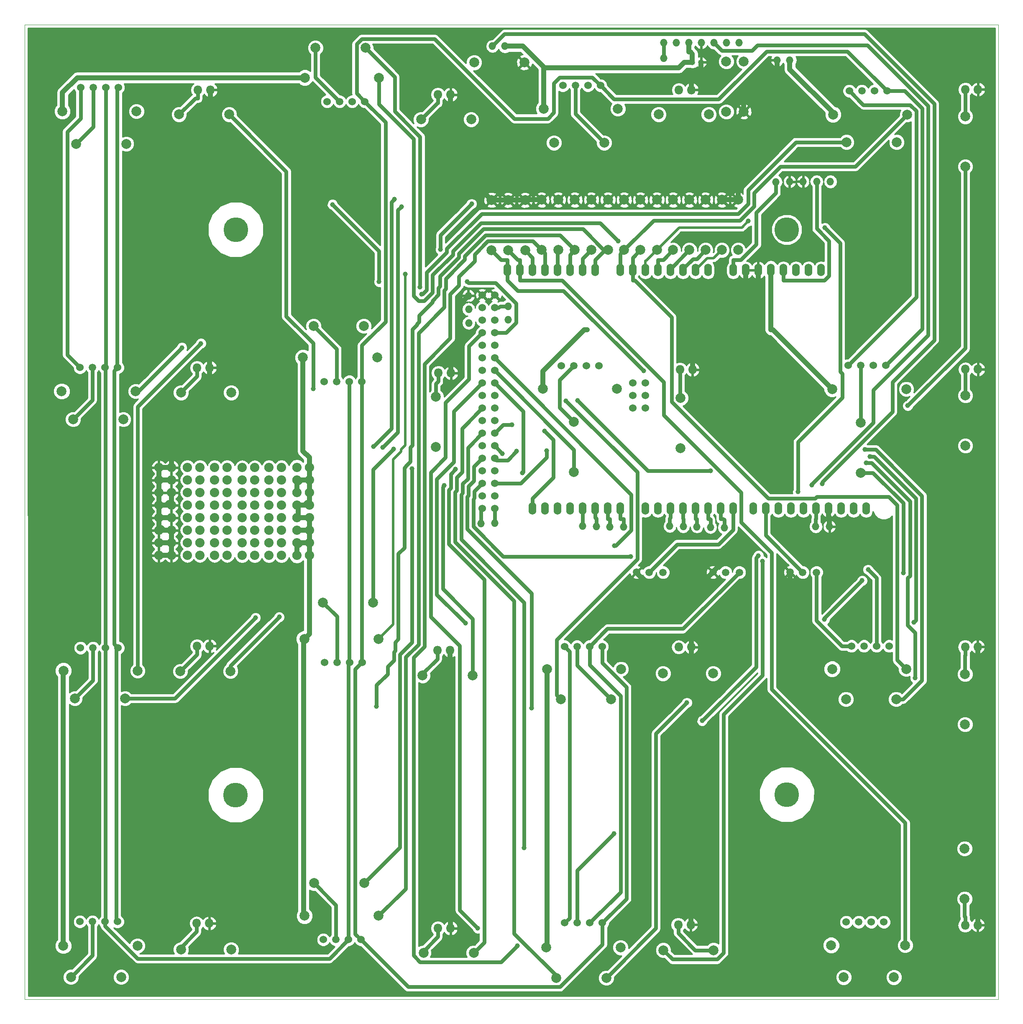
<source format=gtl>
%TF.FileFunction,Copper,L1,Top,Signal*%
%FSLAX46Y46*%
G04 Gerber Fmt 4.6, Leading zero omitted, Abs format (unit mm)*
G04 Created by KiCad (PCBNEW 0.201502231246+5447~21~ubuntu14.04.1-product) date Sat 21 Mar 2015 19:15:27 AEDT*
%MOMM*%
G01*
G04 APERTURE LIST*
%ADD10C,0.100000*%
%ADD11C,5.000000*%
%ADD12O,1.524000X1.524000*%
%ADD13C,1.524000*%
%ADD14C,1.520000*%
%ADD15C,1.998980*%
%ADD16O,1.524000X2.540000*%
%ADD17O,1.168400X1.168400*%
%ADD18O,1.879600X1.879600*%
%ADD19O,1.800000X1.800000*%
%ADD20C,1.000000*%
%ADD21C,1.000000*%
%ADD22C,0.800000*%
%ADD23C,0.500000*%
%ADD24C,0.254000*%
G04 APERTURE END LIST*
D10*
X36499800Y46431200D02*
X233629200Y46431200D01*
X36499800Y-150774400D02*
X36499800Y46431200D01*
X233629200Y-150774400D02*
X36499800Y-150774400D01*
X233629200Y46431200D02*
X233629200Y-150774400D01*
D11*
X190805000Y4978400D03*
D12*
X181102000Y42773600D03*
X178562000Y42773600D03*
X176022000Y42773600D03*
X173482000Y42773600D03*
X170942000Y42773600D03*
X168402000Y42773600D03*
X165862000Y42773600D03*
X199619000Y14681200D03*
X126390000Y-11150600D03*
X134366000Y-10515600D03*
X126390000Y-13919200D03*
X134417000Y-13258800D03*
X196647000Y-55092600D03*
X178130000Y-55321200D03*
X175336000Y-55245000D03*
X172593000Y-55143400D03*
X169824000Y-55092600D03*
X167107000Y-55016400D03*
X157734000Y-55168800D03*
X154991000Y-55143400D03*
X152222000Y-55067200D03*
X149479000Y-55016400D03*
X131674000Y-54381400D03*
X128905000Y-54457600D03*
X165862000Y39649400D03*
D13*
X47828200Y33731200D03*
D14*
X50368200Y33731200D03*
D13*
X52908200Y33731200D03*
X55448200Y33731200D03*
X97739000Y30886400D03*
D14*
X100279000Y30886400D03*
D13*
X102819000Y30886400D03*
X105359000Y30886400D03*
X145440000Y34137600D03*
D14*
X147980000Y34137600D03*
D13*
X150520000Y34137600D03*
X153060000Y34137600D03*
X203454000Y33045400D03*
D14*
X205994000Y33045400D03*
D13*
X208534000Y33045400D03*
X211074000Y33045400D03*
X47701200Y-22936200D03*
D14*
X50241200Y-22936200D03*
D13*
X52781200Y-22936200D03*
X55321200Y-22936200D03*
X97155000Y-25755600D03*
D14*
X99695000Y-25755600D03*
D13*
X102235000Y-25755600D03*
X104775000Y-25755600D03*
X145136000Y-22606000D03*
D14*
X147676000Y-22606000D03*
D13*
X150216000Y-22606000D03*
X152756000Y-22606000D03*
X203200000Y-22504400D03*
D14*
X205740000Y-22504400D03*
D13*
X208280000Y-22504400D03*
X210820000Y-22504400D03*
X47802800Y-79654400D03*
D14*
X50342800Y-79654400D03*
D13*
X52882800Y-79654400D03*
X55422800Y-79654400D03*
X97205800Y-82600800D03*
D14*
X99745800Y-82600800D03*
D13*
X102285800Y-82600800D03*
X104825800Y-82600800D03*
X145796000Y-79375000D03*
D14*
X148336000Y-79375000D03*
D13*
X150876000Y-79375000D03*
X153416000Y-79375000D03*
X203886000Y-79298800D03*
D14*
X206426000Y-79298800D03*
D13*
X208966000Y-79298800D03*
X211506000Y-79298800D03*
X47701200Y-135052000D03*
D14*
X50241200Y-135052000D03*
D13*
X52781200Y-135052000D03*
X55321200Y-135052000D03*
X96977200Y-138684000D03*
D14*
X99517200Y-138684000D03*
D13*
X102057200Y-138684000D03*
X104597200Y-138684000D03*
X145847000Y-135306000D03*
D14*
X148387000Y-135306000D03*
D13*
X150927000Y-135306000D03*
X153467000Y-135306000D03*
X202819000Y-135128000D03*
D14*
X205359000Y-135128000D03*
D13*
X207899000Y-135128000D03*
X210439000Y-135128000D03*
D14*
X191490400Y-64338200D03*
X194030400Y-64363600D03*
X196824400Y-64363600D03*
X175844400Y-64338200D03*
X178384400Y-64363600D03*
X181178400Y-64363600D03*
X160401400Y-64338200D03*
X162941400Y-64363600D03*
X165735400Y-64363600D03*
D15*
X202311000Y-146304000D03*
X212471000Y-146304000D03*
X57099200Y22301200D03*
X46939200Y22301200D03*
X105537000Y41732200D03*
X95377000Y41732200D03*
X143662000Y22529800D03*
X153822000Y22529800D03*
X202870000Y22656800D03*
X213030000Y22656800D03*
X56464200Y-33426400D03*
X46304200Y-33426400D03*
X105156000Y-14528800D03*
X94996000Y-14528800D03*
X147701000Y-44094400D03*
X147701000Y-33934400D03*
X205740000Y-44221400D03*
X205740000Y-34061400D03*
X56845200Y-89890600D03*
X46685200Y-89890600D03*
X107061000Y-70459600D03*
X96901000Y-70459600D03*
X145034000Y-90043000D03*
X155194000Y-90043000D03*
X202768000Y-90043000D03*
X212928000Y-90043000D03*
X95072000Y-127254000D03*
X105232000Y-127254000D03*
X45872400Y-146253000D03*
X56032400Y-146253000D03*
X154254000Y-146431000D03*
X144094000Y-146431000D03*
X137668000Y38785800D03*
X127508000Y38785800D03*
X77927200Y28270200D03*
X67767200Y28270200D03*
X126898000Y27254200D03*
X116738000Y27254200D03*
X164846000Y28270200D03*
X175006000Y28270200D03*
X226924000Y17703800D03*
X226924000Y27863800D03*
X78308200Y-28016200D03*
X68148200Y-28016200D03*
X119761000Y-38989000D03*
X119761000Y-28829000D03*
X169291000Y-39268400D03*
X169291000Y-29108400D03*
X226924000Y-38760400D03*
X226924000Y-28600400D03*
X78181200Y-84378800D03*
X68021200Y-84378800D03*
X127229000Y-85267800D03*
X117069000Y-85267800D03*
X165735000Y-84836000D03*
X175895000Y-84836000D03*
X226873000Y-95148400D03*
X226873000Y-84988400D03*
X78308200Y-140716000D03*
X68148200Y-140716000D03*
X127406000Y-141351000D03*
X117246000Y-141351000D03*
X165786000Y-140818000D03*
X175946000Y-140818000D03*
X226797000Y-120269000D03*
X226797000Y-130429000D03*
X177648000Y10998200D03*
X177648000Y838200D03*
X171069000Y10998200D03*
X171069000Y838200D03*
X164490000Y10998200D03*
X164490000Y838200D03*
X157861000Y10998200D03*
X157861000Y838200D03*
X151232000Y10998200D03*
X151232000Y838200D03*
X144526000Y10998200D03*
X144526000Y838200D03*
X137820000Y10922000D03*
X137820000Y762000D03*
X131039000Y10947400D03*
X131039000Y787400D03*
X174346000Y10998200D03*
X174346000Y838200D03*
X180950000Y10998200D03*
X180950000Y838200D03*
X167767000Y10998200D03*
X167767000Y838200D03*
X161163000Y10998200D03*
X161163000Y838200D03*
X154584000Y10998200D03*
X154584000Y838200D03*
X147879000Y10998200D03*
X147879000Y838200D03*
X141173000Y10998200D03*
X141173000Y838200D03*
X134391000Y10922000D03*
X134391000Y762000D03*
X178537000Y38963600D03*
X178537000Y28803600D03*
D16*
X157074000Y-51485800D03*
X154534000Y-51485800D03*
X151994000Y-51485800D03*
X149454000Y-51485800D03*
X146914000Y-51485800D03*
X144374000Y-51485800D03*
X141834000Y-51485800D03*
X139294000Y-51485800D03*
X134214000Y-3225800D03*
X136754000Y-3225800D03*
X139294000Y-3225800D03*
X141834000Y-3225800D03*
X151994000Y-3225800D03*
X157074000Y-3225800D03*
X159614000Y-3225800D03*
X149454000Y-3225800D03*
X146914000Y-3225800D03*
X144374000Y-3225800D03*
X162154000Y-3225800D03*
X164694000Y-3225800D03*
X167234000Y-3225800D03*
X174854000Y-3225800D03*
X172314000Y-3225800D03*
X169774000Y-3225800D03*
X179934000Y-3225800D03*
X182474000Y-3225800D03*
X185014000Y-3225800D03*
X190094000Y-3225800D03*
X192634000Y-3225800D03*
X162154000Y-51485800D03*
X164694000Y-51485800D03*
X167234000Y-51485800D03*
X169774000Y-51485800D03*
X172314000Y-51485800D03*
X174854000Y-51485800D03*
X177394000Y-51485800D03*
X179934000Y-51485800D03*
X183998000Y-51485800D03*
X186538000Y-51485800D03*
X189078000Y-51485800D03*
X191618000Y-51485800D03*
X194158000Y-51485800D03*
X196698000Y-51485800D03*
X199238000Y-51485800D03*
X201778000Y-51485800D03*
X187554000Y-3225800D03*
D13*
X131674000Y-48945800D03*
X129134000Y-48945800D03*
X131674000Y-46405800D03*
X129134000Y-46405800D03*
X131674000Y-43865800D03*
X129134000Y-43865800D03*
X131674000Y-41325800D03*
X129134000Y-41325800D03*
X131674000Y-51485800D03*
X129134000Y-51485800D03*
X129134000Y-38785800D03*
X131674000Y-38785800D03*
X131674000Y-36245800D03*
X129134000Y-36245800D03*
X131674000Y-33705800D03*
X129134000Y-33705800D03*
X131674000Y-31165800D03*
X129134000Y-31165800D03*
X131674000Y-28625800D03*
X129134000Y-28625800D03*
X131674000Y-26085800D03*
X129134000Y-26085800D03*
X131674000Y-23545800D03*
X129134000Y-23545800D03*
X131674000Y-21005800D03*
X129134000Y-21005800D03*
X131674000Y-18465800D03*
X129134000Y-18465800D03*
X131674000Y-15925800D03*
X129134000Y-15925800D03*
X131674000Y-13385800D03*
X129134000Y-13385800D03*
X131674000Y-10845800D03*
X129134000Y-10845800D03*
X131674000Y-8305800D03*
X129134000Y-8305800D03*
X162154000Y-31165800D03*
X159614000Y-31165800D03*
X162154000Y-28625800D03*
X159614000Y-28625800D03*
X162154000Y-26085800D03*
X159614000Y-26085800D03*
D16*
X195174000Y-3225800D03*
X197714000Y-3225800D03*
X204318000Y-51485800D03*
X206858000Y-51485800D03*
D12*
X131191000Y42087800D03*
X133731000Y42087800D03*
D15*
X44138200Y28905200D03*
X59138200Y28905200D03*
X93236000Y35687000D03*
X108236000Y35687000D03*
X141598000Y29438600D03*
X156598000Y29438600D03*
X200170000Y28244800D03*
X215170000Y28244800D03*
X43985800Y-27736800D03*
X58985800Y-27736800D03*
X92855000Y-20904200D03*
X107855000Y-20904200D03*
X141420000Y-27228800D03*
X156420000Y-27228800D03*
X199993000Y-27305000D03*
X214993000Y-27305000D03*
X44366800Y-84277200D03*
X59366800Y-84277200D03*
X93135000Y-77851000D03*
X108135000Y-77851000D03*
X142233000Y-83947000D03*
X157233000Y-83947000D03*
X199967000Y-83947000D03*
X214967000Y-83947000D03*
X44341400Y-139929000D03*
X59341400Y-139929000D03*
X93160000Y-133858000D03*
X108160000Y-133858000D03*
X142131000Y-140284000D03*
X157131000Y-140284000D03*
X199764000Y-139827000D03*
X214764000Y-139827000D03*
X182067000Y28854400D03*
X182067000Y39014400D03*
D12*
X196850000Y14681200D03*
X126340000Y-8407400D03*
X199415000Y-55092600D03*
X194081000Y14681200D03*
X191363000Y14655800D03*
X188595000Y14605000D03*
D17*
X173457000Y38811200D03*
X171679000Y38811200D03*
D11*
X79248000Y4978400D03*
X79222600Y-109423000D03*
X190779000Y-109347000D03*
D18*
X66192400Y-60934400D03*
X63652400Y-60934400D03*
X66192400Y-58394400D03*
X63652400Y-58394400D03*
X66192400Y-55854400D03*
X63652400Y-55854400D03*
X66192400Y-53314400D03*
X63652400Y-53314400D03*
X66192400Y-50774400D03*
X63652400Y-50774400D03*
X66192400Y-48234400D03*
X63652400Y-48234400D03*
X66192400Y-45694400D03*
X63652400Y-45694400D03*
X66192400Y-43154400D03*
X63652400Y-43154400D03*
X94157800Y-60934400D03*
X91617800Y-60934400D03*
X94157800Y-58394400D03*
X91617800Y-58394400D03*
X94157800Y-55854400D03*
X91617800Y-55854400D03*
X94157800Y-53314400D03*
X91617800Y-53314400D03*
X94157800Y-50774400D03*
X91617800Y-50774400D03*
X94157800Y-48234400D03*
X91617800Y-48234400D03*
X94157800Y-45694400D03*
X91617800Y-45694400D03*
X94157800Y-43154400D03*
X91617800Y-43154400D03*
X71983600Y-60909400D03*
X69443600Y-60909400D03*
X71983600Y-58369400D03*
X69443600Y-58369400D03*
X71983600Y-55829400D03*
X69443600Y-55829400D03*
X71983600Y-53289400D03*
X69443600Y-53289400D03*
X71983600Y-50749400D03*
X69443600Y-50749400D03*
X71983600Y-48209400D03*
X69443600Y-48209400D03*
X71983600Y-45669400D03*
X69443600Y-45669400D03*
X71983600Y-43129400D03*
X69443600Y-43129400D03*
X77520800Y-60909400D03*
X74980800Y-60909400D03*
X77520800Y-58369400D03*
X74980800Y-58369400D03*
X77520800Y-55829400D03*
X74980800Y-55829400D03*
X77520800Y-53289400D03*
X74980800Y-53289400D03*
X77520800Y-50749400D03*
X74980800Y-50749400D03*
X77520800Y-48209400D03*
X74980800Y-48209400D03*
X77520800Y-45669400D03*
X74980800Y-45669400D03*
X77520800Y-43129400D03*
X74980800Y-43129400D03*
X83058000Y-60960400D03*
X80518000Y-60960400D03*
X83058000Y-58420400D03*
X80518000Y-58420400D03*
X83058000Y-55880400D03*
X80518000Y-55880400D03*
X83058000Y-53340400D03*
X80518000Y-53340400D03*
X83058000Y-50800400D03*
X80518000Y-50800400D03*
X83058000Y-48260400D03*
X80518000Y-48260400D03*
X83058000Y-45720400D03*
X80518000Y-45720400D03*
X83058000Y-43180400D03*
X80518000Y-43180400D03*
X88519000Y-60934400D03*
X85979000Y-60934400D03*
X88519000Y-58394400D03*
X85979000Y-58394400D03*
X88519000Y-55854400D03*
X85979000Y-55854400D03*
X88519000Y-53314400D03*
X85979000Y-53314400D03*
X88519000Y-50774400D03*
X85979000Y-50774400D03*
X88519000Y-48234400D03*
X85979000Y-48234400D03*
X88519000Y-45694400D03*
X85979000Y-45694400D03*
X88519000Y-43154400D03*
X85979000Y-43154400D03*
D12*
X191389000Y39268400D03*
X188849000Y39268400D03*
D19*
X71577200Y33223200D03*
X74117200Y33223200D03*
X120167000Y32283400D03*
X122707000Y32283400D03*
X168935000Y33248600D03*
X171475000Y33248600D03*
X226949000Y33324800D03*
X229489000Y33324800D03*
X71399400Y-22987000D03*
X73939400Y-22987000D03*
X120269000Y-24028400D03*
X122809000Y-24028400D03*
X169164000Y-23342600D03*
X171704000Y-23342600D03*
X226949000Y-23291800D03*
X229489000Y-23291800D03*
X71399400Y-79298800D03*
X73939400Y-79298800D03*
X120091000Y-80187800D03*
X122631000Y-80187800D03*
X168910000Y-79502000D03*
X171450000Y-79502000D03*
X226898000Y-79451200D03*
X229438000Y-79451200D03*
X71323200Y-135382000D03*
X73863200Y-135382000D03*
X120167000Y-136373000D03*
X122707000Y-136373000D03*
X168808000Y-135661000D03*
X171348000Y-135661000D03*
X226898000Y-135763000D03*
X229438000Y-135763000D03*
D20*
X207267800Y-63818000D03*
X170580800Y-90731600D03*
X155832400Y-117227800D03*
X128235800Y-136390500D03*
X126129700Y-5590700D03*
X108257000Y-5590700D03*
X98820400Y10044700D03*
X116559400Y-6685000D03*
X120681700Y922500D03*
X126995200Y10182000D03*
X116860500Y-8085400D03*
X155928600Y-58981500D03*
X125731300Y-74650500D03*
X214416800Y-64508000D03*
X137252500Y-44265500D03*
X83256500Y-73553000D03*
X111212000Y-39435000D03*
X146112900Y-29713500D03*
X206581700Y-39550300D03*
X114930000Y-43430000D03*
X148461600Y-29639500D03*
X175329900Y-43863900D03*
X185044500Y-60997500D03*
X173665900Y-94414800D03*
X197983300Y-46438500D03*
X94895400Y-27225700D03*
X107142900Y-38922900D03*
X111353600Y11146400D03*
X108971100Y-39068100D03*
X112758300Y9618600D03*
X141774700Y-35776100D03*
X215287000Y-30647100D03*
X142217900Y-39805700D03*
X159211200Y-61190400D03*
X88036200Y-73399400D03*
X121459000Y-46798300D03*
X136104500Y-39857500D03*
X207645100Y-40921700D03*
X216545900Y-74504300D03*
X139119100Y-91871600D03*
X133204100Y-40315900D03*
X206859700Y-42222000D03*
X216787200Y-85752300D03*
X123735200Y-43526400D03*
X135189100Y-34554500D03*
X185885000Y-62137600D03*
X137590700Y-120090600D03*
X187554000Y-15265700D03*
X150394600Y-15265700D03*
X193044900Y-48103400D03*
X198509600Y5331500D03*
X156686700Y2638000D03*
X183026700Y6683000D03*
X68340000Y-18916500D03*
X161778400Y-23580000D03*
X72186200Y-18070000D03*
X113565900Y-4004300D03*
X198428800Y-73922100D03*
X206046400Y-66037800D03*
X107732700Y-91537700D03*
X136219100Y-139911000D03*
X195814900Y-46726500D03*
D21*
X122631000Y-80187800D02*
X122631000Y-82188100D01*
X63652400Y-45694400D02*
X63652400Y-48234400D01*
X63652400Y-48234400D02*
X63652400Y-50774400D01*
X122707000Y-136373000D02*
X122707000Y-134372700D01*
X199238000Y-53053300D02*
X199415000Y-53230300D01*
X199238000Y-51485800D02*
X199238000Y-53053300D01*
X199415000Y-55092600D02*
X199415000Y-53230300D01*
X122707000Y-82264100D02*
X122631000Y-82188100D01*
X122707000Y-134372700D02*
X122707000Y-82264100D01*
X66192400Y-43154400D02*
X66192400Y-41114300D01*
X63652400Y-60934400D02*
X65692500Y-60934400D01*
X66192400Y-60934400D02*
X65692500Y-60934400D01*
X66192400Y-58394400D02*
X66192400Y-60934400D01*
X66192400Y-55854400D02*
X65692500Y-55854400D01*
X63652400Y-58394400D02*
X65692500Y-58394400D01*
X66192400Y-55854400D02*
X66192400Y-58394400D01*
X66192400Y-58394400D02*
X65692500Y-58394400D01*
X63652400Y-55854400D02*
X64672500Y-55854400D01*
X64672500Y-55854400D02*
X65692500Y-55854400D01*
X64172600Y-55354500D02*
X63652400Y-55354500D01*
X64672500Y-55854400D02*
X64172600Y-55354500D01*
X63652400Y-53314400D02*
X63652400Y-55354500D01*
X63652400Y-50774400D02*
X64152300Y-50774400D01*
X66192400Y-53314400D02*
X64152300Y-53314400D01*
X63652400Y-50774400D02*
X63652400Y-53314400D01*
X63652400Y-53314400D02*
X64152300Y-53314400D01*
X66192400Y-50774400D02*
X65172400Y-50774400D01*
X65172400Y-50774400D02*
X64152300Y-50774400D01*
X65672300Y-50274500D02*
X66192400Y-50274500D01*
X65172400Y-50774400D02*
X65672300Y-50274500D01*
X66192400Y-48234400D02*
X66192400Y-50274500D01*
X177648000Y10998200D02*
X180950000Y10998200D01*
X66192400Y-43154400D02*
X64152300Y-43154400D01*
X63652400Y-43154400D02*
X64152300Y-43154400D01*
X66192400Y-45694400D02*
X64152300Y-45694400D01*
X63652400Y-43154400D02*
X63652400Y-45694400D01*
X63652400Y-45694400D02*
X64152300Y-45694400D01*
X73939400Y-33367300D02*
X73939400Y-22987000D01*
X66192400Y-41114300D02*
X73939400Y-33367300D01*
X188849000Y39268400D02*
X188849000Y37406100D01*
X182067000Y30624100D02*
X182067000Y28854400D01*
X188849000Y37406100D02*
X182067000Y30624100D01*
X122809000Y-24028400D02*
X122809000Y-22028100D01*
X173352800Y37126700D02*
X173457000Y37126700D01*
X171475000Y35248900D02*
X173352800Y37126700D01*
X171475000Y33248600D02*
X171475000Y35248900D01*
X173457000Y38811200D02*
X173457000Y37126700D01*
X180950000Y27737400D02*
X180950000Y10998200D01*
X182067000Y28854400D02*
X180950000Y27737400D01*
X124345400Y-10402000D02*
X126340000Y-8407400D01*
X124345400Y-20491700D02*
X124345400Y-10402000D01*
X122809000Y-22028100D02*
X124345400Y-20491700D01*
X171704000Y-23342600D02*
X171704000Y-21342300D01*
X73939400Y-22987000D02*
X73939400Y-20986700D01*
X185014000Y-5596100D02*
X182474000Y-5596100D01*
X185014000Y-3225800D02*
X185014000Y-5596100D01*
X182474000Y-3225800D02*
X182474000Y-5596100D01*
X182474000Y-10572300D02*
X182474000Y-5596100D01*
X171704000Y-21342300D02*
X182474000Y-10572300D01*
X137896200Y10998200D02*
X137820000Y10922000D01*
X141173000Y10998200D02*
X137896200Y10998200D01*
X172230000Y-82282300D02*
X171450000Y-81502300D01*
X172230000Y-92466600D02*
X172230000Y-82282300D01*
X171348000Y-93348600D02*
X172230000Y-92466600D01*
X171348000Y-135661000D02*
X171348000Y-93348600D01*
X171450000Y-79502000D02*
X171450000Y-81502300D01*
X171450000Y-79502000D02*
X171450000Y-77501700D01*
X173943200Y-66239400D02*
X175844400Y-64338200D01*
X162170400Y-66239400D02*
X173943200Y-66239400D01*
X160401400Y-64470400D02*
X162170400Y-66239400D01*
X160401400Y-64338200D02*
X160401400Y-64470400D01*
X183072400Y-65879300D02*
X171450000Y-77501700D01*
X183072400Y-63569100D02*
X183072400Y-65879300D01*
X181980800Y-62477500D02*
X183072400Y-63569100D01*
X177630800Y-62477500D02*
X181980800Y-62477500D01*
X175844400Y-64263900D02*
X177630800Y-62477500D01*
X175844400Y-64338200D02*
X175844400Y-64263900D01*
X212091400Y-92176100D02*
X229438000Y-92176100D01*
X191490400Y-71575100D02*
X212091400Y-92176100D01*
X191490400Y-64338200D02*
X191490400Y-71575100D01*
X229438000Y-135763000D02*
X229438000Y-92176100D01*
X229438000Y-92176100D02*
X229438000Y-79451200D01*
X74117200Y30909700D02*
X74117200Y33223200D01*
X73140100Y29932600D02*
X74117200Y30909700D01*
X73140100Y-13180700D02*
X73140100Y29932600D01*
X73939400Y-13980000D02*
X73140100Y-13180700D01*
X73939400Y-20986700D02*
X73939400Y-13980000D01*
X122707000Y19279400D02*
X122707000Y32283400D01*
X131039000Y10947400D02*
X122707000Y19279400D01*
X137820000Y10922000D02*
X134391000Y10922000D01*
X131064400Y10922000D02*
X131039000Y10947400D01*
X134391000Y10922000D02*
X131064400Y10922000D01*
D22*
X190094000Y-3225800D02*
X190094000Y-5296100D01*
X198381800Y-5296100D02*
X190094000Y-5296100D01*
X199315900Y-4362000D02*
X198381800Y-5296100D01*
X199315900Y2686300D02*
X199315900Y-4362000D01*
X196850000Y5152200D02*
X199315900Y2686300D01*
X196850000Y14681200D02*
X196850000Y5152200D01*
X132473500Y-10845800D02*
X132803700Y-10515600D01*
X131674000Y-10845800D02*
X132473500Y-10845800D01*
X134366000Y-10515600D02*
X132803700Y-10515600D01*
X196647000Y-53607100D02*
X196647000Y-55092600D01*
X196698000Y-53556100D02*
X196647000Y-53607100D01*
X196698000Y-51485800D02*
X196698000Y-53556100D01*
X177927200Y-53556100D02*
X178130000Y-53758900D01*
X177394000Y-53556100D02*
X177927200Y-53556100D01*
X178130000Y-55321200D02*
X178130000Y-53758900D01*
X177394000Y-51485800D02*
X177394000Y-53556100D01*
X175209400Y-53556100D02*
X175336000Y-53682700D01*
X174854000Y-53556100D02*
X175209400Y-53556100D01*
X175336000Y-55245000D02*
X175336000Y-53682700D01*
X174854000Y-51485800D02*
X174854000Y-53556100D01*
X172568000Y-53556100D02*
X172593000Y-53581100D01*
X172314000Y-53556100D02*
X172568000Y-53556100D01*
X172593000Y-55143400D02*
X172593000Y-53581100D01*
X172314000Y-51485800D02*
X172314000Y-53556100D01*
X169774000Y-53480300D02*
X169824000Y-53530300D01*
X169774000Y-51485800D02*
X169774000Y-53480300D01*
X169824000Y-55092600D02*
X169824000Y-53530300D01*
X167234000Y-53327100D02*
X167107000Y-53454100D01*
X167234000Y-51485800D02*
X167234000Y-53327100D01*
X167107000Y-55016400D02*
X167107000Y-53454100D01*
X157124400Y-53606500D02*
X157734000Y-53606500D01*
X157074000Y-53556100D02*
X157124400Y-53606500D01*
X157074000Y-51485800D02*
X157074000Y-53556100D01*
X157734000Y-55168800D02*
X157734000Y-53606500D01*
X154966000Y-53556100D02*
X154991000Y-53581100D01*
X154534000Y-53556100D02*
X154966000Y-53556100D01*
X154991000Y-55143400D02*
X154991000Y-53581100D01*
X154534000Y-51485800D02*
X154534000Y-53556100D01*
X151994000Y-53276900D02*
X152222000Y-53504900D01*
X151994000Y-51485800D02*
X151994000Y-53276900D01*
X152222000Y-55067200D02*
X152222000Y-53504900D01*
X149454000Y-53429100D02*
X149479000Y-53454100D01*
X149454000Y-51485800D02*
X149454000Y-53429100D01*
X149479000Y-55016400D02*
X149479000Y-53454100D01*
X131674000Y-51485800D02*
X131674000Y-54381400D01*
X128905000Y-51714800D02*
X128905000Y-54457600D01*
X129134000Y-51485800D02*
X128905000Y-51714800D01*
X47828200Y27490100D02*
X47828200Y33731200D01*
X45122700Y24784600D02*
X47828200Y27490100D01*
X45122700Y-20357700D02*
X45122700Y24784600D01*
X47701200Y-22936200D02*
X45122700Y-20357700D01*
X201966600Y-79298800D02*
X203886000Y-79298800D01*
X196824400Y-74156600D02*
X201966600Y-79298800D01*
X196824400Y-64363600D02*
X196824400Y-74156600D01*
X146833900Y-80412900D02*
X145796000Y-79375000D01*
X146833900Y-134319100D02*
X146833900Y-80412900D01*
X145847000Y-135306000D02*
X146833900Y-134319100D01*
X216987900Y-8716500D02*
X203200000Y-22504400D01*
X216987900Y28992200D02*
X216987900Y-8716500D01*
X215786700Y30193400D02*
X216987900Y28992200D01*
X206306000Y30193400D02*
X215786700Y30193400D01*
X203454000Y33045400D02*
X206306000Y30193400D01*
X50368200Y25730200D02*
X50368200Y33731200D01*
X46939200Y22301200D02*
X50368200Y25730200D01*
X52908200Y-22809200D02*
X52908200Y33731200D01*
X52781200Y-22936200D02*
X52908200Y-22809200D01*
X102057200Y-82829400D02*
X102057200Y-138684000D01*
X102285800Y-82600800D02*
X102057200Y-82829400D01*
X102235000Y-82550000D02*
X102285800Y-82600800D01*
X102235000Y-25755600D02*
X102235000Y-82550000D01*
X52781200Y-135920200D02*
X52781200Y-135052000D01*
X59397700Y-142536700D02*
X52781200Y-135920200D01*
X98204500Y-142536700D02*
X59397700Y-142536700D01*
X102057200Y-138684000D02*
X98204500Y-142536700D01*
X52882800Y-23037800D02*
X52882800Y-79654400D01*
X52781200Y-22936200D02*
X52882800Y-23037800D01*
X52882800Y-134950400D02*
X52781200Y-135052000D01*
X52882800Y-79654400D02*
X52882800Y-134950400D01*
X154467500Y-75783500D02*
X150876000Y-79375000D01*
X169758500Y-75783500D02*
X154467500Y-75783500D01*
X181178400Y-64363600D02*
X169758500Y-75783500D01*
X150876000Y-83115400D02*
X150876000Y-79375000D01*
X157144600Y-89384000D02*
X150876000Y-83115400D01*
X157144600Y-129088400D02*
X157144600Y-89384000D01*
X150927000Y-135306000D02*
X157144600Y-129088400D01*
X208966000Y-65516200D02*
X208966000Y-79298800D01*
X207267800Y-63818000D02*
X208966000Y-65516200D01*
X55264600Y33547600D02*
X55448200Y33731200D01*
X55264600Y-22879600D02*
X55264600Y33547600D01*
X55321200Y-22936200D02*
X55264600Y-22879600D01*
X54664300Y-23593100D02*
X55321200Y-22936200D01*
X54664300Y-78895900D02*
X54664300Y-23593100D01*
X55422800Y-79654400D02*
X54664300Y-78895900D01*
X55029900Y-134760700D02*
X55321200Y-135052000D01*
X55029900Y-80047300D02*
X55029900Y-134760700D01*
X55422800Y-79654400D02*
X55029900Y-80047300D01*
X203088600Y41030800D02*
X211074000Y33045400D01*
X186692700Y41030800D02*
X203088600Y41030800D01*
X177010100Y31348200D02*
X186692700Y41030800D01*
X155849400Y31348200D02*
X177010100Y31348200D01*
X153060000Y34137600D02*
X155849400Y31348200D01*
X214637700Y33045400D02*
X211074000Y33045400D01*
X218221000Y29462100D02*
X214637700Y33045400D01*
X218221000Y-15103400D02*
X218221000Y29462100D01*
X210820000Y-22504400D02*
X218221000Y-15103400D01*
X151439500Y35758100D02*
X153060000Y34137600D01*
X144796800Y35758100D02*
X151439500Y35758100D01*
X143609600Y34570900D02*
X144796800Y35758100D01*
X143609600Y28612500D02*
X143609600Y34570900D01*
X142397200Y27400100D02*
X143609600Y28612500D01*
X135652900Y27400100D02*
X142397200Y27400100D01*
X119520900Y43532100D02*
X135652900Y27400100D01*
X104739700Y43532100D02*
X119520900Y43532100D01*
X103706100Y42498500D02*
X104739700Y43532100D01*
X103706100Y32539300D02*
X103706100Y42498500D01*
X105359000Y30886400D02*
X103706100Y32539300D01*
X158371400Y-130401600D02*
X153467000Y-135306000D01*
X158371400Y-87643300D02*
X158371400Y-130401600D01*
X153416000Y-82687900D02*
X158371400Y-87643300D01*
X153416000Y-79375000D02*
X153416000Y-82687900D01*
X114154000Y-148240800D02*
X104597200Y-138684000D01*
X144866300Y-148240800D02*
X114154000Y-148240800D01*
X153467000Y-139640100D02*
X144866300Y-148240800D01*
X153467000Y-135306000D02*
X153467000Y-139640100D01*
X103429400Y-83946400D02*
X104775000Y-82600800D01*
X103429400Y-137516200D02*
X103429400Y-83946400D01*
X104597200Y-138684000D02*
X103429400Y-137516200D01*
X104775000Y-82600800D02*
X104825800Y-82600800D01*
X104775000Y-82600800D02*
X104775000Y-25755600D01*
X109557400Y26688000D02*
X105359000Y30886400D01*
X109557400Y-13667800D02*
X109557400Y26688000D01*
X104775000Y-18450200D02*
X109557400Y-13667800D01*
X104775000Y-25755600D02*
X104775000Y-18450200D01*
X95377000Y35788400D02*
X100279000Y30886400D01*
X95377000Y41732200D02*
X95377000Y35788400D01*
X147980000Y28371800D02*
X147980000Y34137600D01*
X153822000Y22529800D02*
X147980000Y28371800D01*
X50241200Y-29489400D02*
X50241200Y-22936200D01*
X46304200Y-33426400D02*
X50241200Y-29489400D01*
X99695000Y-19227800D02*
X99695000Y-25755600D01*
X94996000Y-14528800D02*
X99695000Y-19227800D01*
X144805300Y-25476700D02*
X147676000Y-22606000D01*
X144805300Y-31038700D02*
X144805300Y-25476700D01*
X147701000Y-33934400D02*
X144805300Y-31038700D01*
X205740000Y-22504400D02*
X205740000Y-34061400D01*
X50342800Y-86233000D02*
X50342800Y-79654400D01*
X46685200Y-89890600D02*
X50342800Y-86233000D01*
X99745800Y-73304400D02*
X99745800Y-82600800D01*
X96901000Y-70459600D02*
X99745800Y-73304400D01*
X148336000Y-83185000D02*
X155194000Y-90043000D01*
X148336000Y-79375000D02*
X148336000Y-83185000D01*
X164279800Y-97032600D02*
X170580800Y-90731600D01*
X164279800Y-136405200D02*
X164279800Y-97032600D01*
X154254000Y-146431000D02*
X164279800Y-136405200D01*
X50241200Y-141884200D02*
X50241200Y-135052000D01*
X45872400Y-146253000D02*
X50241200Y-141884200D01*
X99517200Y-131699200D02*
X99517200Y-138684000D01*
X95072000Y-127254000D02*
X99517200Y-131699200D01*
X148387000Y-124673200D02*
X148387000Y-135306000D01*
X155832400Y-117227800D02*
X148387000Y-124673200D01*
X186538000Y-56871200D02*
X194030400Y-64363600D01*
X186538000Y-53556100D02*
X186538000Y-56871200D01*
X186538000Y-51485800D02*
X186538000Y-53556100D01*
X179934000Y-55726600D02*
X179934000Y-51485800D01*
X176959800Y-58700800D02*
X179934000Y-55726600D01*
X168604200Y-58700800D02*
X176959800Y-58700800D01*
X162941400Y-64363600D02*
X168604200Y-58700800D01*
X124552900Y-132707600D02*
X128235800Y-136390500D01*
X124552900Y-79201100D02*
X124552900Y-132707600D01*
X118730500Y-73378700D02*
X124552900Y-79201100D01*
X118730500Y-44145900D02*
X118730500Y-73378700D01*
X121716100Y-41160300D02*
X118730500Y-44145900D01*
X121716100Y-30017300D02*
X121716100Y-41160300D01*
X126422300Y-25311100D02*
X121716100Y-30017300D01*
X126422300Y-18637500D02*
X126422300Y-25311100D01*
X129134000Y-15925800D02*
X126422300Y-18637500D01*
X108257000Y608100D02*
X108257000Y-5590700D01*
X98820400Y10044700D02*
X108257000Y608100D01*
X126329100Y-5790100D02*
X126129700Y-5590700D01*
X131872500Y-5790100D02*
X126329100Y-5790100D01*
X136036000Y-9953600D02*
X131872500Y-5790100D01*
X136036000Y-13865100D02*
X136036000Y-9953600D01*
X133975300Y-15925800D02*
X136036000Y-13865100D01*
X131674000Y-15925800D02*
X133975300Y-15925800D01*
X111408900Y35860300D02*
X105537000Y41732200D01*
X111408900Y28894700D02*
X111408900Y35860300D01*
X116559400Y23744200D02*
X111408900Y28894700D01*
X116559400Y-6685000D02*
X116559400Y23744200D01*
X120681700Y3868500D02*
X126995200Y10182000D01*
X120681700Y922500D02*
X120681700Y3868500D01*
X192643000Y22656800D02*
X202870000Y22656800D01*
X182949800Y12963600D02*
X192643000Y22656800D01*
X182949800Y10169800D02*
X182949800Y12963600D01*
X180932200Y8152200D02*
X182949800Y10169800D01*
X129015400Y8152200D02*
X180932200Y8152200D01*
X121982000Y1118800D02*
X129015400Y8152200D01*
X121982000Y383800D02*
X121982000Y1118800D01*
X117859700Y-3738500D02*
X121982000Y383800D01*
X117859700Y-7223700D02*
X117859700Y-3738500D01*
X116998000Y-8085400D02*
X117859700Y-7223700D01*
X116860500Y-8085400D02*
X116998000Y-8085400D01*
X156168300Y-58981500D02*
X155928600Y-58981500D01*
X159303800Y-55846000D02*
X156168300Y-58981500D01*
X159303800Y-48635600D02*
X159303800Y-55846000D01*
X131674000Y-21005800D02*
X159303800Y-48635600D01*
X147701000Y-39572800D02*
X131674000Y-23545800D01*
X147701000Y-44094400D02*
X147701000Y-39572800D01*
X214416800Y-50381600D02*
X214416800Y-64508000D01*
X208256600Y-44221400D02*
X214416800Y-50381600D01*
X205740000Y-44221400D02*
X208256600Y-44221400D01*
X123397200Y-31822600D02*
X129134000Y-26085800D01*
X123397100Y-31822600D02*
X123397200Y-31822600D01*
X123397100Y-42025500D02*
X123397100Y-31822600D01*
X119942600Y-45480000D02*
X123397100Y-42025500D01*
X119942600Y-68861800D02*
X119942600Y-45480000D01*
X125731300Y-74650500D02*
X119942600Y-68861800D01*
X137410900Y-44107100D02*
X137252500Y-44265500D01*
X137410900Y-31822700D02*
X137410900Y-44107100D01*
X131674000Y-26085800D02*
X137410900Y-31822700D01*
X66918900Y-89890600D02*
X56845200Y-89890600D01*
X83256500Y-73553000D02*
X66918900Y-89890600D01*
X107061000Y-43586000D02*
X107061000Y-70459600D01*
X111212000Y-39435000D02*
X107061000Y-43586000D01*
X160511500Y-44112100D02*
X146112900Y-29713500D01*
X160511500Y-61729100D02*
X160511500Y-44112100D01*
X144232900Y-78007700D02*
X160511500Y-61729100D01*
X144232900Y-89241900D02*
X144232900Y-78007700D01*
X145034000Y-90043000D02*
X144232900Y-89241900D01*
X214355500Y-90043000D02*
X212928000Y-90043000D01*
X218163600Y-86234900D02*
X214355500Y-90043000D01*
X218163600Y-48903100D02*
X218163600Y-86234900D01*
X208810800Y-39550300D02*
X218163600Y-48903100D01*
X206581700Y-39550300D02*
X208810800Y-39550300D01*
X112449600Y-120036400D02*
X105232000Y-127254000D01*
X112449600Y-81007300D02*
X112449600Y-120036400D01*
X114930000Y-78526900D02*
X112449600Y-81007300D01*
X114930000Y-43430000D02*
X114930000Y-78526900D01*
X162686000Y-43863900D02*
X175329900Y-43863900D01*
X148461600Y-29639500D02*
X162686000Y-43863900D01*
X184584700Y-83496000D02*
X173665900Y-94414800D01*
X184584700Y-61457300D02*
X184584700Y-83496000D01*
X185044500Y-60997500D02*
X184584700Y-61457300D01*
X125035500Y-35264300D02*
X129134000Y-31165800D01*
X125035500Y-44065100D02*
X125035500Y-35264300D01*
X123959600Y-45141000D02*
X125035500Y-44065100D01*
X123959600Y-47834200D02*
X123959600Y-45141000D01*
X123620600Y-48173200D02*
X123959600Y-47834200D01*
X123620600Y-58193300D02*
X123620600Y-48173200D01*
X135587200Y-70159900D02*
X123620600Y-58193300D01*
X135587200Y-137440100D02*
X135587200Y-70159900D01*
X144094000Y-145946900D02*
X135587200Y-137440100D01*
X144094000Y-146431000D02*
X144094000Y-145946900D01*
X133641200Y44538000D02*
X131191000Y42087800D01*
X206540100Y44538000D02*
X133641200Y44538000D01*
X220621600Y30456500D02*
X206540100Y44538000D01*
X220621600Y-17397700D02*
X220621600Y30456500D01*
X212174400Y-25844900D02*
X220621600Y-17397700D01*
X212174400Y-31914200D02*
X212174400Y-25844900D01*
X197983300Y-46105300D02*
X212174400Y-31914200D01*
X197983300Y-46438500D02*
X197983300Y-46105300D01*
X94895400Y-18036200D02*
X94895400Y-27225700D01*
X89458700Y-12599500D02*
X94895400Y-18036200D01*
X89458700Y16738700D02*
X89458700Y-12599500D01*
X77927200Y28270200D02*
X89458700Y16738700D01*
X110757800Y-35308000D02*
X107142900Y-38922900D01*
X110757800Y10550600D02*
X110757800Y-35308000D01*
X111353600Y11146400D02*
X110757800Y10550600D01*
X112041300Y-35997900D02*
X108971100Y-39068100D01*
X112041300Y8901600D02*
X112041300Y-35997900D01*
X112758300Y9618600D02*
X112041300Y8901600D01*
X226924000Y-19010100D02*
X226924000Y17703800D01*
X215287000Y-30647100D02*
X226924000Y-19010100D01*
X139294000Y-51485800D02*
X139294000Y-49415500D01*
X143520800Y-37522200D02*
X141774700Y-35776100D01*
X143520800Y-45188700D02*
X143520800Y-37522200D01*
X139294000Y-49415500D02*
X143520800Y-45188700D01*
X142217900Y-41139100D02*
X142217900Y-39805700D01*
X136951200Y-46405800D02*
X142217900Y-41139100D01*
X131674000Y-46405800D02*
X136951200Y-46405800D01*
X127560500Y-47979300D02*
X129134000Y-46405800D01*
X127560500Y-49325800D02*
X127560500Y-47979300D01*
X127341800Y-49544500D02*
X127560500Y-49325800D01*
X127341800Y-55124300D02*
X127341800Y-49544500D01*
X133407900Y-61190400D02*
X127341800Y-55124300D01*
X159211200Y-61190400D02*
X133407900Y-61190400D01*
X78181200Y-83254400D02*
X78181200Y-84378800D01*
X88036200Y-73399400D02*
X78181200Y-83254400D01*
X127229000Y-73787200D02*
X127229000Y-85267800D01*
X121143000Y-67701200D02*
X127229000Y-73787200D01*
X121143000Y-47114300D02*
X121143000Y-67701200D01*
X121459000Y-46798300D02*
X121143000Y-47114300D01*
X134282300Y-41679700D02*
X136104500Y-39857500D01*
X132027900Y-41679700D02*
X134282300Y-41679700D01*
X131674000Y-41325800D02*
X132027900Y-41679700D01*
X216959100Y-74091100D02*
X216545900Y-74504300D01*
X216959100Y-49447700D02*
X216959100Y-74091100D01*
X208433100Y-40921700D02*
X216959100Y-49447700D01*
X207645100Y-40921700D02*
X208433100Y-40921700D01*
X127436100Y-43023700D02*
X129134000Y-41325800D01*
X127436100Y-45893600D02*
X127436100Y-43023700D01*
X126360200Y-46969500D02*
X127436100Y-45893600D01*
X126360200Y-48828600D02*
X126360200Y-46969500D01*
X126088100Y-49100700D02*
X126360200Y-48828600D01*
X126088100Y-55568300D02*
X126088100Y-49100700D01*
X139119100Y-68599300D02*
X126088100Y-55568300D01*
X139119100Y-91871600D02*
X139119100Y-68599300D01*
X133204100Y-40315900D02*
X131674000Y-38785800D01*
X216787200Y-76584700D02*
X216787200Y-85752300D01*
X215235000Y-75032500D02*
X216787200Y-76584700D01*
X215235000Y-65528800D02*
X215235000Y-75032500D01*
X215717100Y-65046700D02*
X215235000Y-65528800D01*
X215717100Y-49976700D02*
X215717100Y-65046700D01*
X207962400Y-42222000D02*
X215717100Y-49976700D01*
X206859700Y-42222000D02*
X207962400Y-42222000D01*
X122759300Y-44502300D02*
X123735200Y-43526400D01*
X122759300Y-47337000D02*
X122759300Y-44502300D01*
X122373800Y-47722500D02*
X122759300Y-47337000D01*
X122373800Y-58644000D02*
X122373800Y-47722500D01*
X129536100Y-65806300D02*
X122373800Y-58644000D01*
X129536100Y-139220900D02*
X129536100Y-65806300D01*
X127406000Y-141351000D02*
X129536100Y-139220900D01*
X133365300Y-34554500D02*
X135189100Y-34554500D01*
X131674000Y-36245800D02*
X133365300Y-34554500D01*
X185885000Y-85196100D02*
X185885000Y-62137600D01*
X178014900Y-93066200D02*
X185885000Y-85196100D01*
X178014900Y-141351300D02*
X178014900Y-93066200D01*
X176691900Y-142674300D02*
X178014900Y-141351300D01*
X167642300Y-142674300D02*
X176691900Y-142674300D01*
X165786000Y-140818000D02*
X167642300Y-142674300D01*
X126235800Y-39144000D02*
X129134000Y-36245800D01*
X126235800Y-45396400D02*
X126235800Y-39144000D01*
X125159900Y-46472300D02*
X126235800Y-45396400D01*
X125159900Y-48331400D02*
X125159900Y-46472300D01*
X124878600Y-48612700D02*
X125159900Y-48331400D01*
X124878600Y-57753700D02*
X124878600Y-48612700D01*
X137590700Y-70465800D02*
X124878600Y-57753700D01*
X137590700Y-120090600D02*
X137590700Y-70465800D01*
D21*
X94157800Y-53314400D02*
X94157800Y-55854400D01*
X171263400Y40911300D02*
X170942000Y40911300D01*
X171679000Y40495700D02*
X171263400Y40911300D01*
X170942000Y42773600D02*
X170942000Y40911300D01*
X91617800Y-55854400D02*
X93657900Y-55854400D01*
X94157800Y-55854400D02*
X93657900Y-55854400D01*
X94157800Y-55854400D02*
X94157800Y-58394400D01*
X94157800Y-53314400D02*
X92117700Y-53314400D01*
X94157800Y-50774400D02*
X93137800Y-50774400D01*
X93137800Y-50774400D02*
X92117700Y-50774400D01*
X93637700Y-50274500D02*
X94157800Y-50274500D01*
X93137800Y-50774400D02*
X93637700Y-50274500D01*
X94157800Y-48234400D02*
X94157800Y-50274500D01*
X94157800Y-43154400D02*
X94157800Y-41114300D01*
X94157800Y-45694400D02*
X94157800Y-43154400D01*
X92953900Y-78032100D02*
X93135000Y-77851000D01*
X92953900Y-133651900D02*
X92953900Y-78032100D01*
X93160000Y-133858000D02*
X92953900Y-133651900D01*
X149821100Y-15265700D02*
X150394600Y-15265700D01*
X141420000Y-23666800D02*
X149821100Y-15265700D01*
X141420000Y-27228800D02*
X141420000Y-23666800D01*
X94157800Y-45694400D02*
X93575800Y-45694400D01*
X94075700Y-46194300D02*
X94157800Y-46194300D01*
X93575800Y-45694400D02*
X94075700Y-46194300D01*
X94157800Y-48234400D02*
X94157800Y-46194300D01*
X94157800Y-60934400D02*
X94157800Y-62974500D01*
X171679000Y39653500D02*
X171679000Y40495700D01*
X171679000Y39653500D02*
X171679000Y38811200D01*
X171679000Y38811200D02*
X169994500Y38811200D01*
X168930600Y37747300D02*
X141598000Y37747300D01*
X169994500Y38811200D02*
X168930600Y37747300D01*
X141598000Y37867100D02*
X141598000Y37747300D01*
X137377300Y42087800D02*
X141598000Y37867100D01*
X133731000Y42087800D02*
X137377300Y42087800D01*
X141598000Y37747300D02*
X141598000Y29438600D01*
X91617800Y-45694400D02*
X92596800Y-45694400D01*
X92596800Y-45694400D02*
X93575800Y-45694400D01*
X92096900Y-46194300D02*
X91617800Y-46194300D01*
X92596800Y-45694400D02*
X92096900Y-46194300D01*
X91617800Y-48234400D02*
X91617800Y-46194300D01*
X187554000Y-3225800D02*
X187554000Y-15265700D01*
X187953700Y-15265700D02*
X199993000Y-27305000D01*
X187554000Y-15265700D02*
X187953700Y-15265700D01*
X94157800Y-58394400D02*
X93575800Y-58394400D01*
X94075700Y-58894300D02*
X94157800Y-58894300D01*
X93575800Y-58394400D02*
X94075700Y-58894300D01*
X94157800Y-60934400D02*
X94157800Y-58894300D01*
X44341400Y-84302600D02*
X44341400Y-139929000D01*
X44366800Y-84277200D02*
X44341400Y-84302600D01*
X91617800Y-58394400D02*
X92596800Y-58394400D01*
X92596800Y-58394400D02*
X93575800Y-58394400D01*
X92096900Y-58894300D02*
X91617800Y-58894300D01*
X92596800Y-58394400D02*
X92096900Y-58894300D01*
X91617800Y-60934400D02*
X91617800Y-58894300D01*
X94157800Y-76828200D02*
X94157800Y-62974500D01*
X93135000Y-77851000D02*
X94157800Y-76828200D01*
X142233000Y-140182000D02*
X142131000Y-140284000D01*
X142233000Y-83947000D02*
X142233000Y-140182000D01*
X91867800Y-50774400D02*
X91867800Y-53314400D01*
X91617800Y-50774400D02*
X91867800Y-50774400D01*
X91867800Y-50774400D02*
X92117700Y-50774400D01*
X91617800Y-53314400D02*
X91867800Y-53314400D01*
X91867800Y-53314400D02*
X92117700Y-53314400D01*
X47150100Y35687000D02*
X93236000Y35687000D01*
X44138200Y32675100D02*
X47150100Y35687000D01*
X44138200Y28905200D02*
X44138200Y32675100D01*
X92855000Y-39811500D02*
X92855000Y-20904200D01*
X94157800Y-41114300D02*
X92855000Y-39811500D01*
X200170000Y28625100D02*
X200170000Y28244800D01*
X191389000Y37406100D02*
X200170000Y28625100D01*
X191389000Y39268400D02*
X191389000Y37406100D01*
D22*
X201594600Y2246500D02*
X198509600Y5331500D01*
X201594600Y-23784400D02*
X201594600Y2246500D01*
X202022700Y-24212500D02*
X201594600Y-23784400D01*
X202022700Y-29026400D02*
X202022700Y-24212500D01*
X193044900Y-38004200D02*
X202022700Y-29026400D01*
X193044900Y-48103400D02*
X193044900Y-38004200D01*
D23*
X174728100Y-811700D02*
X172314000Y-3225800D01*
X175998100Y-811700D02*
X174728100Y-811700D01*
X177648000Y838200D02*
X175998100Y-811700D01*
D22*
X167234000Y-2996800D02*
X167234000Y-3225800D01*
X171069000Y838200D02*
X167234000Y-2996800D01*
X108236000Y30369900D02*
X108236000Y35687000D01*
X115259000Y23346900D02*
X108236000Y30369900D01*
X115259000Y-8403700D02*
X115259000Y23346900D01*
X116279900Y-9424600D02*
X115259000Y-8403700D01*
X117360400Y-9424600D02*
X116279900Y-9424600D01*
X119060000Y-7725000D02*
X117360400Y-9424600D01*
X119060000Y-4235700D02*
X119060000Y-7725000D01*
X123182300Y-113400D02*
X119060000Y-4235700D01*
X123182300Y621600D02*
X123182300Y-113400D01*
X128856000Y6295300D02*
X123182300Y621600D01*
X153029400Y6295300D02*
X128856000Y6295300D01*
X156686700Y2638000D02*
X153029400Y6295300D01*
D23*
X169019500Y5367700D02*
X164490000Y838200D01*
X181711400Y5367700D02*
X169019500Y5367700D01*
X183026700Y6683000D02*
X181711400Y5367700D01*
X162346000Y-1305800D02*
X162154000Y-1305800D01*
X164490000Y838200D02*
X162346000Y-1305800D01*
X162154000Y-3225800D02*
X162154000Y-1305800D01*
D22*
X163833600Y6810800D02*
X157861000Y838200D01*
X181288300Y6810800D02*
X163833600Y6810800D01*
X184150100Y9672600D02*
X181288300Y6810800D01*
X184150100Y12380400D02*
X184150100Y9672600D01*
X189511400Y17741700D02*
X184150100Y12380400D01*
X204666900Y17741700D02*
X189511400Y17741700D01*
X215170000Y28244800D02*
X204666900Y17741700D01*
X157074000Y51200D02*
X157074000Y-3225800D01*
X157861000Y838200D02*
X157074000Y51200D01*
X149454000Y-939800D02*
X149454000Y-3225800D01*
X151232000Y838200D02*
X149454000Y-939800D01*
X59519700Y-27736800D02*
X68340000Y-18916500D01*
X58985800Y-27736800D02*
X59519700Y-27736800D01*
X144374000Y686200D02*
X144526000Y838200D01*
X144374000Y-3225800D02*
X144374000Y686200D01*
X139294000Y-712000D02*
X137820000Y762000D01*
X139294000Y-3225800D02*
X139294000Y-712000D01*
X132981900Y-1155500D02*
X131039000Y787400D01*
X134214000Y-1155500D02*
X132981900Y-1155500D01*
X134214000Y-3225800D02*
X134214000Y-1155500D01*
X134214000Y-3225800D02*
X134214000Y-5296100D01*
X145582100Y-7383700D02*
X161778400Y-23580000D01*
X136301600Y-7383700D02*
X145582100Y-7383700D01*
X134214000Y-5296100D02*
X136301600Y-7383700D01*
X169774000Y-2958000D02*
X169774000Y-3225800D01*
X171770300Y-961700D02*
X169774000Y-2958000D01*
X172546100Y-961700D02*
X171770300Y-961700D01*
X174346000Y838200D02*
X172546100Y-961700D01*
X59366800Y-30889400D02*
X72186200Y-18070000D01*
X59366800Y-84277200D02*
X59366800Y-30889400D01*
D23*
X113565900Y-38634000D02*
X113565900Y-4004300D01*
X112724900Y-39475000D02*
X113565900Y-38634000D01*
X112724900Y-39911600D02*
X112724900Y-39475000D01*
X111111300Y-41525200D02*
X112724900Y-39911600D01*
X111111300Y-74874700D02*
X111111300Y-41525200D01*
X108135000Y-77851000D02*
X111111300Y-74874700D01*
D22*
X165773300Y-1155500D02*
X167767000Y838200D01*
X164694000Y-1155500D02*
X165773300Y-1155500D01*
X164694000Y-3225800D02*
X164694000Y-1155500D01*
X198428800Y-73655400D02*
X206046400Y-66037800D01*
X198428800Y-73922100D02*
X198428800Y-73655400D01*
X159614000Y-710800D02*
X161163000Y838200D01*
X159614000Y-3225800D02*
X159614000Y-710800D01*
X160018600Y-5296100D02*
X159614000Y-5296100D01*
X167463600Y-12741100D02*
X160018600Y-5296100D01*
X167463600Y-29826600D02*
X167463600Y-12741100D01*
X187046600Y-49409600D02*
X167463600Y-29826600D01*
X196546200Y-49409600D02*
X187046600Y-49409600D01*
X196899300Y-49056500D02*
X196546200Y-49409600D01*
X211394000Y-49056500D02*
X196899300Y-49056500D01*
X213116500Y-50779000D02*
X211394000Y-49056500D01*
X213116500Y-82096500D02*
X213116500Y-50779000D01*
X214967000Y-83947000D02*
X213116500Y-82096500D01*
X159614000Y-3225800D02*
X159614000Y-5296100D01*
X151994000Y-3225800D02*
X151994000Y-1155500D01*
X151994000Y-1155500D02*
X153892100Y742600D01*
X153892100Y742500D02*
X153892100Y742600D01*
X154074500Y742500D02*
X153892100Y742500D01*
X154170200Y838200D02*
X154074500Y742500D01*
X154584000Y838200D02*
X154170200Y838200D01*
X107732700Y-87196900D02*
X107732700Y-91537700D01*
X109985000Y-84944600D02*
X107732700Y-87196900D01*
X109985000Y-83471900D02*
X109985000Y-84944600D01*
X111249200Y-82207700D02*
X109985000Y-83471900D01*
X111249200Y-80510200D02*
X111249200Y-82207700D01*
X111529700Y-80229700D02*
X111249200Y-80510200D01*
X111529700Y-78532200D02*
X111529700Y-80229700D01*
X112161600Y-77900300D02*
X111529700Y-78532200D01*
X112161600Y-60569400D02*
X112161600Y-77900300D01*
X113361900Y-59369100D02*
X112161600Y-60569400D01*
X113361900Y-43238500D02*
X113361900Y-59369100D01*
X113629700Y-42970700D02*
X113361900Y-43238500D01*
X113629700Y-42891400D02*
X113629700Y-42970700D01*
X114562200Y-41958900D02*
X113629700Y-42891400D01*
X114562200Y-39123100D02*
X114562200Y-41958900D01*
X114995600Y-38689700D02*
X114562200Y-39123100D01*
X114995600Y-15242000D02*
X114995600Y-38689700D01*
X115944900Y-14292700D02*
X114995600Y-15242000D01*
X115944900Y-14134600D02*
X115944900Y-14292700D01*
X116386800Y-13692700D02*
X115944900Y-14134600D01*
X116386800Y-12394200D02*
X116386800Y-13692700D01*
X119060000Y-9721000D02*
X116386800Y-12394200D01*
X119060000Y-9422500D02*
X119060000Y-9721000D01*
X120260300Y-8222200D02*
X119060000Y-9422500D01*
X120260300Y-6831800D02*
X120260300Y-8222200D01*
X120560300Y-6531800D02*
X120260300Y-6831800D01*
X120560300Y-4432900D02*
X120560300Y-6531800D01*
X124382600Y-610600D02*
X120560300Y-4432900D01*
X124382600Y124400D02*
X124382600Y-610600D01*
X129353200Y5095000D02*
X124382600Y124400D01*
X149539600Y5095000D02*
X129353200Y5095000D01*
X153892100Y742600D02*
X149539600Y5095000D01*
X146914000Y-126800D02*
X147879000Y838200D01*
X146914000Y-3225800D02*
X146914000Y-126800D01*
X144864200Y3853000D02*
X147879000Y838200D01*
X129808700Y3853000D02*
X144864200Y3853000D01*
X125582900Y-372800D02*
X129808700Y3853000D01*
X125582900Y-1107800D02*
X125582900Y-372800D01*
X121760600Y-4930100D02*
X125582900Y-1107800D01*
X121760600Y-7029000D02*
X121760600Y-4930100D01*
X121460600Y-7329000D02*
X121760600Y-7029000D01*
X121460600Y-10715400D02*
X121460600Y-7329000D01*
X116230300Y-15945700D02*
X121460600Y-10715400D01*
X116230300Y-78924100D02*
X116230300Y-15945700D01*
X113649900Y-81504500D02*
X116230300Y-78924100D01*
X113649900Y-128368100D02*
X113649900Y-81504500D01*
X108160000Y-133858000D02*
X113649900Y-128368100D01*
X141834000Y177200D02*
X141173000Y838200D01*
X141834000Y-3225800D02*
X141834000Y177200D01*
X139391200Y2620000D02*
X141173000Y838200D01*
X130273400Y2620000D02*
X139391200Y2620000D01*
X127586700Y-66700D02*
X130273400Y2620000D01*
X127586700Y-1396100D02*
X127586700Y-66700D01*
X124429000Y-4553800D02*
X127586700Y-1396100D01*
X124429000Y-6301300D02*
X124429000Y-4553800D01*
X122661000Y-8069300D02*
X124429000Y-6301300D01*
X122661000Y-17008300D02*
X122661000Y-8069300D01*
X117430600Y-22238700D02*
X122661000Y-17008300D01*
X117430600Y-79421300D02*
X117430600Y-22238700D01*
X115234900Y-81617000D02*
X117430600Y-79421300D01*
X115234900Y-141885600D02*
X115234900Y-81617000D01*
X116557200Y-143207900D02*
X115234900Y-141885600D01*
X132922200Y-143207900D02*
X116557200Y-143207900D01*
X136219100Y-139911000D02*
X132922200Y-143207900D01*
X136308500Y-1155500D02*
X134391000Y762000D01*
X136754000Y-1155500D02*
X136308500Y-1155500D01*
X136754000Y-3225800D02*
X136754000Y-1155500D01*
X136754000Y-3225800D02*
X136754000Y-5296100D01*
X145343900Y-5296100D02*
X136754000Y-5296100D01*
X165922200Y-25874400D02*
X145343900Y-5296100D01*
X165922200Y-32595600D02*
X165922200Y-25874400D01*
X181545800Y-48219200D02*
X165922200Y-32595600D01*
X181545800Y-54254300D02*
X181545800Y-48219200D01*
X187742400Y-60450900D02*
X181545800Y-54254300D01*
X187742400Y-88037100D02*
X187742400Y-60450900D01*
X214764000Y-115058700D02*
X187742400Y-88037100D01*
X214764000Y-139827000D02*
X214764000Y-115058700D01*
X177634700Y41160900D02*
X176022000Y42773600D01*
X183764000Y41160900D02*
X177634700Y41160900D01*
X184889700Y42286600D02*
X183764000Y41160900D01*
X207094000Y42286600D02*
X184889700Y42286600D01*
X219421300Y29959300D02*
X207094000Y42286600D01*
X219421300Y-16367800D02*
X219421300Y29959300D01*
X208295800Y-27493300D02*
X219421300Y-16367800D01*
X208295800Y-34071600D02*
X208295800Y-27493300D01*
X195814900Y-46552500D02*
X208295800Y-34071600D01*
X195814900Y-46726500D02*
X195814900Y-46552500D01*
X165862000Y39649400D02*
X165862000Y42773600D01*
X179934000Y-3225800D02*
X179934000Y-1155500D01*
X188595000Y14605000D02*
X188595000Y13042700D01*
X188595000Y12420000D02*
X188595000Y13042700D01*
X184623800Y8448800D02*
X188595000Y12420000D01*
X184623800Y1966600D02*
X184623800Y8448800D01*
X181501700Y-1155500D02*
X184623800Y1966600D01*
X179934000Y-1155500D02*
X181501700Y-1155500D01*
X71019900Y31522900D02*
X67767200Y28270200D01*
X71577200Y31522900D02*
X71019900Y31522900D01*
X71577200Y33223200D02*
X71577200Y31522900D01*
X120066900Y30583100D02*
X116738000Y27254200D01*
X120167000Y30583100D02*
X120066900Y30583100D01*
X120167000Y32283400D02*
X120167000Y30583100D01*
X226924000Y31599500D02*
X226924000Y27863800D01*
X226949000Y31624500D02*
X226924000Y31599500D01*
X226949000Y33324800D02*
X226949000Y31624500D01*
X68148200Y-27938500D02*
X68148200Y-28016200D01*
X71399400Y-24687300D02*
X68148200Y-27938500D01*
X71399400Y-22987000D02*
X71399400Y-24687300D01*
X119761000Y-26236700D02*
X119761000Y-28829000D01*
X120269000Y-25728700D02*
X119761000Y-26236700D01*
X120269000Y-24028400D02*
X120269000Y-25728700D01*
X169164000Y-28981400D02*
X169291000Y-29108400D01*
X169164000Y-23342600D02*
X169164000Y-28981400D01*
X226924000Y-25017100D02*
X226924000Y-28600400D01*
X226949000Y-24992100D02*
X226924000Y-25017100D01*
X226949000Y-23291800D02*
X226949000Y-24992100D01*
X68021200Y-84377300D02*
X68021200Y-84378800D01*
X71399400Y-80999100D02*
X68021200Y-84377300D01*
X71399400Y-79298800D02*
X71399400Y-80999100D01*
X117069000Y-84910100D02*
X117069000Y-85267800D01*
X120091000Y-81888100D02*
X117069000Y-84910100D01*
X120091000Y-80187800D02*
X120091000Y-81888100D01*
X226873000Y-81176500D02*
X226873000Y-84988400D01*
X226898000Y-81151500D02*
X226873000Y-81176500D01*
X226898000Y-79451200D02*
X226898000Y-81151500D01*
X68148200Y-140257300D02*
X68148200Y-140716000D01*
X71323200Y-137082300D02*
X68148200Y-140257300D01*
X71323200Y-135382000D02*
X71323200Y-137082300D01*
X117246000Y-140994300D02*
X117246000Y-141351000D01*
X120167000Y-138073300D02*
X117246000Y-140994300D01*
X120167000Y-136373000D02*
X120167000Y-138073300D01*
X172264700Y-140818000D02*
X175946000Y-140818000D01*
X168808000Y-137361300D02*
X172264700Y-140818000D01*
X168808000Y-135661000D02*
X168808000Y-137361300D01*
X226797000Y-133961700D02*
X226797000Y-130429000D01*
X226898000Y-134062700D02*
X226797000Y-133961700D01*
X226898000Y-135763000D02*
X226898000Y-134062700D01*
D24*
G36*
X108522400Y-13239088D02*
X106707881Y-15053607D01*
X106790206Y-14855347D01*
X106790774Y-14205106D01*
X106542462Y-13604145D01*
X106083073Y-13143954D01*
X105482547Y-12894594D01*
X104832306Y-12894026D01*
X104231345Y-13142338D01*
X103771154Y-13601727D01*
X103521794Y-14202253D01*
X103521226Y-14852494D01*
X103769538Y-15453455D01*
X104228927Y-15913646D01*
X104829453Y-16163006D01*
X105479694Y-16163574D01*
X105681157Y-16080331D01*
X104043144Y-17718344D01*
X103818785Y-18054123D01*
X103739999Y-18450200D01*
X103740000Y-18450205D01*
X103740000Y-24814860D01*
X103591371Y-24963230D01*
X103505050Y-25171112D01*
X103420010Y-24965297D01*
X103027370Y-24571971D01*
X102514100Y-24358843D01*
X101958339Y-24358358D01*
X101444697Y-24570590D01*
X101051371Y-24963230D01*
X100963966Y-25173724D01*
X100878313Y-24966428D01*
X100730000Y-24817855D01*
X100730000Y-19227805D01*
X100730000Y-19227800D01*
X100730001Y-19227800D01*
X100651215Y-18831723D01*
X100426856Y-18495945D01*
X100426856Y-18495944D01*
X100426852Y-18495941D01*
X96630342Y-14699430D01*
X96630774Y-14205106D01*
X96382462Y-13604145D01*
X95923073Y-13143954D01*
X95322547Y-12894594D01*
X94672306Y-12894026D01*
X94071345Y-13142338D01*
X93611154Y-13601727D01*
X93361794Y-14202253D01*
X93361226Y-14852494D01*
X93492068Y-15169157D01*
X90493700Y-12170788D01*
X90493700Y16738695D01*
X90493700Y16738700D01*
X90493701Y16738700D01*
X90414915Y17134777D01*
X90190556Y17470555D01*
X90190556Y17470556D01*
X90190552Y17470559D01*
X79561542Y28099570D01*
X79561974Y28593894D01*
X79313662Y29194855D01*
X78854273Y29655046D01*
X78253747Y29904406D01*
X77603506Y29904974D01*
X77002545Y29656662D01*
X76542354Y29197273D01*
X76292994Y28596747D01*
X76292426Y27946506D01*
X76540738Y27345545D01*
X77000127Y26885354D01*
X77600653Y26635994D01*
X78098128Y26635560D01*
X88423700Y16309988D01*
X88423700Y-12599494D01*
X88423699Y-12599500D01*
X88502485Y-12995577D01*
X88726844Y-13331356D01*
X93860400Y-18464911D01*
X93860400Y-19467596D01*
X93834255Y-19441406D01*
X93199927Y-19178010D01*
X92513087Y-19177411D01*
X91878300Y-19439700D01*
X91392206Y-19924945D01*
X91128810Y-20559273D01*
X91128211Y-21246113D01*
X91390500Y-21880900D01*
X91628000Y-22118815D01*
X91628000Y-39811500D01*
X91721400Y-40281053D01*
X91987380Y-40679120D01*
X92930800Y-41622540D01*
X92930800Y-42015565D01*
X92887800Y-42079920D01*
X92796406Y-41943139D01*
X92255657Y-41581823D01*
X91617800Y-41454945D01*
X90979943Y-41581823D01*
X90439194Y-41943139D01*
X90077878Y-42483888D01*
X90022220Y-42763695D01*
X89973925Y-42520898D01*
X89632552Y-42009996D01*
X89121650Y-41668623D01*
X88519000Y-41548748D01*
X87916350Y-41668623D01*
X87405448Y-42009996D01*
X87249000Y-42244137D01*
X87092552Y-42009996D01*
X86581650Y-41668623D01*
X85979000Y-41548748D01*
X85376350Y-41668623D01*
X84875974Y-42002962D01*
X84875974Y6092769D01*
X84021120Y8161675D01*
X82439601Y9745957D01*
X80372190Y10604421D01*
X78133631Y10606374D01*
X76064725Y9751520D01*
X75608236Y9295827D01*
X75608236Y32858460D01*
X75487578Y33096200D01*
X74244200Y33096200D01*
X74244200Y31852203D01*
X74481942Y31732154D01*
X75024776Y31985234D01*
X75429440Y32426783D01*
X75608236Y32858460D01*
X75608236Y9295827D01*
X74480443Y8170001D01*
X73621979Y6102590D01*
X73620026Y3864031D01*
X74474880Y1795125D01*
X76056399Y210843D01*
X78123810Y-647621D01*
X80362369Y-649574D01*
X82431275Y205280D01*
X84015557Y1786799D01*
X84874021Y3854210D01*
X84875974Y6092769D01*
X84875974Y-42002962D01*
X84865448Y-42009996D01*
X84524075Y-42520898D01*
X84515914Y-42561925D01*
X84512925Y-42546898D01*
X84171552Y-42035996D01*
X83660650Y-41694623D01*
X83058000Y-41574748D01*
X82455350Y-41694623D01*
X81944448Y-42035996D01*
X81788000Y-42270137D01*
X81631552Y-42035996D01*
X81120650Y-41694623D01*
X80518000Y-41574748D01*
X79942974Y-41689128D01*
X79942974Y-27692506D01*
X79694662Y-27091545D01*
X79235273Y-26631354D01*
X78634747Y-26381994D01*
X77984506Y-26381426D01*
X77383545Y-26629738D01*
X76923354Y-27089127D01*
X76673994Y-27689653D01*
X76673426Y-28339894D01*
X76921738Y-28940855D01*
X77381127Y-29401046D01*
X77981653Y-29650406D01*
X78631894Y-29650974D01*
X79232855Y-29402662D01*
X79693046Y-28943273D01*
X79942406Y-28342747D01*
X79942974Y-27692506D01*
X79942974Y-41689128D01*
X79915350Y-41694623D01*
X79404448Y-42035996D01*
X79063075Y-42546898D01*
X79024472Y-42740966D01*
X78975725Y-42495898D01*
X78634352Y-41984996D01*
X78123450Y-41643623D01*
X77520800Y-41523748D01*
X76918150Y-41643623D01*
X76407248Y-41984996D01*
X76250800Y-42219137D01*
X76094352Y-41984996D01*
X75583450Y-41643623D01*
X75430436Y-41613186D01*
X75430436Y-23351740D01*
X75430436Y-22622260D01*
X75251640Y-22190583D01*
X74846976Y-21749034D01*
X74304142Y-21495954D01*
X74066400Y-21616003D01*
X74066400Y-22860000D01*
X75309778Y-22860000D01*
X75430436Y-22622260D01*
X75430436Y-23351740D01*
X75309778Y-23114000D01*
X74066400Y-23114000D01*
X74066400Y-24357997D01*
X74304142Y-24478046D01*
X74846976Y-24224966D01*
X75251640Y-23783417D01*
X75430436Y-23351740D01*
X75430436Y-41613186D01*
X74980800Y-41523748D01*
X74378150Y-41643623D01*
X73867248Y-41984996D01*
X73812400Y-42067082D01*
X73812400Y-24357997D01*
X73812400Y-23114000D01*
X73792400Y-23114000D01*
X73792400Y-22860000D01*
X73812400Y-22860000D01*
X73812400Y-21616003D01*
X73574658Y-21495954D01*
X73321397Y-21614029D01*
X73321397Y-17845225D01*
X73148967Y-17427914D01*
X72829965Y-17108355D01*
X72412956Y-16935197D01*
X71961425Y-16934803D01*
X71544114Y-17107233D01*
X71224555Y-17426235D01*
X71123934Y-17668554D01*
X69350940Y-19441548D01*
X69474803Y-19143256D01*
X69475197Y-18691725D01*
X69302767Y-18274414D01*
X68983765Y-17954855D01*
X68566756Y-17781697D01*
X68115225Y-17781303D01*
X67697914Y-17953733D01*
X67378355Y-18272735D01*
X67277734Y-18515054D01*
X60772974Y-25019813D01*
X60772974Y29228894D01*
X60524662Y29829855D01*
X60065273Y30290046D01*
X59464747Y30539406D01*
X58814506Y30539974D01*
X58213545Y30291662D01*
X57753354Y29832273D01*
X57503994Y29231747D01*
X57503426Y28581506D01*
X57751738Y27980545D01*
X58211127Y27520354D01*
X58811653Y27270994D01*
X59461894Y27270426D01*
X60062855Y27518738D01*
X60523046Y27978127D01*
X60772406Y28578653D01*
X60772974Y29228894D01*
X60772974Y-25019813D01*
X59579332Y-26213455D01*
X59312347Y-26102594D01*
X58662106Y-26102026D01*
X58061145Y-26350338D01*
X57600954Y-26809727D01*
X57351594Y-27410253D01*
X57351026Y-28060494D01*
X57599338Y-28661455D01*
X58058727Y-29121646D01*
X58659253Y-29371006D01*
X59309494Y-29371574D01*
X59499368Y-29293119D01*
X58634944Y-30157544D01*
X58410585Y-30493323D01*
X58331799Y-30889400D01*
X58331800Y-30889405D01*
X58331800Y-83000890D01*
X57981954Y-83350127D01*
X57732594Y-83950653D01*
X57732026Y-84600894D01*
X57980338Y-85201855D01*
X58439727Y-85662046D01*
X59040253Y-85911406D01*
X59690494Y-85911974D01*
X60291455Y-85663662D01*
X60751646Y-85204273D01*
X61001006Y-84603747D01*
X61001574Y-83953506D01*
X60753262Y-83352545D01*
X60401800Y-83000469D01*
X60401800Y-31318111D01*
X72587760Y-19132150D01*
X72828286Y-19032767D01*
X73147845Y-18713765D01*
X73321003Y-18296756D01*
X73321397Y-17845225D01*
X73321397Y-21614029D01*
X73031824Y-21749034D01*
X72673901Y-22139581D01*
X72514881Y-21901591D01*
X72016891Y-21568845D01*
X71429472Y-21452000D01*
X71369328Y-21452000D01*
X70781909Y-21568845D01*
X70283919Y-21901591D01*
X69951173Y-22399581D01*
X69834328Y-22987000D01*
X69951173Y-23574419D01*
X70283919Y-24072409D01*
X70364400Y-24126184D01*
X70364400Y-24258588D01*
X68241198Y-26381789D01*
X67824506Y-26381426D01*
X67223545Y-26629738D01*
X66763354Y-27089127D01*
X66513994Y-27689653D01*
X66513426Y-28339894D01*
X66761738Y-28940855D01*
X67221127Y-29401046D01*
X67821653Y-29650406D01*
X68471894Y-29650974D01*
X69072855Y-29402662D01*
X69533046Y-28943273D01*
X69782406Y-28342747D01*
X69782908Y-27767503D01*
X72131252Y-25419158D01*
X72131255Y-25419156D01*
X72131256Y-25419156D01*
X72355615Y-25083377D01*
X72434400Y-24687300D01*
X72434401Y-24687300D01*
X72434400Y-24687294D01*
X72434400Y-24126184D01*
X72514881Y-24072409D01*
X72673901Y-23834418D01*
X73031824Y-24224966D01*
X73574658Y-24478046D01*
X73812400Y-24357997D01*
X73812400Y-42067082D01*
X73525875Y-42495898D01*
X73482200Y-42715466D01*
X73438525Y-42495898D01*
X73097152Y-41984996D01*
X72586250Y-41643623D01*
X71983600Y-41523748D01*
X71380950Y-41643623D01*
X70870048Y-41984996D01*
X70713600Y-42219137D01*
X70557152Y-41984996D01*
X70046250Y-41643623D01*
X69443600Y-41523748D01*
X68840950Y-41643623D01*
X68330048Y-41984996D01*
X67988675Y-42495898D01*
X67868800Y-43098548D01*
X67868800Y-43160252D01*
X67988675Y-43762902D01*
X68330048Y-44273804D01*
X68518016Y-44399400D01*
X68330048Y-44524996D01*
X67988675Y-45035898D01*
X67868800Y-45638548D01*
X67868800Y-45700252D01*
X67988675Y-46302902D01*
X68330048Y-46813804D01*
X68518016Y-46939400D01*
X68330048Y-47064996D01*
X67988675Y-47575898D01*
X67868800Y-48178548D01*
X67868800Y-48240252D01*
X67988675Y-48842902D01*
X68330048Y-49353804D01*
X68518016Y-49479400D01*
X68330048Y-49604996D01*
X67988675Y-50115898D01*
X67868800Y-50718548D01*
X67868800Y-50780252D01*
X67988675Y-51382902D01*
X68330048Y-51893804D01*
X68518016Y-52019400D01*
X68330048Y-52144996D01*
X67988675Y-52655898D01*
X67868800Y-53258548D01*
X67868800Y-53320252D01*
X67988675Y-53922902D01*
X68330048Y-54433804D01*
X68518016Y-54559400D01*
X68330048Y-54684996D01*
X67988675Y-55195898D01*
X67868800Y-55798548D01*
X67868800Y-55860252D01*
X67988675Y-56462902D01*
X68330048Y-56973804D01*
X68518016Y-57099400D01*
X68330048Y-57224996D01*
X67988675Y-57735898D01*
X67868800Y-58338548D01*
X67868800Y-58400252D01*
X67988675Y-59002902D01*
X68330048Y-59513804D01*
X68518016Y-59639400D01*
X68330048Y-59764996D01*
X67988675Y-60275898D01*
X67868800Y-60878548D01*
X67868800Y-60940252D01*
X67988675Y-61542902D01*
X68330048Y-62053804D01*
X68840950Y-62395177D01*
X69443600Y-62515052D01*
X70046250Y-62395177D01*
X70557152Y-62053804D01*
X70713600Y-61819662D01*
X70870048Y-62053804D01*
X71380950Y-62395177D01*
X71983600Y-62515052D01*
X72586250Y-62395177D01*
X73097152Y-62053804D01*
X73438525Y-61542902D01*
X73482200Y-61323333D01*
X73525875Y-61542902D01*
X73867248Y-62053804D01*
X74378150Y-62395177D01*
X74980800Y-62515052D01*
X75583450Y-62395177D01*
X76094352Y-62053804D01*
X76250800Y-61819662D01*
X76407248Y-62053804D01*
X76918150Y-62395177D01*
X77520800Y-62515052D01*
X78123450Y-62395177D01*
X78634352Y-62053804D01*
X78975725Y-61542902D01*
X79014327Y-61348833D01*
X79063075Y-61593902D01*
X79404448Y-62104804D01*
X79915350Y-62446177D01*
X80518000Y-62566052D01*
X81120650Y-62446177D01*
X81631552Y-62104804D01*
X81788000Y-61870662D01*
X81944448Y-62104804D01*
X82455350Y-62446177D01*
X83058000Y-62566052D01*
X83660650Y-62446177D01*
X84171552Y-62104804D01*
X84512925Y-61593902D01*
X84521085Y-61552874D01*
X84524075Y-61567902D01*
X84865448Y-62078804D01*
X85376350Y-62420177D01*
X85979000Y-62540052D01*
X86581650Y-62420177D01*
X87092552Y-62078804D01*
X87249000Y-61844662D01*
X87405448Y-62078804D01*
X87916350Y-62420177D01*
X88519000Y-62540052D01*
X89121650Y-62420177D01*
X89632552Y-62078804D01*
X89973925Y-61567902D01*
X90022220Y-61325104D01*
X90077878Y-61604912D01*
X90439194Y-62145661D01*
X90979943Y-62506977D01*
X91617800Y-62633855D01*
X92255657Y-62506977D01*
X92796406Y-62145661D01*
X92887800Y-62008879D01*
X92930800Y-62073234D01*
X92930800Y-62974500D01*
X92930800Y-76124331D01*
X92793087Y-76124211D01*
X92158300Y-76386500D01*
X91672206Y-76871745D01*
X91408810Y-77506073D01*
X91408211Y-78192913D01*
X91670500Y-78827700D01*
X91726900Y-78884198D01*
X91726900Y-132849102D01*
X91697206Y-132878745D01*
X91433810Y-133513073D01*
X91433211Y-134199913D01*
X91695500Y-134834700D01*
X92180745Y-135320794D01*
X92815073Y-135584190D01*
X93501913Y-135584789D01*
X94136700Y-135322500D01*
X94622794Y-134837255D01*
X94886190Y-134202927D01*
X94886789Y-133516087D01*
X94624500Y-132881300D01*
X94180900Y-132436923D01*
X94180900Y-128653783D01*
X94745453Y-128888206D01*
X95242928Y-128888640D01*
X98482200Y-132127911D01*
X98482200Y-137746086D01*
X98335266Y-137892764D01*
X98248330Y-138102126D01*
X98162210Y-137893697D01*
X97769570Y-137500371D01*
X97256300Y-137287243D01*
X96700539Y-137286758D01*
X96186897Y-137498990D01*
X95793571Y-137891630D01*
X95580443Y-138404900D01*
X95579958Y-138960661D01*
X95792190Y-139474303D01*
X96184830Y-139867629D01*
X96698100Y-140080757D01*
X97253861Y-140081242D01*
X97767503Y-139869010D01*
X98160829Y-139476370D01*
X98248233Y-139265875D01*
X98333887Y-139473172D01*
X98725964Y-139865934D01*
X99210399Y-140067089D01*
X97775788Y-141501700D01*
X89171397Y-141501700D01*
X89171397Y-73174625D01*
X88998967Y-72757314D01*
X88679965Y-72437755D01*
X88262956Y-72264597D01*
X87811425Y-72264203D01*
X87394114Y-72436633D01*
X87074555Y-72755635D01*
X86973934Y-72997954D01*
X77449344Y-82522544D01*
X77224985Y-82858323D01*
X77183903Y-83064852D01*
X77183902Y-83064853D01*
X76796354Y-83451727D01*
X76546994Y-84052253D01*
X76546426Y-84702494D01*
X76794738Y-85303455D01*
X77254127Y-85763646D01*
X77854653Y-86013006D01*
X78504894Y-86013574D01*
X79105855Y-85765262D01*
X79566046Y-85305873D01*
X79815406Y-84705347D01*
X79815974Y-84055106D01*
X79567662Y-83454145D01*
X79506467Y-83392844D01*
X88437760Y-74461550D01*
X88678286Y-74362167D01*
X88997845Y-74043165D01*
X89171003Y-73626156D01*
X89171397Y-73174625D01*
X89171397Y-141501700D01*
X84850574Y-141501700D01*
X84850574Y-108308631D01*
X83995720Y-106239725D01*
X82414201Y-104655443D01*
X80346790Y-103796979D01*
X78108231Y-103795026D01*
X76039325Y-104649880D01*
X74455043Y-106231399D01*
X73596579Y-108298810D01*
X73594626Y-110537369D01*
X74449480Y-112606275D01*
X76030999Y-114190557D01*
X78098410Y-115049021D01*
X80336969Y-115050974D01*
X82405875Y-114196120D01*
X83990157Y-112614601D01*
X84848621Y-110547190D01*
X84850574Y-108308631D01*
X84850574Y-141501700D01*
X79751749Y-141501700D01*
X79942406Y-141042547D01*
X79942974Y-140392306D01*
X79694662Y-139791345D01*
X79235273Y-139331154D01*
X78634747Y-139081794D01*
X77984506Y-139081226D01*
X77383545Y-139329538D01*
X76923354Y-139788927D01*
X76673994Y-140389453D01*
X76673426Y-141039694D01*
X76864322Y-141501700D01*
X75354236Y-141501700D01*
X75354236Y-135746740D01*
X75354236Y-135017260D01*
X75175440Y-134585583D01*
X74770776Y-134144034D01*
X74227942Y-133890954D01*
X73990200Y-134011003D01*
X73990200Y-135255000D01*
X75233578Y-135255000D01*
X75354236Y-135017260D01*
X75354236Y-135746740D01*
X75233578Y-135509000D01*
X73990200Y-135509000D01*
X73990200Y-136752997D01*
X74227942Y-136873046D01*
X74770776Y-136619966D01*
X75175440Y-136178417D01*
X75354236Y-135746740D01*
X75354236Y-141501700D01*
X69591749Y-141501700D01*
X69782406Y-141042547D01*
X69782974Y-140392306D01*
X69693485Y-140175726D01*
X72055052Y-137814158D01*
X72055055Y-137814156D01*
X72055056Y-137814156D01*
X72279415Y-137478377D01*
X72358200Y-137082300D01*
X72358201Y-137082300D01*
X72358200Y-137082294D01*
X72358200Y-136521184D01*
X72438681Y-136467409D01*
X72597701Y-136229418D01*
X72955624Y-136619966D01*
X73498458Y-136873046D01*
X73736200Y-136752997D01*
X73736200Y-135509000D01*
X73716200Y-135509000D01*
X73716200Y-135255000D01*
X73736200Y-135255000D01*
X73736200Y-134011003D01*
X73498458Y-133890954D01*
X72955624Y-134144034D01*
X72597701Y-134534581D01*
X72438681Y-134296591D01*
X71940691Y-133963845D01*
X71353272Y-133847000D01*
X71293128Y-133847000D01*
X70705709Y-133963845D01*
X70207719Y-134296591D01*
X69874973Y-134794581D01*
X69758128Y-135382000D01*
X69874973Y-135969419D01*
X70207719Y-136467409D01*
X70288200Y-136521184D01*
X70288200Y-136653588D01*
X67860530Y-139081257D01*
X67824506Y-139081226D01*
X67223545Y-139329538D01*
X66763354Y-139788927D01*
X66513994Y-140389453D01*
X66513426Y-141039694D01*
X66704322Y-141501700D01*
X59826411Y-141501700D01*
X59823169Y-141498458D01*
X60266055Y-141315462D01*
X60726246Y-140856073D01*
X60975606Y-140255547D01*
X60976174Y-139605306D01*
X60727862Y-139004345D01*
X60268473Y-138544154D01*
X59667947Y-138294794D01*
X59017706Y-138294226D01*
X58416745Y-138542538D01*
X57956554Y-139001927D01*
X57771734Y-139447022D01*
X54582716Y-136258004D01*
X55042100Y-136448757D01*
X55597861Y-136449242D01*
X56111503Y-136237010D01*
X56504829Y-135844370D01*
X56717957Y-135331100D01*
X56718442Y-134775339D01*
X56506210Y-134261697D01*
X56113570Y-133868371D01*
X56064900Y-133848161D01*
X56064900Y-91336391D01*
X56518653Y-91524806D01*
X57168894Y-91525374D01*
X57769855Y-91277062D01*
X58121930Y-90925600D01*
X66918894Y-90925600D01*
X66918900Y-90925601D01*
X66918900Y-90925600D01*
X67314977Y-90846815D01*
X67650756Y-90622456D01*
X83658060Y-74615150D01*
X83898586Y-74515767D01*
X84218145Y-74196765D01*
X84391303Y-73779756D01*
X84391697Y-73328225D01*
X84219267Y-72910914D01*
X83900265Y-72591355D01*
X83483256Y-72418197D01*
X83031725Y-72417803D01*
X82614414Y-72590233D01*
X82294855Y-72909235D01*
X82194234Y-73151554D01*
X75252395Y-80093393D01*
X75430436Y-79663540D01*
X75430436Y-78934060D01*
X75251640Y-78502383D01*
X74846976Y-78060834D01*
X74304142Y-77807754D01*
X74066400Y-77927803D01*
X74066400Y-79171800D01*
X75309778Y-79171800D01*
X75430436Y-78934060D01*
X75430436Y-79663540D01*
X75309778Y-79425800D01*
X74066400Y-79425800D01*
X74066400Y-80669797D01*
X74304142Y-80789846D01*
X74775872Y-80569915D01*
X73812400Y-81533387D01*
X73812400Y-80669797D01*
X73812400Y-79425800D01*
X73792400Y-79425800D01*
X73792400Y-79171800D01*
X73812400Y-79171800D01*
X73812400Y-77927803D01*
X73574658Y-77807754D01*
X73031824Y-78060834D01*
X72673901Y-78451381D01*
X72514881Y-78213391D01*
X72016891Y-77880645D01*
X71429472Y-77763800D01*
X71369328Y-77763800D01*
X70781909Y-77880645D01*
X70283919Y-78213391D01*
X69951173Y-78711381D01*
X69834328Y-79298800D01*
X69951173Y-79886219D01*
X70283919Y-80384209D01*
X70364400Y-80437984D01*
X70364400Y-80570388D01*
X68190331Y-82744456D01*
X67722887Y-82744048D01*
X67722887Y-61305388D01*
X67722887Y-60563412D01*
X67464415Y-60005960D01*
X67093288Y-59664400D01*
X67464415Y-59322840D01*
X67722887Y-58765388D01*
X67722887Y-58023412D01*
X67464415Y-57465960D01*
X67093288Y-57124400D01*
X67464415Y-56782840D01*
X67722887Y-56225388D01*
X67722887Y-55483412D01*
X67464415Y-54925960D01*
X67093288Y-54584400D01*
X67464415Y-54242840D01*
X67722887Y-53685388D01*
X67722887Y-52943412D01*
X67464415Y-52385960D01*
X67093288Y-52044400D01*
X67464415Y-51702840D01*
X67722887Y-51145388D01*
X67722887Y-50403412D01*
X67464415Y-49845960D01*
X67093288Y-49504400D01*
X67464415Y-49162840D01*
X67722887Y-48605388D01*
X67722887Y-47863412D01*
X67464415Y-47305960D01*
X67093288Y-46964400D01*
X67464415Y-46622840D01*
X67722887Y-46065388D01*
X67722887Y-45323412D01*
X67464415Y-44765960D01*
X67093288Y-44424400D01*
X67464415Y-44082840D01*
X67722887Y-43525388D01*
X67722887Y-42783412D01*
X67464415Y-42225960D01*
X67012290Y-41809854D01*
X66563387Y-41623921D01*
X66319400Y-41744057D01*
X66319400Y-43027400D01*
X67603330Y-43027400D01*
X67722887Y-42783412D01*
X67722887Y-43525388D01*
X67603330Y-43281400D01*
X66319400Y-43281400D01*
X66319400Y-44284057D01*
X66319400Y-44564743D01*
X66319400Y-45567400D01*
X67603330Y-45567400D01*
X67722887Y-45323412D01*
X67722887Y-46065388D01*
X67603330Y-45821400D01*
X66319400Y-45821400D01*
X66319400Y-46824057D01*
X66319400Y-47104743D01*
X66319400Y-48107400D01*
X67603330Y-48107400D01*
X67722887Y-47863412D01*
X67722887Y-48605388D01*
X67603330Y-48361400D01*
X66319400Y-48361400D01*
X66319400Y-49364057D01*
X66319400Y-49644743D01*
X66319400Y-50647400D01*
X67603330Y-50647400D01*
X67722887Y-50403412D01*
X67722887Y-51145388D01*
X67603330Y-50901400D01*
X66319400Y-50901400D01*
X66319400Y-51904057D01*
X66319400Y-52184743D01*
X66319400Y-53187400D01*
X67603330Y-53187400D01*
X67722887Y-52943412D01*
X67722887Y-53685388D01*
X67603330Y-53441400D01*
X66319400Y-53441400D01*
X66319400Y-54444057D01*
X66319400Y-54724743D01*
X66319400Y-55727400D01*
X67603330Y-55727400D01*
X67722887Y-55483412D01*
X67722887Y-56225388D01*
X67603330Y-55981400D01*
X66319400Y-55981400D01*
X66319400Y-56984057D01*
X66319400Y-57264743D01*
X66319400Y-58267400D01*
X67603330Y-58267400D01*
X67722887Y-58023412D01*
X67722887Y-58765388D01*
X67603330Y-58521400D01*
X66319400Y-58521400D01*
X66319400Y-59524057D01*
X66319400Y-59804743D01*
X66319400Y-60807400D01*
X67603330Y-60807400D01*
X67722887Y-60563412D01*
X67722887Y-61305388D01*
X67603330Y-61061400D01*
X66319400Y-61061400D01*
X66319400Y-62344743D01*
X66563387Y-62464879D01*
X67012290Y-62278946D01*
X67464415Y-61862840D01*
X67722887Y-61305388D01*
X67722887Y-82744048D01*
X67697506Y-82744026D01*
X67096545Y-82992338D01*
X66636354Y-83451727D01*
X66386994Y-84052253D01*
X66386426Y-84702494D01*
X66634738Y-85303455D01*
X67094127Y-85763646D01*
X67694653Y-86013006D01*
X68344894Y-86013574D01*
X68945855Y-85765262D01*
X69406046Y-85305873D01*
X69655406Y-84705347D01*
X69655841Y-84206369D01*
X72131252Y-81730958D01*
X72131255Y-81730956D01*
X72131256Y-81730956D01*
X72265749Y-81529671D01*
X72355615Y-81395178D01*
X72355615Y-81395177D01*
X72434400Y-80999100D01*
X72434400Y-80437984D01*
X72514881Y-80384209D01*
X72673901Y-80146218D01*
X73031824Y-80536766D01*
X73574658Y-80789846D01*
X73812400Y-80669797D01*
X73812400Y-81533387D01*
X66490188Y-88855600D01*
X66065400Y-88855600D01*
X66065400Y-62344743D01*
X66065400Y-61061400D01*
X66065400Y-60807400D01*
X66065400Y-59804743D01*
X66065400Y-59524057D01*
X66065400Y-58521400D01*
X66065400Y-58267400D01*
X66065400Y-57264743D01*
X66065400Y-56984057D01*
X66065400Y-55981400D01*
X66065400Y-55727400D01*
X66065400Y-54724743D01*
X66065400Y-54444057D01*
X66065400Y-53441400D01*
X66065400Y-53187400D01*
X66065400Y-52184743D01*
X66065400Y-51904057D01*
X66065400Y-50901400D01*
X66065400Y-50647400D01*
X66065400Y-49644743D01*
X66065400Y-49364057D01*
X66065400Y-48361400D01*
X66065400Y-48107400D01*
X66065400Y-47104743D01*
X66065400Y-46824057D01*
X66065400Y-45821400D01*
X66065400Y-45567400D01*
X66065400Y-44564743D01*
X66065400Y-44284057D01*
X66065400Y-43281400D01*
X66065400Y-43027400D01*
X66065400Y-41744057D01*
X65821413Y-41623921D01*
X65372510Y-41809854D01*
X64922400Y-42224105D01*
X64472290Y-41809854D01*
X64023387Y-41623921D01*
X63779400Y-41744057D01*
X63779400Y-43027400D01*
X64781470Y-43027400D01*
X65063330Y-43027400D01*
X66065400Y-43027400D01*
X66065400Y-43281400D01*
X65063330Y-43281400D01*
X64781470Y-43281400D01*
X63779400Y-43281400D01*
X63779400Y-44284057D01*
X63779400Y-44564743D01*
X63779400Y-45567400D01*
X64781470Y-45567400D01*
X65063330Y-45567400D01*
X66065400Y-45567400D01*
X66065400Y-45821400D01*
X65063330Y-45821400D01*
X64781470Y-45821400D01*
X63779400Y-45821400D01*
X63779400Y-46824057D01*
X63779400Y-47104743D01*
X63779400Y-48107400D01*
X64781470Y-48107400D01*
X65063330Y-48107400D01*
X66065400Y-48107400D01*
X66065400Y-48361400D01*
X65063330Y-48361400D01*
X64781470Y-48361400D01*
X63779400Y-48361400D01*
X63779400Y-49364057D01*
X63779400Y-49644743D01*
X63779400Y-50647400D01*
X64781470Y-50647400D01*
X65063330Y-50647400D01*
X66065400Y-50647400D01*
X66065400Y-50901400D01*
X65063330Y-50901400D01*
X64781470Y-50901400D01*
X63779400Y-50901400D01*
X63779400Y-51904057D01*
X63779400Y-52184743D01*
X63779400Y-53187400D01*
X64781470Y-53187400D01*
X65063330Y-53187400D01*
X66065400Y-53187400D01*
X66065400Y-53441400D01*
X65063330Y-53441400D01*
X64781470Y-53441400D01*
X63779400Y-53441400D01*
X63779400Y-54444057D01*
X63779400Y-54724743D01*
X63779400Y-55727400D01*
X64781470Y-55727400D01*
X65063330Y-55727400D01*
X66065400Y-55727400D01*
X66065400Y-55981400D01*
X65063330Y-55981400D01*
X64781470Y-55981400D01*
X63779400Y-55981400D01*
X63779400Y-56984057D01*
X63779400Y-57264743D01*
X63779400Y-58267400D01*
X64781470Y-58267400D01*
X65063330Y-58267400D01*
X66065400Y-58267400D01*
X66065400Y-58521400D01*
X65063330Y-58521400D01*
X64781470Y-58521400D01*
X63779400Y-58521400D01*
X63779400Y-59524057D01*
X63779400Y-59804743D01*
X63779400Y-60807400D01*
X64781470Y-60807400D01*
X65063330Y-60807400D01*
X66065400Y-60807400D01*
X66065400Y-61061400D01*
X65063330Y-61061400D01*
X64781470Y-61061400D01*
X63779400Y-61061400D01*
X63779400Y-62344743D01*
X64023387Y-62464879D01*
X64472290Y-62278946D01*
X64922400Y-61864694D01*
X65372510Y-62278946D01*
X65821413Y-62464879D01*
X66065400Y-62344743D01*
X66065400Y-88855600D01*
X63525400Y-88855600D01*
X63525400Y-62344743D01*
X63525400Y-61061400D01*
X63525400Y-60807400D01*
X63525400Y-59804743D01*
X63525400Y-59524057D01*
X63525400Y-58521400D01*
X63525400Y-58267400D01*
X63525400Y-57264743D01*
X63525400Y-56984057D01*
X63525400Y-55981400D01*
X63525400Y-55727400D01*
X63525400Y-54724743D01*
X63525400Y-54444057D01*
X63525400Y-53441400D01*
X63525400Y-53187400D01*
X63525400Y-52184743D01*
X63525400Y-51904057D01*
X63525400Y-50901400D01*
X63525400Y-50647400D01*
X63525400Y-49644743D01*
X63525400Y-49364057D01*
X63525400Y-48361400D01*
X63525400Y-48107400D01*
X63525400Y-47104743D01*
X63525400Y-46824057D01*
X63525400Y-45821400D01*
X63525400Y-45567400D01*
X63525400Y-44564743D01*
X63525400Y-44284057D01*
X63525400Y-43281400D01*
X63525400Y-43027400D01*
X63525400Y-41744057D01*
X63281413Y-41623921D01*
X62832510Y-41809854D01*
X62380385Y-42225960D01*
X62121913Y-42783412D01*
X62241470Y-43027400D01*
X63525400Y-43027400D01*
X63525400Y-43281400D01*
X62241470Y-43281400D01*
X62121913Y-43525388D01*
X62380385Y-44082840D01*
X62751511Y-44424400D01*
X62380385Y-44765960D01*
X62121913Y-45323412D01*
X62241470Y-45567400D01*
X63525400Y-45567400D01*
X63525400Y-45821400D01*
X62241470Y-45821400D01*
X62121913Y-46065388D01*
X62380385Y-46622840D01*
X62751511Y-46964400D01*
X62380385Y-47305960D01*
X62121913Y-47863412D01*
X62241470Y-48107400D01*
X63525400Y-48107400D01*
X63525400Y-48361400D01*
X62241470Y-48361400D01*
X62121913Y-48605388D01*
X62380385Y-49162840D01*
X62751511Y-49504400D01*
X62380385Y-49845960D01*
X62121913Y-50403412D01*
X62241470Y-50647400D01*
X63525400Y-50647400D01*
X63525400Y-50901400D01*
X62241470Y-50901400D01*
X62121913Y-51145388D01*
X62380385Y-51702840D01*
X62751511Y-52044400D01*
X62380385Y-52385960D01*
X62121913Y-52943412D01*
X62241470Y-53187400D01*
X63525400Y-53187400D01*
X63525400Y-53441400D01*
X62241470Y-53441400D01*
X62121913Y-53685388D01*
X62380385Y-54242840D01*
X62751511Y-54584400D01*
X62380385Y-54925960D01*
X62121913Y-55483412D01*
X62241470Y-55727400D01*
X63525400Y-55727400D01*
X63525400Y-55981400D01*
X62241470Y-55981400D01*
X62121913Y-56225388D01*
X62380385Y-56782840D01*
X62751511Y-57124400D01*
X62380385Y-57465960D01*
X62121913Y-58023412D01*
X62241470Y-58267400D01*
X63525400Y-58267400D01*
X63525400Y-58521400D01*
X62241470Y-58521400D01*
X62121913Y-58765388D01*
X62380385Y-59322840D01*
X62751511Y-59664400D01*
X62380385Y-60005960D01*
X62121913Y-60563412D01*
X62241470Y-60807400D01*
X63525400Y-60807400D01*
X63525400Y-61061400D01*
X62241470Y-61061400D01*
X62121913Y-61305388D01*
X62380385Y-61862840D01*
X62832510Y-62278946D01*
X63281413Y-62464879D01*
X63525400Y-62344743D01*
X63525400Y-88855600D01*
X58121509Y-88855600D01*
X57772273Y-88505754D01*
X57171747Y-88256394D01*
X56521506Y-88255826D01*
X56064900Y-88444491D01*
X56064900Y-80900646D01*
X56213103Y-80839410D01*
X56606429Y-80446770D01*
X56819557Y-79933500D01*
X56820042Y-79377739D01*
X56607810Y-78864097D01*
X56215170Y-78470771D01*
X55701900Y-78257643D01*
X55699300Y-78257640D01*
X55699300Y-34878586D01*
X56137653Y-35060606D01*
X56787894Y-35061174D01*
X57388855Y-34812862D01*
X57849046Y-34353473D01*
X58098406Y-33752947D01*
X58098974Y-33102706D01*
X57850662Y-32501745D01*
X57391273Y-32041554D01*
X56790747Y-31792194D01*
X56140506Y-31791626D01*
X55699300Y-31973928D01*
X55699300Y-24291528D01*
X56111503Y-24121210D01*
X56504829Y-23728570D01*
X56717957Y-23215300D01*
X56718442Y-22659539D01*
X56506210Y-22145897D01*
X56299600Y-21938926D01*
X56299600Y20863423D01*
X56772653Y20666994D01*
X57422894Y20666426D01*
X58023855Y20914738D01*
X58484046Y21374127D01*
X58733406Y21974653D01*
X58733974Y22624894D01*
X58485662Y23225855D01*
X58026273Y23686046D01*
X57425747Y23935406D01*
X56775506Y23935974D01*
X56299600Y23739334D01*
X56299600Y32607181D01*
X56631829Y32938830D01*
X56844957Y33452100D01*
X56845442Y34007861D01*
X56658622Y34460000D01*
X70688291Y34460000D01*
X70461719Y34308609D01*
X70128973Y33810619D01*
X70012128Y33223200D01*
X70128973Y32635781D01*
X70354082Y32298882D01*
X70354082Y32298881D01*
X70288044Y32254756D01*
X70288041Y32254753D01*
X67937830Y29904543D01*
X67443506Y29904974D01*
X66842545Y29656662D01*
X66382354Y29197273D01*
X66132994Y28596747D01*
X66132426Y27946506D01*
X66380738Y27345545D01*
X66840127Y26885354D01*
X67440653Y26635994D01*
X68090894Y26635426D01*
X68691855Y26883738D01*
X69152046Y27343127D01*
X69401406Y27943653D01*
X69401840Y28441129D01*
X71448611Y30487900D01*
X71577200Y30487900D01*
X71973277Y30566685D01*
X72309056Y30791044D01*
X72533415Y31126823D01*
X72612200Y31522900D01*
X72612200Y32084016D01*
X72692681Y32137791D01*
X72851701Y32375782D01*
X73209624Y31985234D01*
X73752458Y31732154D01*
X73990200Y31852203D01*
X73990200Y33096200D01*
X73970200Y33096200D01*
X73970200Y33350200D01*
X73990200Y33350200D01*
X73990200Y33370200D01*
X74244200Y33370200D01*
X74244200Y33350200D01*
X75487578Y33350200D01*
X75608236Y33587940D01*
X75429440Y34019617D01*
X75025844Y34460000D01*
X92021362Y34460000D01*
X92256745Y34224206D01*
X92891073Y33960810D01*
X93577913Y33960211D01*
X94212700Y34222500D01*
X94698794Y34707745D01*
X94785391Y34916297D01*
X97430996Y32270692D01*
X96948697Y32071410D01*
X96555371Y31678770D01*
X96342243Y31165500D01*
X96341758Y30609739D01*
X96553990Y30096097D01*
X96946630Y29702771D01*
X97459900Y29489643D01*
X98015661Y29489158D01*
X98529303Y29701390D01*
X98922629Y30094030D01*
X99010033Y30304525D01*
X99095687Y30097228D01*
X99487764Y29704466D01*
X100000300Y29491642D01*
X100555265Y29491158D01*
X101068172Y29703087D01*
X101460934Y30095164D01*
X101547869Y30304527D01*
X101633990Y30096097D01*
X102026630Y29702771D01*
X102539900Y29489643D01*
X103095661Y29489158D01*
X103609303Y29701390D01*
X104002629Y30094030D01*
X104088949Y30301913D01*
X104173990Y30096097D01*
X104566630Y29702771D01*
X105079900Y29489643D01*
X105292230Y29489458D01*
X108522400Y26259288D01*
X108522400Y1806411D01*
X99882549Y10446263D01*
X99783167Y10686786D01*
X99464165Y11006345D01*
X99047156Y11179503D01*
X98595625Y11179897D01*
X98178314Y11007467D01*
X97858755Y10688465D01*
X97685597Y10271456D01*
X97685203Y9819925D01*
X97857633Y9402614D01*
X98176635Y9083055D01*
X98418952Y8982436D01*
X107222000Y179388D01*
X107222000Y-5123592D01*
X107122197Y-5363944D01*
X107121803Y-5815475D01*
X107294233Y-6232786D01*
X107613235Y-6552345D01*
X108030244Y-6725503D01*
X108481775Y-6725897D01*
X108522400Y-6709111D01*
X108522400Y-13239088D01*
X108522400Y-13239088D01*
G37*
X108522400Y-13239088D02*
X106707881Y-15053607D01*
X106790206Y-14855347D01*
X106790774Y-14205106D01*
X106542462Y-13604145D01*
X106083073Y-13143954D01*
X105482547Y-12894594D01*
X104832306Y-12894026D01*
X104231345Y-13142338D01*
X103771154Y-13601727D01*
X103521794Y-14202253D01*
X103521226Y-14852494D01*
X103769538Y-15453455D01*
X104228927Y-15913646D01*
X104829453Y-16163006D01*
X105479694Y-16163574D01*
X105681157Y-16080331D01*
X104043144Y-17718344D01*
X103818785Y-18054123D01*
X103739999Y-18450200D01*
X103740000Y-18450205D01*
X103740000Y-24814860D01*
X103591371Y-24963230D01*
X103505050Y-25171112D01*
X103420010Y-24965297D01*
X103027370Y-24571971D01*
X102514100Y-24358843D01*
X101958339Y-24358358D01*
X101444697Y-24570590D01*
X101051371Y-24963230D01*
X100963966Y-25173724D01*
X100878313Y-24966428D01*
X100730000Y-24817855D01*
X100730000Y-19227805D01*
X100730000Y-19227800D01*
X100730001Y-19227800D01*
X100651215Y-18831723D01*
X100426856Y-18495945D01*
X100426856Y-18495944D01*
X100426852Y-18495941D01*
X96630342Y-14699430D01*
X96630774Y-14205106D01*
X96382462Y-13604145D01*
X95923073Y-13143954D01*
X95322547Y-12894594D01*
X94672306Y-12894026D01*
X94071345Y-13142338D01*
X93611154Y-13601727D01*
X93361794Y-14202253D01*
X93361226Y-14852494D01*
X93492068Y-15169157D01*
X90493700Y-12170788D01*
X90493700Y16738695D01*
X90493700Y16738700D01*
X90493701Y16738700D01*
X90414915Y17134777D01*
X90190556Y17470555D01*
X90190556Y17470556D01*
X90190552Y17470559D01*
X79561542Y28099570D01*
X79561974Y28593894D01*
X79313662Y29194855D01*
X78854273Y29655046D01*
X78253747Y29904406D01*
X77603506Y29904974D01*
X77002545Y29656662D01*
X76542354Y29197273D01*
X76292994Y28596747D01*
X76292426Y27946506D01*
X76540738Y27345545D01*
X77000127Y26885354D01*
X77600653Y26635994D01*
X78098128Y26635560D01*
X88423700Y16309988D01*
X88423700Y-12599494D01*
X88423699Y-12599500D01*
X88502485Y-12995577D01*
X88726844Y-13331356D01*
X93860400Y-18464911D01*
X93860400Y-19467596D01*
X93834255Y-19441406D01*
X93199927Y-19178010D01*
X92513087Y-19177411D01*
X91878300Y-19439700D01*
X91392206Y-19924945D01*
X91128810Y-20559273D01*
X91128211Y-21246113D01*
X91390500Y-21880900D01*
X91628000Y-22118815D01*
X91628000Y-39811500D01*
X91721400Y-40281053D01*
X91987380Y-40679120D01*
X92930800Y-41622540D01*
X92930800Y-42015565D01*
X92887800Y-42079920D01*
X92796406Y-41943139D01*
X92255657Y-41581823D01*
X91617800Y-41454945D01*
X90979943Y-41581823D01*
X90439194Y-41943139D01*
X90077878Y-42483888D01*
X90022220Y-42763695D01*
X89973925Y-42520898D01*
X89632552Y-42009996D01*
X89121650Y-41668623D01*
X88519000Y-41548748D01*
X87916350Y-41668623D01*
X87405448Y-42009996D01*
X87249000Y-42244137D01*
X87092552Y-42009996D01*
X86581650Y-41668623D01*
X85979000Y-41548748D01*
X85376350Y-41668623D01*
X84875974Y-42002962D01*
X84875974Y6092769D01*
X84021120Y8161675D01*
X82439601Y9745957D01*
X80372190Y10604421D01*
X78133631Y10606374D01*
X76064725Y9751520D01*
X75608236Y9295827D01*
X75608236Y32858460D01*
X75487578Y33096200D01*
X74244200Y33096200D01*
X74244200Y31852203D01*
X74481942Y31732154D01*
X75024776Y31985234D01*
X75429440Y32426783D01*
X75608236Y32858460D01*
X75608236Y9295827D01*
X74480443Y8170001D01*
X73621979Y6102590D01*
X73620026Y3864031D01*
X74474880Y1795125D01*
X76056399Y210843D01*
X78123810Y-647621D01*
X80362369Y-649574D01*
X82431275Y205280D01*
X84015557Y1786799D01*
X84874021Y3854210D01*
X84875974Y6092769D01*
X84875974Y-42002962D01*
X84865448Y-42009996D01*
X84524075Y-42520898D01*
X84515914Y-42561925D01*
X84512925Y-42546898D01*
X84171552Y-42035996D01*
X83660650Y-41694623D01*
X83058000Y-41574748D01*
X82455350Y-41694623D01*
X81944448Y-42035996D01*
X81788000Y-42270137D01*
X81631552Y-42035996D01*
X81120650Y-41694623D01*
X80518000Y-41574748D01*
X79942974Y-41689128D01*
X79942974Y-27692506D01*
X79694662Y-27091545D01*
X79235273Y-26631354D01*
X78634747Y-26381994D01*
X77984506Y-26381426D01*
X77383545Y-26629738D01*
X76923354Y-27089127D01*
X76673994Y-27689653D01*
X76673426Y-28339894D01*
X76921738Y-28940855D01*
X77381127Y-29401046D01*
X77981653Y-29650406D01*
X78631894Y-29650974D01*
X79232855Y-29402662D01*
X79693046Y-28943273D01*
X79942406Y-28342747D01*
X79942974Y-27692506D01*
X79942974Y-41689128D01*
X79915350Y-41694623D01*
X79404448Y-42035996D01*
X79063075Y-42546898D01*
X79024472Y-42740966D01*
X78975725Y-42495898D01*
X78634352Y-41984996D01*
X78123450Y-41643623D01*
X77520800Y-41523748D01*
X76918150Y-41643623D01*
X76407248Y-41984996D01*
X76250800Y-42219137D01*
X76094352Y-41984996D01*
X75583450Y-41643623D01*
X75430436Y-41613186D01*
X75430436Y-23351740D01*
X75430436Y-22622260D01*
X75251640Y-22190583D01*
X74846976Y-21749034D01*
X74304142Y-21495954D01*
X74066400Y-21616003D01*
X74066400Y-22860000D01*
X75309778Y-22860000D01*
X75430436Y-22622260D01*
X75430436Y-23351740D01*
X75309778Y-23114000D01*
X74066400Y-23114000D01*
X74066400Y-24357997D01*
X74304142Y-24478046D01*
X74846976Y-24224966D01*
X75251640Y-23783417D01*
X75430436Y-23351740D01*
X75430436Y-41613186D01*
X74980800Y-41523748D01*
X74378150Y-41643623D01*
X73867248Y-41984996D01*
X73812400Y-42067082D01*
X73812400Y-24357997D01*
X73812400Y-23114000D01*
X73792400Y-23114000D01*
X73792400Y-22860000D01*
X73812400Y-22860000D01*
X73812400Y-21616003D01*
X73574658Y-21495954D01*
X73321397Y-21614029D01*
X73321397Y-17845225D01*
X73148967Y-17427914D01*
X72829965Y-17108355D01*
X72412956Y-16935197D01*
X71961425Y-16934803D01*
X71544114Y-17107233D01*
X71224555Y-17426235D01*
X71123934Y-17668554D01*
X69350940Y-19441548D01*
X69474803Y-19143256D01*
X69475197Y-18691725D01*
X69302767Y-18274414D01*
X68983765Y-17954855D01*
X68566756Y-17781697D01*
X68115225Y-17781303D01*
X67697914Y-17953733D01*
X67378355Y-18272735D01*
X67277734Y-18515054D01*
X60772974Y-25019813D01*
X60772974Y29228894D01*
X60524662Y29829855D01*
X60065273Y30290046D01*
X59464747Y30539406D01*
X58814506Y30539974D01*
X58213545Y30291662D01*
X57753354Y29832273D01*
X57503994Y29231747D01*
X57503426Y28581506D01*
X57751738Y27980545D01*
X58211127Y27520354D01*
X58811653Y27270994D01*
X59461894Y27270426D01*
X60062855Y27518738D01*
X60523046Y27978127D01*
X60772406Y28578653D01*
X60772974Y29228894D01*
X60772974Y-25019813D01*
X59579332Y-26213455D01*
X59312347Y-26102594D01*
X58662106Y-26102026D01*
X58061145Y-26350338D01*
X57600954Y-26809727D01*
X57351594Y-27410253D01*
X57351026Y-28060494D01*
X57599338Y-28661455D01*
X58058727Y-29121646D01*
X58659253Y-29371006D01*
X59309494Y-29371574D01*
X59499368Y-29293119D01*
X58634944Y-30157544D01*
X58410585Y-30493323D01*
X58331799Y-30889400D01*
X58331800Y-30889405D01*
X58331800Y-83000890D01*
X57981954Y-83350127D01*
X57732594Y-83950653D01*
X57732026Y-84600894D01*
X57980338Y-85201855D01*
X58439727Y-85662046D01*
X59040253Y-85911406D01*
X59690494Y-85911974D01*
X60291455Y-85663662D01*
X60751646Y-85204273D01*
X61001006Y-84603747D01*
X61001574Y-83953506D01*
X60753262Y-83352545D01*
X60401800Y-83000469D01*
X60401800Y-31318111D01*
X72587760Y-19132150D01*
X72828286Y-19032767D01*
X73147845Y-18713765D01*
X73321003Y-18296756D01*
X73321397Y-17845225D01*
X73321397Y-21614029D01*
X73031824Y-21749034D01*
X72673901Y-22139581D01*
X72514881Y-21901591D01*
X72016891Y-21568845D01*
X71429472Y-21452000D01*
X71369328Y-21452000D01*
X70781909Y-21568845D01*
X70283919Y-21901591D01*
X69951173Y-22399581D01*
X69834328Y-22987000D01*
X69951173Y-23574419D01*
X70283919Y-24072409D01*
X70364400Y-24126184D01*
X70364400Y-24258588D01*
X68241198Y-26381789D01*
X67824506Y-26381426D01*
X67223545Y-26629738D01*
X66763354Y-27089127D01*
X66513994Y-27689653D01*
X66513426Y-28339894D01*
X66761738Y-28940855D01*
X67221127Y-29401046D01*
X67821653Y-29650406D01*
X68471894Y-29650974D01*
X69072855Y-29402662D01*
X69533046Y-28943273D01*
X69782406Y-28342747D01*
X69782908Y-27767503D01*
X72131252Y-25419158D01*
X72131255Y-25419156D01*
X72131256Y-25419156D01*
X72355615Y-25083377D01*
X72434400Y-24687300D01*
X72434401Y-24687300D01*
X72434400Y-24687294D01*
X72434400Y-24126184D01*
X72514881Y-24072409D01*
X72673901Y-23834418D01*
X73031824Y-24224966D01*
X73574658Y-24478046D01*
X73812400Y-24357997D01*
X73812400Y-42067082D01*
X73525875Y-42495898D01*
X73482200Y-42715466D01*
X73438525Y-42495898D01*
X73097152Y-41984996D01*
X72586250Y-41643623D01*
X71983600Y-41523748D01*
X71380950Y-41643623D01*
X70870048Y-41984996D01*
X70713600Y-42219137D01*
X70557152Y-41984996D01*
X70046250Y-41643623D01*
X69443600Y-41523748D01*
X68840950Y-41643623D01*
X68330048Y-41984996D01*
X67988675Y-42495898D01*
X67868800Y-43098548D01*
X67868800Y-43160252D01*
X67988675Y-43762902D01*
X68330048Y-44273804D01*
X68518016Y-44399400D01*
X68330048Y-44524996D01*
X67988675Y-45035898D01*
X67868800Y-45638548D01*
X67868800Y-45700252D01*
X67988675Y-46302902D01*
X68330048Y-46813804D01*
X68518016Y-46939400D01*
X68330048Y-47064996D01*
X67988675Y-47575898D01*
X67868800Y-48178548D01*
X67868800Y-48240252D01*
X67988675Y-48842902D01*
X68330048Y-49353804D01*
X68518016Y-49479400D01*
X68330048Y-49604996D01*
X67988675Y-50115898D01*
X67868800Y-50718548D01*
X67868800Y-50780252D01*
X67988675Y-51382902D01*
X68330048Y-51893804D01*
X68518016Y-52019400D01*
X68330048Y-52144996D01*
X67988675Y-52655898D01*
X67868800Y-53258548D01*
X67868800Y-53320252D01*
X67988675Y-53922902D01*
X68330048Y-54433804D01*
X68518016Y-54559400D01*
X68330048Y-54684996D01*
X67988675Y-55195898D01*
X67868800Y-55798548D01*
X67868800Y-55860252D01*
X67988675Y-56462902D01*
X68330048Y-56973804D01*
X68518016Y-57099400D01*
X68330048Y-57224996D01*
X67988675Y-57735898D01*
X67868800Y-58338548D01*
X67868800Y-58400252D01*
X67988675Y-59002902D01*
X68330048Y-59513804D01*
X68518016Y-59639400D01*
X68330048Y-59764996D01*
X67988675Y-60275898D01*
X67868800Y-60878548D01*
X67868800Y-60940252D01*
X67988675Y-61542902D01*
X68330048Y-62053804D01*
X68840950Y-62395177D01*
X69443600Y-62515052D01*
X70046250Y-62395177D01*
X70557152Y-62053804D01*
X70713600Y-61819662D01*
X70870048Y-62053804D01*
X71380950Y-62395177D01*
X71983600Y-62515052D01*
X72586250Y-62395177D01*
X73097152Y-62053804D01*
X73438525Y-61542902D01*
X73482200Y-61323333D01*
X73525875Y-61542902D01*
X73867248Y-62053804D01*
X74378150Y-62395177D01*
X74980800Y-62515052D01*
X75583450Y-62395177D01*
X76094352Y-62053804D01*
X76250800Y-61819662D01*
X76407248Y-62053804D01*
X76918150Y-62395177D01*
X77520800Y-62515052D01*
X78123450Y-62395177D01*
X78634352Y-62053804D01*
X78975725Y-61542902D01*
X79014327Y-61348833D01*
X79063075Y-61593902D01*
X79404448Y-62104804D01*
X79915350Y-62446177D01*
X80518000Y-62566052D01*
X81120650Y-62446177D01*
X81631552Y-62104804D01*
X81788000Y-61870662D01*
X81944448Y-62104804D01*
X82455350Y-62446177D01*
X83058000Y-62566052D01*
X83660650Y-62446177D01*
X84171552Y-62104804D01*
X84512925Y-61593902D01*
X84521085Y-61552874D01*
X84524075Y-61567902D01*
X84865448Y-62078804D01*
X85376350Y-62420177D01*
X85979000Y-62540052D01*
X86581650Y-62420177D01*
X87092552Y-62078804D01*
X87249000Y-61844662D01*
X87405448Y-62078804D01*
X87916350Y-62420177D01*
X88519000Y-62540052D01*
X89121650Y-62420177D01*
X89632552Y-62078804D01*
X89973925Y-61567902D01*
X90022220Y-61325104D01*
X90077878Y-61604912D01*
X90439194Y-62145661D01*
X90979943Y-62506977D01*
X91617800Y-62633855D01*
X92255657Y-62506977D01*
X92796406Y-62145661D01*
X92887800Y-62008879D01*
X92930800Y-62073234D01*
X92930800Y-62974500D01*
X92930800Y-76124331D01*
X92793087Y-76124211D01*
X92158300Y-76386500D01*
X91672206Y-76871745D01*
X91408810Y-77506073D01*
X91408211Y-78192913D01*
X91670500Y-78827700D01*
X91726900Y-78884198D01*
X91726900Y-132849102D01*
X91697206Y-132878745D01*
X91433810Y-133513073D01*
X91433211Y-134199913D01*
X91695500Y-134834700D01*
X92180745Y-135320794D01*
X92815073Y-135584190D01*
X93501913Y-135584789D01*
X94136700Y-135322500D01*
X94622794Y-134837255D01*
X94886190Y-134202927D01*
X94886789Y-133516087D01*
X94624500Y-132881300D01*
X94180900Y-132436923D01*
X94180900Y-128653783D01*
X94745453Y-128888206D01*
X95242928Y-128888640D01*
X98482200Y-132127911D01*
X98482200Y-137746086D01*
X98335266Y-137892764D01*
X98248330Y-138102126D01*
X98162210Y-137893697D01*
X97769570Y-137500371D01*
X97256300Y-137287243D01*
X96700539Y-137286758D01*
X96186897Y-137498990D01*
X95793571Y-137891630D01*
X95580443Y-138404900D01*
X95579958Y-138960661D01*
X95792190Y-139474303D01*
X96184830Y-139867629D01*
X96698100Y-140080757D01*
X97253861Y-140081242D01*
X97767503Y-139869010D01*
X98160829Y-139476370D01*
X98248233Y-139265875D01*
X98333887Y-139473172D01*
X98725964Y-139865934D01*
X99210399Y-140067089D01*
X97775788Y-141501700D01*
X89171397Y-141501700D01*
X89171397Y-73174625D01*
X88998967Y-72757314D01*
X88679965Y-72437755D01*
X88262956Y-72264597D01*
X87811425Y-72264203D01*
X87394114Y-72436633D01*
X87074555Y-72755635D01*
X86973934Y-72997954D01*
X77449344Y-82522544D01*
X77224985Y-82858323D01*
X77183903Y-83064852D01*
X77183902Y-83064853D01*
X76796354Y-83451727D01*
X76546994Y-84052253D01*
X76546426Y-84702494D01*
X76794738Y-85303455D01*
X77254127Y-85763646D01*
X77854653Y-86013006D01*
X78504894Y-86013574D01*
X79105855Y-85765262D01*
X79566046Y-85305873D01*
X79815406Y-84705347D01*
X79815974Y-84055106D01*
X79567662Y-83454145D01*
X79506467Y-83392844D01*
X88437760Y-74461550D01*
X88678286Y-74362167D01*
X88997845Y-74043165D01*
X89171003Y-73626156D01*
X89171397Y-73174625D01*
X89171397Y-141501700D01*
X84850574Y-141501700D01*
X84850574Y-108308631D01*
X83995720Y-106239725D01*
X82414201Y-104655443D01*
X80346790Y-103796979D01*
X78108231Y-103795026D01*
X76039325Y-104649880D01*
X74455043Y-106231399D01*
X73596579Y-108298810D01*
X73594626Y-110537369D01*
X74449480Y-112606275D01*
X76030999Y-114190557D01*
X78098410Y-115049021D01*
X80336969Y-115050974D01*
X82405875Y-114196120D01*
X83990157Y-112614601D01*
X84848621Y-110547190D01*
X84850574Y-108308631D01*
X84850574Y-141501700D01*
X79751749Y-141501700D01*
X79942406Y-141042547D01*
X79942974Y-140392306D01*
X79694662Y-139791345D01*
X79235273Y-139331154D01*
X78634747Y-139081794D01*
X77984506Y-139081226D01*
X77383545Y-139329538D01*
X76923354Y-139788927D01*
X76673994Y-140389453D01*
X76673426Y-141039694D01*
X76864322Y-141501700D01*
X75354236Y-141501700D01*
X75354236Y-135746740D01*
X75354236Y-135017260D01*
X75175440Y-134585583D01*
X74770776Y-134144034D01*
X74227942Y-133890954D01*
X73990200Y-134011003D01*
X73990200Y-135255000D01*
X75233578Y-135255000D01*
X75354236Y-135017260D01*
X75354236Y-135746740D01*
X75233578Y-135509000D01*
X73990200Y-135509000D01*
X73990200Y-136752997D01*
X74227942Y-136873046D01*
X74770776Y-136619966D01*
X75175440Y-136178417D01*
X75354236Y-135746740D01*
X75354236Y-141501700D01*
X69591749Y-141501700D01*
X69782406Y-141042547D01*
X69782974Y-140392306D01*
X69693485Y-140175726D01*
X72055052Y-137814158D01*
X72055055Y-137814156D01*
X72055056Y-137814156D01*
X72279415Y-137478377D01*
X72358200Y-137082300D01*
X72358201Y-137082300D01*
X72358200Y-137082294D01*
X72358200Y-136521184D01*
X72438681Y-136467409D01*
X72597701Y-136229418D01*
X72955624Y-136619966D01*
X73498458Y-136873046D01*
X73736200Y-136752997D01*
X73736200Y-135509000D01*
X73716200Y-135509000D01*
X73716200Y-135255000D01*
X73736200Y-135255000D01*
X73736200Y-134011003D01*
X73498458Y-133890954D01*
X72955624Y-134144034D01*
X72597701Y-134534581D01*
X72438681Y-134296591D01*
X71940691Y-133963845D01*
X71353272Y-133847000D01*
X71293128Y-133847000D01*
X70705709Y-133963845D01*
X70207719Y-134296591D01*
X69874973Y-134794581D01*
X69758128Y-135382000D01*
X69874973Y-135969419D01*
X70207719Y-136467409D01*
X70288200Y-136521184D01*
X70288200Y-136653588D01*
X67860530Y-139081257D01*
X67824506Y-139081226D01*
X67223545Y-139329538D01*
X66763354Y-139788927D01*
X66513994Y-140389453D01*
X66513426Y-141039694D01*
X66704322Y-141501700D01*
X59826411Y-141501700D01*
X59823169Y-141498458D01*
X60266055Y-141315462D01*
X60726246Y-140856073D01*
X60975606Y-140255547D01*
X60976174Y-139605306D01*
X60727862Y-139004345D01*
X60268473Y-138544154D01*
X59667947Y-138294794D01*
X59017706Y-138294226D01*
X58416745Y-138542538D01*
X57956554Y-139001927D01*
X57771734Y-139447022D01*
X54582716Y-136258004D01*
X55042100Y-136448757D01*
X55597861Y-136449242D01*
X56111503Y-136237010D01*
X56504829Y-135844370D01*
X56717957Y-135331100D01*
X56718442Y-134775339D01*
X56506210Y-134261697D01*
X56113570Y-133868371D01*
X56064900Y-133848161D01*
X56064900Y-91336391D01*
X56518653Y-91524806D01*
X57168894Y-91525374D01*
X57769855Y-91277062D01*
X58121930Y-90925600D01*
X66918894Y-90925600D01*
X66918900Y-90925601D01*
X66918900Y-90925600D01*
X67314977Y-90846815D01*
X67650756Y-90622456D01*
X83658060Y-74615150D01*
X83898586Y-74515767D01*
X84218145Y-74196765D01*
X84391303Y-73779756D01*
X84391697Y-73328225D01*
X84219267Y-72910914D01*
X83900265Y-72591355D01*
X83483256Y-72418197D01*
X83031725Y-72417803D01*
X82614414Y-72590233D01*
X82294855Y-72909235D01*
X82194234Y-73151554D01*
X75252395Y-80093393D01*
X75430436Y-79663540D01*
X75430436Y-78934060D01*
X75251640Y-78502383D01*
X74846976Y-78060834D01*
X74304142Y-77807754D01*
X74066400Y-77927803D01*
X74066400Y-79171800D01*
X75309778Y-79171800D01*
X75430436Y-78934060D01*
X75430436Y-79663540D01*
X75309778Y-79425800D01*
X74066400Y-79425800D01*
X74066400Y-80669797D01*
X74304142Y-80789846D01*
X74775872Y-80569915D01*
X73812400Y-81533387D01*
X73812400Y-80669797D01*
X73812400Y-79425800D01*
X73792400Y-79425800D01*
X73792400Y-79171800D01*
X73812400Y-79171800D01*
X73812400Y-77927803D01*
X73574658Y-77807754D01*
X73031824Y-78060834D01*
X72673901Y-78451381D01*
X72514881Y-78213391D01*
X72016891Y-77880645D01*
X71429472Y-77763800D01*
X71369328Y-77763800D01*
X70781909Y-77880645D01*
X70283919Y-78213391D01*
X69951173Y-78711381D01*
X69834328Y-79298800D01*
X69951173Y-79886219D01*
X70283919Y-80384209D01*
X70364400Y-80437984D01*
X70364400Y-80570388D01*
X68190331Y-82744456D01*
X67722887Y-82744048D01*
X67722887Y-61305388D01*
X67722887Y-60563412D01*
X67464415Y-60005960D01*
X67093288Y-59664400D01*
X67464415Y-59322840D01*
X67722887Y-58765388D01*
X67722887Y-58023412D01*
X67464415Y-57465960D01*
X67093288Y-57124400D01*
X67464415Y-56782840D01*
X67722887Y-56225388D01*
X67722887Y-55483412D01*
X67464415Y-54925960D01*
X67093288Y-54584400D01*
X67464415Y-54242840D01*
X67722887Y-53685388D01*
X67722887Y-52943412D01*
X67464415Y-52385960D01*
X67093288Y-52044400D01*
X67464415Y-51702840D01*
X67722887Y-51145388D01*
X67722887Y-50403412D01*
X67464415Y-49845960D01*
X67093288Y-49504400D01*
X67464415Y-49162840D01*
X67722887Y-48605388D01*
X67722887Y-47863412D01*
X67464415Y-47305960D01*
X67093288Y-46964400D01*
X67464415Y-46622840D01*
X67722887Y-46065388D01*
X67722887Y-45323412D01*
X67464415Y-44765960D01*
X67093288Y-44424400D01*
X67464415Y-44082840D01*
X67722887Y-43525388D01*
X67722887Y-42783412D01*
X67464415Y-42225960D01*
X67012290Y-41809854D01*
X66563387Y-41623921D01*
X66319400Y-41744057D01*
X66319400Y-43027400D01*
X67603330Y-43027400D01*
X67722887Y-42783412D01*
X67722887Y-43525388D01*
X67603330Y-43281400D01*
X66319400Y-43281400D01*
X66319400Y-44284057D01*
X66319400Y-44564743D01*
X66319400Y-45567400D01*
X67603330Y-45567400D01*
X67722887Y-45323412D01*
X67722887Y-46065388D01*
X67603330Y-45821400D01*
X66319400Y-45821400D01*
X66319400Y-46824057D01*
X66319400Y-47104743D01*
X66319400Y-48107400D01*
X67603330Y-48107400D01*
X67722887Y-47863412D01*
X67722887Y-48605388D01*
X67603330Y-48361400D01*
X66319400Y-48361400D01*
X66319400Y-49364057D01*
X66319400Y-49644743D01*
X66319400Y-50647400D01*
X67603330Y-50647400D01*
X67722887Y-50403412D01*
X67722887Y-51145388D01*
X67603330Y-50901400D01*
X66319400Y-50901400D01*
X66319400Y-51904057D01*
X66319400Y-52184743D01*
X66319400Y-53187400D01*
X67603330Y-53187400D01*
X67722887Y-52943412D01*
X67722887Y-53685388D01*
X67603330Y-53441400D01*
X66319400Y-53441400D01*
X66319400Y-54444057D01*
X66319400Y-54724743D01*
X66319400Y-55727400D01*
X67603330Y-55727400D01*
X67722887Y-55483412D01*
X67722887Y-56225388D01*
X67603330Y-55981400D01*
X66319400Y-55981400D01*
X66319400Y-56984057D01*
X66319400Y-57264743D01*
X66319400Y-58267400D01*
X67603330Y-58267400D01*
X67722887Y-58023412D01*
X67722887Y-58765388D01*
X67603330Y-58521400D01*
X66319400Y-58521400D01*
X66319400Y-59524057D01*
X66319400Y-59804743D01*
X66319400Y-60807400D01*
X67603330Y-60807400D01*
X67722887Y-60563412D01*
X67722887Y-61305388D01*
X67603330Y-61061400D01*
X66319400Y-61061400D01*
X66319400Y-62344743D01*
X66563387Y-62464879D01*
X67012290Y-62278946D01*
X67464415Y-61862840D01*
X67722887Y-61305388D01*
X67722887Y-82744048D01*
X67697506Y-82744026D01*
X67096545Y-82992338D01*
X66636354Y-83451727D01*
X66386994Y-84052253D01*
X66386426Y-84702494D01*
X66634738Y-85303455D01*
X67094127Y-85763646D01*
X67694653Y-86013006D01*
X68344894Y-86013574D01*
X68945855Y-85765262D01*
X69406046Y-85305873D01*
X69655406Y-84705347D01*
X69655841Y-84206369D01*
X72131252Y-81730958D01*
X72131255Y-81730956D01*
X72131256Y-81730956D01*
X72265749Y-81529671D01*
X72355615Y-81395178D01*
X72355615Y-81395177D01*
X72434400Y-80999100D01*
X72434400Y-80437984D01*
X72514881Y-80384209D01*
X72673901Y-80146218D01*
X73031824Y-80536766D01*
X73574658Y-80789846D01*
X73812400Y-80669797D01*
X73812400Y-81533387D01*
X66490188Y-88855600D01*
X66065400Y-88855600D01*
X66065400Y-62344743D01*
X66065400Y-61061400D01*
X66065400Y-60807400D01*
X66065400Y-59804743D01*
X66065400Y-59524057D01*
X66065400Y-58521400D01*
X66065400Y-58267400D01*
X66065400Y-57264743D01*
X66065400Y-56984057D01*
X66065400Y-55981400D01*
X66065400Y-55727400D01*
X66065400Y-54724743D01*
X66065400Y-54444057D01*
X66065400Y-53441400D01*
X66065400Y-53187400D01*
X66065400Y-52184743D01*
X66065400Y-51904057D01*
X66065400Y-50901400D01*
X66065400Y-50647400D01*
X66065400Y-49644743D01*
X66065400Y-49364057D01*
X66065400Y-48361400D01*
X66065400Y-48107400D01*
X66065400Y-47104743D01*
X66065400Y-46824057D01*
X66065400Y-45821400D01*
X66065400Y-45567400D01*
X66065400Y-44564743D01*
X66065400Y-44284057D01*
X66065400Y-43281400D01*
X66065400Y-43027400D01*
X66065400Y-41744057D01*
X65821413Y-41623921D01*
X65372510Y-41809854D01*
X64922400Y-42224105D01*
X64472290Y-41809854D01*
X64023387Y-41623921D01*
X63779400Y-41744057D01*
X63779400Y-43027400D01*
X64781470Y-43027400D01*
X65063330Y-43027400D01*
X66065400Y-43027400D01*
X66065400Y-43281400D01*
X65063330Y-43281400D01*
X64781470Y-43281400D01*
X63779400Y-43281400D01*
X63779400Y-44284057D01*
X63779400Y-44564743D01*
X63779400Y-45567400D01*
X64781470Y-45567400D01*
X65063330Y-45567400D01*
X66065400Y-45567400D01*
X66065400Y-45821400D01*
X65063330Y-45821400D01*
X64781470Y-45821400D01*
X63779400Y-45821400D01*
X63779400Y-46824057D01*
X63779400Y-47104743D01*
X63779400Y-48107400D01*
X64781470Y-48107400D01*
X65063330Y-48107400D01*
X66065400Y-48107400D01*
X66065400Y-48361400D01*
X65063330Y-48361400D01*
X64781470Y-48361400D01*
X63779400Y-48361400D01*
X63779400Y-49364057D01*
X63779400Y-49644743D01*
X63779400Y-50647400D01*
X64781470Y-50647400D01*
X65063330Y-50647400D01*
X66065400Y-50647400D01*
X66065400Y-50901400D01*
X65063330Y-50901400D01*
X64781470Y-50901400D01*
X63779400Y-50901400D01*
X63779400Y-51904057D01*
X63779400Y-52184743D01*
X63779400Y-53187400D01*
X64781470Y-53187400D01*
X65063330Y-53187400D01*
X66065400Y-53187400D01*
X66065400Y-53441400D01*
X65063330Y-53441400D01*
X64781470Y-53441400D01*
X63779400Y-53441400D01*
X63779400Y-54444057D01*
X63779400Y-54724743D01*
X63779400Y-55727400D01*
X64781470Y-55727400D01*
X65063330Y-55727400D01*
X66065400Y-55727400D01*
X66065400Y-55981400D01*
X65063330Y-55981400D01*
X64781470Y-55981400D01*
X63779400Y-55981400D01*
X63779400Y-56984057D01*
X63779400Y-57264743D01*
X63779400Y-58267400D01*
X64781470Y-58267400D01*
X65063330Y-58267400D01*
X66065400Y-58267400D01*
X66065400Y-58521400D01*
X65063330Y-58521400D01*
X64781470Y-58521400D01*
X63779400Y-58521400D01*
X63779400Y-59524057D01*
X63779400Y-59804743D01*
X63779400Y-60807400D01*
X64781470Y-60807400D01*
X65063330Y-60807400D01*
X66065400Y-60807400D01*
X66065400Y-61061400D01*
X65063330Y-61061400D01*
X64781470Y-61061400D01*
X63779400Y-61061400D01*
X63779400Y-62344743D01*
X64023387Y-62464879D01*
X64472290Y-62278946D01*
X64922400Y-61864694D01*
X65372510Y-62278946D01*
X65821413Y-62464879D01*
X66065400Y-62344743D01*
X66065400Y-88855600D01*
X63525400Y-88855600D01*
X63525400Y-62344743D01*
X63525400Y-61061400D01*
X63525400Y-60807400D01*
X63525400Y-59804743D01*
X63525400Y-59524057D01*
X63525400Y-58521400D01*
X63525400Y-58267400D01*
X63525400Y-57264743D01*
X63525400Y-56984057D01*
X63525400Y-55981400D01*
X63525400Y-55727400D01*
X63525400Y-54724743D01*
X63525400Y-54444057D01*
X63525400Y-53441400D01*
X63525400Y-53187400D01*
X63525400Y-52184743D01*
X63525400Y-51904057D01*
X63525400Y-50901400D01*
X63525400Y-50647400D01*
X63525400Y-49644743D01*
X63525400Y-49364057D01*
X63525400Y-48361400D01*
X63525400Y-48107400D01*
X63525400Y-47104743D01*
X63525400Y-46824057D01*
X63525400Y-45821400D01*
X63525400Y-45567400D01*
X63525400Y-44564743D01*
X63525400Y-44284057D01*
X63525400Y-43281400D01*
X63525400Y-43027400D01*
X63525400Y-41744057D01*
X63281413Y-41623921D01*
X62832510Y-41809854D01*
X62380385Y-42225960D01*
X62121913Y-42783412D01*
X62241470Y-43027400D01*
X63525400Y-43027400D01*
X63525400Y-43281400D01*
X62241470Y-43281400D01*
X62121913Y-43525388D01*
X62380385Y-44082840D01*
X62751511Y-44424400D01*
X62380385Y-44765960D01*
X62121913Y-45323412D01*
X62241470Y-45567400D01*
X63525400Y-45567400D01*
X63525400Y-45821400D01*
X62241470Y-45821400D01*
X62121913Y-46065388D01*
X62380385Y-46622840D01*
X62751511Y-46964400D01*
X62380385Y-47305960D01*
X62121913Y-47863412D01*
X62241470Y-48107400D01*
X63525400Y-48107400D01*
X63525400Y-48361400D01*
X62241470Y-48361400D01*
X62121913Y-48605388D01*
X62380385Y-49162840D01*
X62751511Y-49504400D01*
X62380385Y-49845960D01*
X62121913Y-50403412D01*
X62241470Y-50647400D01*
X63525400Y-50647400D01*
X63525400Y-50901400D01*
X62241470Y-50901400D01*
X62121913Y-51145388D01*
X62380385Y-51702840D01*
X62751511Y-52044400D01*
X62380385Y-52385960D01*
X62121913Y-52943412D01*
X62241470Y-53187400D01*
X63525400Y-53187400D01*
X63525400Y-53441400D01*
X62241470Y-53441400D01*
X62121913Y-53685388D01*
X62380385Y-54242840D01*
X62751511Y-54584400D01*
X62380385Y-54925960D01*
X62121913Y-55483412D01*
X62241470Y-55727400D01*
X63525400Y-55727400D01*
X63525400Y-55981400D01*
X62241470Y-55981400D01*
X62121913Y-56225388D01*
X62380385Y-56782840D01*
X62751511Y-57124400D01*
X62380385Y-57465960D01*
X62121913Y-58023412D01*
X62241470Y-58267400D01*
X63525400Y-58267400D01*
X63525400Y-58521400D01*
X62241470Y-58521400D01*
X62121913Y-58765388D01*
X62380385Y-59322840D01*
X62751511Y-59664400D01*
X62380385Y-60005960D01*
X62121913Y-60563412D01*
X62241470Y-60807400D01*
X63525400Y-60807400D01*
X63525400Y-61061400D01*
X62241470Y-61061400D01*
X62121913Y-61305388D01*
X62380385Y-61862840D01*
X62832510Y-62278946D01*
X63281413Y-62464879D01*
X63525400Y-62344743D01*
X63525400Y-88855600D01*
X58121509Y-88855600D01*
X57772273Y-88505754D01*
X57171747Y-88256394D01*
X56521506Y-88255826D01*
X56064900Y-88444491D01*
X56064900Y-80900646D01*
X56213103Y-80839410D01*
X56606429Y-80446770D01*
X56819557Y-79933500D01*
X56820042Y-79377739D01*
X56607810Y-78864097D01*
X56215170Y-78470771D01*
X55701900Y-78257643D01*
X55699300Y-78257640D01*
X55699300Y-34878586D01*
X56137653Y-35060606D01*
X56787894Y-35061174D01*
X57388855Y-34812862D01*
X57849046Y-34353473D01*
X58098406Y-33752947D01*
X58098974Y-33102706D01*
X57850662Y-32501745D01*
X57391273Y-32041554D01*
X56790747Y-31792194D01*
X56140506Y-31791626D01*
X55699300Y-31973928D01*
X55699300Y-24291528D01*
X56111503Y-24121210D01*
X56504829Y-23728570D01*
X56717957Y-23215300D01*
X56718442Y-22659539D01*
X56506210Y-22145897D01*
X56299600Y-21938926D01*
X56299600Y20863423D01*
X56772653Y20666994D01*
X57422894Y20666426D01*
X58023855Y20914738D01*
X58484046Y21374127D01*
X58733406Y21974653D01*
X58733974Y22624894D01*
X58485662Y23225855D01*
X58026273Y23686046D01*
X57425747Y23935406D01*
X56775506Y23935974D01*
X56299600Y23739334D01*
X56299600Y32607181D01*
X56631829Y32938830D01*
X56844957Y33452100D01*
X56845442Y34007861D01*
X56658622Y34460000D01*
X70688291Y34460000D01*
X70461719Y34308609D01*
X70128973Y33810619D01*
X70012128Y33223200D01*
X70128973Y32635781D01*
X70354082Y32298882D01*
X70354082Y32298881D01*
X70288044Y32254756D01*
X70288041Y32254753D01*
X67937830Y29904543D01*
X67443506Y29904974D01*
X66842545Y29656662D01*
X66382354Y29197273D01*
X66132994Y28596747D01*
X66132426Y27946506D01*
X66380738Y27345545D01*
X66840127Y26885354D01*
X67440653Y26635994D01*
X68090894Y26635426D01*
X68691855Y26883738D01*
X69152046Y27343127D01*
X69401406Y27943653D01*
X69401840Y28441129D01*
X71448611Y30487900D01*
X71577200Y30487900D01*
X71973277Y30566685D01*
X72309056Y30791044D01*
X72533415Y31126823D01*
X72612200Y31522900D01*
X72612200Y32084016D01*
X72692681Y32137791D01*
X72851701Y32375782D01*
X73209624Y31985234D01*
X73752458Y31732154D01*
X73990200Y31852203D01*
X73990200Y33096200D01*
X73970200Y33096200D01*
X73970200Y33350200D01*
X73990200Y33350200D01*
X73990200Y33370200D01*
X74244200Y33370200D01*
X74244200Y33350200D01*
X75487578Y33350200D01*
X75608236Y33587940D01*
X75429440Y34019617D01*
X75025844Y34460000D01*
X92021362Y34460000D01*
X92256745Y34224206D01*
X92891073Y33960810D01*
X93577913Y33960211D01*
X94212700Y34222500D01*
X94698794Y34707745D01*
X94785391Y34916297D01*
X97430996Y32270692D01*
X96948697Y32071410D01*
X96555371Y31678770D01*
X96342243Y31165500D01*
X96341758Y30609739D01*
X96553990Y30096097D01*
X96946630Y29702771D01*
X97459900Y29489643D01*
X98015661Y29489158D01*
X98529303Y29701390D01*
X98922629Y30094030D01*
X99010033Y30304525D01*
X99095687Y30097228D01*
X99487764Y29704466D01*
X100000300Y29491642D01*
X100555265Y29491158D01*
X101068172Y29703087D01*
X101460934Y30095164D01*
X101547869Y30304527D01*
X101633990Y30096097D01*
X102026630Y29702771D01*
X102539900Y29489643D01*
X103095661Y29489158D01*
X103609303Y29701390D01*
X104002629Y30094030D01*
X104088949Y30301913D01*
X104173990Y30096097D01*
X104566630Y29702771D01*
X105079900Y29489643D01*
X105292230Y29489458D01*
X108522400Y26259288D01*
X108522400Y1806411D01*
X99882549Y10446263D01*
X99783167Y10686786D01*
X99464165Y11006345D01*
X99047156Y11179503D01*
X98595625Y11179897D01*
X98178314Y11007467D01*
X97858755Y10688465D01*
X97685597Y10271456D01*
X97685203Y9819925D01*
X97857633Y9402614D01*
X98176635Y9083055D01*
X98418952Y8982436D01*
X107222000Y179388D01*
X107222000Y-5123592D01*
X107122197Y-5363944D01*
X107121803Y-5815475D01*
X107294233Y-6232786D01*
X107613235Y-6552345D01*
X108030244Y-6725503D01*
X108481775Y-6725897D01*
X108522400Y-6709111D01*
X108522400Y-13239088D01*
G36*
X128501100Y-138792188D02*
X127576630Y-139716657D01*
X127082306Y-139716226D01*
X126481345Y-139964538D01*
X126021154Y-140423927D01*
X125771794Y-141024453D01*
X125771226Y-141674694D01*
X125977080Y-142172900D01*
X124198036Y-142172900D01*
X124198036Y-136737740D01*
X124198036Y-136008260D01*
X124019240Y-135576583D01*
X123614576Y-135135034D01*
X123071742Y-134881954D01*
X122834000Y-135002003D01*
X122834000Y-136246000D01*
X124077378Y-136246000D01*
X124198036Y-136008260D01*
X124198036Y-136737740D01*
X124077378Y-136500000D01*
X122834000Y-136500000D01*
X122834000Y-137743997D01*
X123071742Y-137864046D01*
X123614576Y-137610966D01*
X124019240Y-137169417D01*
X124198036Y-136737740D01*
X124198036Y-142172900D01*
X118674517Y-142172900D01*
X118880206Y-141677547D01*
X118880774Y-141027306D01*
X118821108Y-140882903D01*
X120898852Y-138805158D01*
X120898856Y-138805156D01*
X120898856Y-138805155D01*
X121123215Y-138469377D01*
X121202000Y-138073300D01*
X121202001Y-138073300D01*
X121202000Y-138073294D01*
X121202000Y-137512184D01*
X121282481Y-137458409D01*
X121441501Y-137220418D01*
X121799424Y-137610966D01*
X122342258Y-137864046D01*
X122580000Y-137743997D01*
X122580000Y-136500000D01*
X122560000Y-136500000D01*
X122560000Y-136246000D01*
X122580000Y-136246000D01*
X122580000Y-135002003D01*
X122342258Y-134881954D01*
X121799424Y-135135034D01*
X121441501Y-135525581D01*
X121282481Y-135287591D01*
X120784491Y-134954845D01*
X120197072Y-134838000D01*
X120136928Y-134838000D01*
X119549509Y-134954845D01*
X119051519Y-135287591D01*
X118718773Y-135785581D01*
X118601928Y-136373000D01*
X118718773Y-136960419D01*
X119051519Y-137458409D01*
X119132000Y-137512184D01*
X119132000Y-137644588D01*
X117060241Y-139716346D01*
X116922306Y-139716226D01*
X116321345Y-139964538D01*
X116269900Y-140015893D01*
X116269900Y-86705784D01*
X116742453Y-86902006D01*
X117392694Y-86902574D01*
X117993655Y-86654262D01*
X118453846Y-86194873D01*
X118703206Y-85594347D01*
X118703774Y-84944106D01*
X118643815Y-84798995D01*
X120822852Y-82619958D01*
X120822855Y-82619956D01*
X120822856Y-82619956D01*
X120957349Y-82418671D01*
X121047215Y-82284178D01*
X121047215Y-82284177D01*
X121126000Y-81888100D01*
X121126000Y-81326984D01*
X121206481Y-81273209D01*
X121365501Y-81035218D01*
X121723424Y-81425766D01*
X122266258Y-81678846D01*
X122504000Y-81558797D01*
X122504000Y-80314800D01*
X122484000Y-80314800D01*
X122484000Y-80060800D01*
X122504000Y-80060800D01*
X122504000Y-80040800D01*
X122758000Y-80040800D01*
X122758000Y-80060800D01*
X122778000Y-80060800D01*
X122778000Y-80314800D01*
X122758000Y-80314800D01*
X122758000Y-81558797D01*
X122995742Y-81678846D01*
X123517900Y-81435405D01*
X123517900Y-132707594D01*
X123517899Y-132707600D01*
X123596685Y-133103677D01*
X123821044Y-133439456D01*
X127173649Y-136792060D01*
X127273033Y-137032586D01*
X127592035Y-137352145D01*
X128009044Y-137525303D01*
X128460575Y-137525697D01*
X128501100Y-137508952D01*
X128501100Y-138792188D01*
X128501100Y-138792188D01*
G37*
X128501100Y-138792188D02*
X127576630Y-139716657D01*
X127082306Y-139716226D01*
X126481345Y-139964538D01*
X126021154Y-140423927D01*
X125771794Y-141024453D01*
X125771226Y-141674694D01*
X125977080Y-142172900D01*
X124198036Y-142172900D01*
X124198036Y-136737740D01*
X124198036Y-136008260D01*
X124019240Y-135576583D01*
X123614576Y-135135034D01*
X123071742Y-134881954D01*
X122834000Y-135002003D01*
X122834000Y-136246000D01*
X124077378Y-136246000D01*
X124198036Y-136008260D01*
X124198036Y-136737740D01*
X124077378Y-136500000D01*
X122834000Y-136500000D01*
X122834000Y-137743997D01*
X123071742Y-137864046D01*
X123614576Y-137610966D01*
X124019240Y-137169417D01*
X124198036Y-136737740D01*
X124198036Y-142172900D01*
X118674517Y-142172900D01*
X118880206Y-141677547D01*
X118880774Y-141027306D01*
X118821108Y-140882903D01*
X120898852Y-138805158D01*
X120898856Y-138805156D01*
X120898856Y-138805155D01*
X121123215Y-138469377D01*
X121202000Y-138073300D01*
X121202001Y-138073300D01*
X121202000Y-138073294D01*
X121202000Y-137512184D01*
X121282481Y-137458409D01*
X121441501Y-137220418D01*
X121799424Y-137610966D01*
X122342258Y-137864046D01*
X122580000Y-137743997D01*
X122580000Y-136500000D01*
X122560000Y-136500000D01*
X122560000Y-136246000D01*
X122580000Y-136246000D01*
X122580000Y-135002003D01*
X122342258Y-134881954D01*
X121799424Y-135135034D01*
X121441501Y-135525581D01*
X121282481Y-135287591D01*
X120784491Y-134954845D01*
X120197072Y-134838000D01*
X120136928Y-134838000D01*
X119549509Y-134954845D01*
X119051519Y-135287591D01*
X118718773Y-135785581D01*
X118601928Y-136373000D01*
X118718773Y-136960419D01*
X119051519Y-137458409D01*
X119132000Y-137512184D01*
X119132000Y-137644588D01*
X117060241Y-139716346D01*
X116922306Y-139716226D01*
X116321345Y-139964538D01*
X116269900Y-140015893D01*
X116269900Y-86705784D01*
X116742453Y-86902006D01*
X117392694Y-86902574D01*
X117993655Y-86654262D01*
X118453846Y-86194873D01*
X118703206Y-85594347D01*
X118703774Y-84944106D01*
X118643815Y-84798995D01*
X120822852Y-82619958D01*
X120822855Y-82619956D01*
X120822856Y-82619956D01*
X120957349Y-82418671D01*
X121047215Y-82284178D01*
X121047215Y-82284177D01*
X121126000Y-81888100D01*
X121126000Y-81326984D01*
X121206481Y-81273209D01*
X121365501Y-81035218D01*
X121723424Y-81425766D01*
X122266258Y-81678846D01*
X122504000Y-81558797D01*
X122504000Y-80314800D01*
X122484000Y-80314800D01*
X122484000Y-80060800D01*
X122504000Y-80060800D01*
X122504000Y-80040800D01*
X122758000Y-80040800D01*
X122758000Y-80060800D01*
X122778000Y-80060800D01*
X122778000Y-80314800D01*
X122758000Y-80314800D01*
X122758000Y-81558797D01*
X122995742Y-81678846D01*
X123517900Y-81435405D01*
X123517900Y-132707594D01*
X123517899Y-132707600D01*
X123596685Y-133103677D01*
X123821044Y-133439456D01*
X127173649Y-136792060D01*
X127273033Y-137032586D01*
X127592035Y-137352145D01*
X128009044Y-137525303D01*
X128460575Y-137525697D01*
X128501100Y-137508952D01*
X128501100Y-138792188D01*
G36*
X133822320Y-9203631D02*
X133407809Y-9480600D01*
X132803700Y-9480600D01*
X132407622Y-9559385D01*
X132335265Y-9607731D01*
X132274272Y-9582405D01*
X132405143Y-9528197D01*
X132474608Y-9286013D01*
X131674000Y-8485405D01*
X131494395Y-8665010D01*
X131494395Y-8305800D01*
X130693787Y-7505192D01*
X130451603Y-7574657D01*
X130407547Y-7698144D01*
X130356397Y-7574657D01*
X130114213Y-7505192D01*
X129934608Y-7684797D01*
X129934608Y-7325587D01*
X129865143Y-7083403D01*
X129341698Y-6896656D01*
X128786632Y-6924438D01*
X128402857Y-7083403D01*
X128333392Y-7325587D01*
X129134000Y-8126195D01*
X129934608Y-7325587D01*
X129934608Y-7684797D01*
X129313605Y-8305800D01*
X130114213Y-9106408D01*
X130356397Y-9036943D01*
X130400452Y-8913455D01*
X130451603Y-9036943D01*
X130693787Y-9106408D01*
X131494395Y-8305800D01*
X131494395Y-8665010D01*
X130873392Y-9286013D01*
X130942857Y-9528197D01*
X131083317Y-9578308D01*
X130883697Y-9660790D01*
X130490371Y-10053430D01*
X130404050Y-10261312D01*
X130319010Y-10055497D01*
X129926370Y-9662171D01*
X129734272Y-9582405D01*
X129865143Y-9528197D01*
X129934608Y-9286013D01*
X129134000Y-8485405D01*
X128954395Y-8665010D01*
X128954395Y-8305800D01*
X128153787Y-7505192D01*
X127911603Y-7574657D01*
X127724856Y-8098102D01*
X127752638Y-8653168D01*
X127911603Y-9036943D01*
X128153787Y-9106408D01*
X128954395Y-8305800D01*
X128954395Y-8665010D01*
X128333392Y-9286013D01*
X128402857Y-9528197D01*
X128543317Y-9578308D01*
X128343697Y-9660790D01*
X127950371Y-10053430D01*
X127737243Y-10566700D01*
X127736976Y-10871746D01*
X127694231Y-10656849D01*
X127680660Y-10588622D01*
X127377828Y-10135403D01*
X126924609Y-9832571D01*
X126467002Y-9741547D01*
X126467002Y-9639121D01*
X126683070Y-9761620D01*
X127054997Y-9607574D01*
X127459858Y-9242599D01*
X127694231Y-8750472D01*
X127694231Y-8064328D01*
X127459858Y-7572201D01*
X127054997Y-7207226D01*
X126683070Y-7053180D01*
X126467000Y-7175680D01*
X126467000Y-8280400D01*
X127572476Y-8280400D01*
X127694231Y-8064328D01*
X127694231Y-8750472D01*
X127572476Y-8534400D01*
X126467000Y-8534400D01*
X126467000Y-8554400D01*
X126213000Y-8554400D01*
X126213000Y-8534400D01*
X126213000Y-8280400D01*
X126213000Y-7175680D01*
X125996930Y-7053180D01*
X125625003Y-7207226D01*
X125220142Y-7572201D01*
X124985769Y-8064328D01*
X125107524Y-8280400D01*
X126213000Y-8280400D01*
X126213000Y-8534400D01*
X125107524Y-8534400D01*
X124985769Y-8750472D01*
X125220142Y-9242599D01*
X125625003Y-9607574D01*
X125996930Y-9761620D01*
X126212998Y-9639121D01*
X126212998Y-9761438D01*
X125855391Y-9832571D01*
X125402172Y-10135403D01*
X125099340Y-10588622D01*
X124993000Y-11123231D01*
X124993000Y-11177969D01*
X125099340Y-11712578D01*
X125402172Y-12165797D01*
X125855391Y-12468629D01*
X126188558Y-12534900D01*
X125855391Y-12601171D01*
X125402172Y-12904003D01*
X125099340Y-13357222D01*
X124993000Y-13891831D01*
X124993000Y-13946569D01*
X125099340Y-14481178D01*
X125402172Y-14934397D01*
X125855391Y-15237229D01*
X126390000Y-15343569D01*
X126924609Y-15237229D01*
X127377828Y-14934397D01*
X127680660Y-14481178D01*
X127787000Y-13946569D01*
X127787000Y-13891831D01*
X127745662Y-13684010D01*
X127948990Y-14176103D01*
X128341630Y-14569429D01*
X128549512Y-14655749D01*
X128343697Y-14740790D01*
X127950371Y-15133430D01*
X127737243Y-15646700D01*
X127737057Y-15859031D01*
X125690444Y-17905644D01*
X125466085Y-18241423D01*
X125387299Y-18637500D01*
X125387300Y-18637505D01*
X125387300Y-24882388D01*
X124300036Y-25969651D01*
X124300036Y-24393140D01*
X124300036Y-23663660D01*
X124121240Y-23231983D01*
X123716576Y-22790434D01*
X123173742Y-22537354D01*
X122936000Y-22657403D01*
X122936000Y-23901400D01*
X124179378Y-23901400D01*
X124300036Y-23663660D01*
X124300036Y-24393140D01*
X124179378Y-24155400D01*
X122936000Y-24155400D01*
X122936000Y-25399397D01*
X123173742Y-25519446D01*
X123716576Y-25266366D01*
X124121240Y-24824817D01*
X124300036Y-24393140D01*
X124300036Y-25969651D01*
X121395451Y-28874236D01*
X121395774Y-28505306D01*
X121147462Y-27904345D01*
X120796000Y-27552269D01*
X120796000Y-26665411D01*
X121000852Y-26460558D01*
X121000855Y-26460556D01*
X121000856Y-26460556D01*
X121225214Y-26124778D01*
X121225215Y-26124777D01*
X121304000Y-25728700D01*
X121304000Y-25167584D01*
X121384481Y-25113809D01*
X121543501Y-24875818D01*
X121901424Y-25266366D01*
X122444258Y-25519446D01*
X122682000Y-25399397D01*
X122682000Y-24155400D01*
X122662000Y-24155400D01*
X122662000Y-23901400D01*
X122682000Y-23901400D01*
X122682000Y-22657403D01*
X122444258Y-22537354D01*
X121901424Y-22790434D01*
X121543501Y-23180981D01*
X121384481Y-22942991D01*
X120886491Y-22610245D01*
X120299072Y-22493400D01*
X120238928Y-22493400D01*
X119651509Y-22610245D01*
X119153519Y-22942991D01*
X118820773Y-23440981D01*
X118703928Y-24028400D01*
X118820773Y-24615819D01*
X119153519Y-25113809D01*
X119234000Y-25167584D01*
X119234000Y-25299988D01*
X119029144Y-25504844D01*
X118804785Y-25840623D01*
X118725999Y-26236700D01*
X118726000Y-26236705D01*
X118726000Y-27552690D01*
X118465600Y-27812636D01*
X118465600Y-22667411D01*
X123392852Y-17740158D01*
X123392856Y-17740156D01*
X123392856Y-17740155D01*
X123617215Y-17404377D01*
X123696000Y-17008300D01*
X123696001Y-17008300D01*
X123696000Y-17008294D01*
X123696000Y-8498011D01*
X125160852Y-7033158D01*
X125160856Y-7033156D01*
X125160856Y-7033155D01*
X125385215Y-6697377D01*
X125426005Y-6492311D01*
X125485935Y-6552345D01*
X125900119Y-6724330D01*
X125933022Y-6746315D01*
X125933023Y-6746315D01*
X126329100Y-6825101D01*
X126329100Y-6825100D01*
X126329105Y-6825100D01*
X131443788Y-6825100D01*
X131532806Y-6914118D01*
X131326632Y-6924438D01*
X130942857Y-7083403D01*
X130873392Y-7325587D01*
X131674000Y-8126195D01*
X131688142Y-8112052D01*
X131867747Y-8291657D01*
X131853605Y-8305800D01*
X132654213Y-9106408D01*
X132896397Y-9036943D01*
X133083144Y-8513498D01*
X133080560Y-8461871D01*
X133822320Y-9203631D01*
X133822320Y-9203631D01*
G37*
X133822320Y-9203631D02*
X133407809Y-9480600D01*
X132803700Y-9480600D01*
X132407622Y-9559385D01*
X132335265Y-9607731D01*
X132274272Y-9582405D01*
X132405143Y-9528197D01*
X132474608Y-9286013D01*
X131674000Y-8485405D01*
X131494395Y-8665010D01*
X131494395Y-8305800D01*
X130693787Y-7505192D01*
X130451603Y-7574657D01*
X130407547Y-7698144D01*
X130356397Y-7574657D01*
X130114213Y-7505192D01*
X129934608Y-7684797D01*
X129934608Y-7325587D01*
X129865143Y-7083403D01*
X129341698Y-6896656D01*
X128786632Y-6924438D01*
X128402857Y-7083403D01*
X128333392Y-7325587D01*
X129134000Y-8126195D01*
X129934608Y-7325587D01*
X129934608Y-7684797D01*
X129313605Y-8305800D01*
X130114213Y-9106408D01*
X130356397Y-9036943D01*
X130400452Y-8913455D01*
X130451603Y-9036943D01*
X130693787Y-9106408D01*
X131494395Y-8305800D01*
X131494395Y-8665010D01*
X130873392Y-9286013D01*
X130942857Y-9528197D01*
X131083317Y-9578308D01*
X130883697Y-9660790D01*
X130490371Y-10053430D01*
X130404050Y-10261312D01*
X130319010Y-10055497D01*
X129926370Y-9662171D01*
X129734272Y-9582405D01*
X129865143Y-9528197D01*
X129934608Y-9286013D01*
X129134000Y-8485405D01*
X128954395Y-8665010D01*
X128954395Y-8305800D01*
X128153787Y-7505192D01*
X127911603Y-7574657D01*
X127724856Y-8098102D01*
X127752638Y-8653168D01*
X127911603Y-9036943D01*
X128153787Y-9106408D01*
X128954395Y-8305800D01*
X128954395Y-8665010D01*
X128333392Y-9286013D01*
X128402857Y-9528197D01*
X128543317Y-9578308D01*
X128343697Y-9660790D01*
X127950371Y-10053430D01*
X127737243Y-10566700D01*
X127736976Y-10871746D01*
X127694231Y-10656849D01*
X127680660Y-10588622D01*
X127377828Y-10135403D01*
X126924609Y-9832571D01*
X126467002Y-9741547D01*
X126467002Y-9639121D01*
X126683070Y-9761620D01*
X127054997Y-9607574D01*
X127459858Y-9242599D01*
X127694231Y-8750472D01*
X127694231Y-8064328D01*
X127459858Y-7572201D01*
X127054997Y-7207226D01*
X126683070Y-7053180D01*
X126467000Y-7175680D01*
X126467000Y-8280400D01*
X127572476Y-8280400D01*
X127694231Y-8064328D01*
X127694231Y-8750472D01*
X127572476Y-8534400D01*
X126467000Y-8534400D01*
X126467000Y-8554400D01*
X126213000Y-8554400D01*
X126213000Y-8534400D01*
X126213000Y-8280400D01*
X126213000Y-7175680D01*
X125996930Y-7053180D01*
X125625003Y-7207226D01*
X125220142Y-7572201D01*
X124985769Y-8064328D01*
X125107524Y-8280400D01*
X126213000Y-8280400D01*
X126213000Y-8534400D01*
X125107524Y-8534400D01*
X124985769Y-8750472D01*
X125220142Y-9242599D01*
X125625003Y-9607574D01*
X125996930Y-9761620D01*
X126212998Y-9639121D01*
X126212998Y-9761438D01*
X125855391Y-9832571D01*
X125402172Y-10135403D01*
X125099340Y-10588622D01*
X124993000Y-11123231D01*
X124993000Y-11177969D01*
X125099340Y-11712578D01*
X125402172Y-12165797D01*
X125855391Y-12468629D01*
X126188558Y-12534900D01*
X125855391Y-12601171D01*
X125402172Y-12904003D01*
X125099340Y-13357222D01*
X124993000Y-13891831D01*
X124993000Y-13946569D01*
X125099340Y-14481178D01*
X125402172Y-14934397D01*
X125855391Y-15237229D01*
X126390000Y-15343569D01*
X126924609Y-15237229D01*
X127377828Y-14934397D01*
X127680660Y-14481178D01*
X127787000Y-13946569D01*
X127787000Y-13891831D01*
X127745662Y-13684010D01*
X127948990Y-14176103D01*
X128341630Y-14569429D01*
X128549512Y-14655749D01*
X128343697Y-14740790D01*
X127950371Y-15133430D01*
X127737243Y-15646700D01*
X127737057Y-15859031D01*
X125690444Y-17905644D01*
X125466085Y-18241423D01*
X125387299Y-18637500D01*
X125387300Y-18637505D01*
X125387300Y-24882388D01*
X124300036Y-25969651D01*
X124300036Y-24393140D01*
X124300036Y-23663660D01*
X124121240Y-23231983D01*
X123716576Y-22790434D01*
X123173742Y-22537354D01*
X122936000Y-22657403D01*
X122936000Y-23901400D01*
X124179378Y-23901400D01*
X124300036Y-23663660D01*
X124300036Y-24393140D01*
X124179378Y-24155400D01*
X122936000Y-24155400D01*
X122936000Y-25399397D01*
X123173742Y-25519446D01*
X123716576Y-25266366D01*
X124121240Y-24824817D01*
X124300036Y-24393140D01*
X124300036Y-25969651D01*
X121395451Y-28874236D01*
X121395774Y-28505306D01*
X121147462Y-27904345D01*
X120796000Y-27552269D01*
X120796000Y-26665411D01*
X121000852Y-26460558D01*
X121000855Y-26460556D01*
X121000856Y-26460556D01*
X121225214Y-26124778D01*
X121225215Y-26124777D01*
X121304000Y-25728700D01*
X121304000Y-25167584D01*
X121384481Y-25113809D01*
X121543501Y-24875818D01*
X121901424Y-25266366D01*
X122444258Y-25519446D01*
X122682000Y-25399397D01*
X122682000Y-24155400D01*
X122662000Y-24155400D01*
X122662000Y-23901400D01*
X122682000Y-23901400D01*
X122682000Y-22657403D01*
X122444258Y-22537354D01*
X121901424Y-22790434D01*
X121543501Y-23180981D01*
X121384481Y-22942991D01*
X120886491Y-22610245D01*
X120299072Y-22493400D01*
X120238928Y-22493400D01*
X119651509Y-22610245D01*
X119153519Y-22942991D01*
X118820773Y-23440981D01*
X118703928Y-24028400D01*
X118820773Y-24615819D01*
X119153519Y-25113809D01*
X119234000Y-25167584D01*
X119234000Y-25299988D01*
X119029144Y-25504844D01*
X118804785Y-25840623D01*
X118725999Y-26236700D01*
X118726000Y-26236705D01*
X118726000Y-27552690D01*
X118465600Y-27812636D01*
X118465600Y-22667411D01*
X123392852Y-17740158D01*
X123392856Y-17740156D01*
X123392856Y-17740155D01*
X123617215Y-17404377D01*
X123696000Y-17008300D01*
X123696001Y-17008300D01*
X123696000Y-17008294D01*
X123696000Y-8498011D01*
X125160852Y-7033158D01*
X125160856Y-7033156D01*
X125160856Y-7033155D01*
X125385215Y-6697377D01*
X125426005Y-6492311D01*
X125485935Y-6552345D01*
X125900119Y-6724330D01*
X125933022Y-6746315D01*
X125933023Y-6746315D01*
X126329100Y-6825101D01*
X126329100Y-6825100D01*
X126329105Y-6825100D01*
X131443788Y-6825100D01*
X131532806Y-6914118D01*
X131326632Y-6924438D01*
X130942857Y-7083403D01*
X130873392Y-7325587D01*
X131674000Y-8126195D01*
X131688142Y-8112052D01*
X131867747Y-8291657D01*
X131853605Y-8305800D01*
X132654213Y-9106408D01*
X132896397Y-9036943D01*
X133083144Y-8513498D01*
X133080560Y-8461871D01*
X133822320Y-9203631D01*
G36*
X181625934Y37427747D02*
X176581388Y32383200D01*
X174634771Y32383200D01*
X174634771Y38496076D01*
X174634771Y39126324D01*
X174512646Y39421190D01*
X174198857Y39778736D01*
X173772126Y39988983D01*
X173584000Y39865029D01*
X173584000Y38938200D01*
X174509818Y38938200D01*
X174634771Y39126324D01*
X174634771Y38496076D01*
X174509818Y38684200D01*
X173584000Y38684200D01*
X173584000Y37757371D01*
X173772126Y37633417D01*
X174198857Y37843664D01*
X174512646Y38201210D01*
X174634771Y38496076D01*
X174634771Y32383200D01*
X172724019Y32383200D01*
X172787240Y32452183D01*
X172966036Y32883860D01*
X172966036Y33613340D01*
X172787240Y34045017D01*
X172382576Y34486566D01*
X171839742Y34739646D01*
X171602000Y34619597D01*
X171602000Y33375600D01*
X172845378Y33375600D01*
X172966036Y33613340D01*
X172966036Y32883860D01*
X172845378Y33121600D01*
X171602000Y33121600D01*
X171602000Y33101600D01*
X171348000Y33101600D01*
X171348000Y33121600D01*
X171328000Y33121600D01*
X171328000Y33375600D01*
X171348000Y33375600D01*
X171348000Y34619597D01*
X171110258Y34739646D01*
X170567424Y34486566D01*
X170209501Y34096019D01*
X170050481Y34334009D01*
X169552491Y34666755D01*
X168965072Y34783600D01*
X168904928Y34783600D01*
X168317509Y34666755D01*
X167819519Y34334009D01*
X167486773Y33836019D01*
X167369928Y33248600D01*
X167486773Y32661181D01*
X167672513Y32383200D01*
X156278111Y32383200D01*
X154457058Y34204254D01*
X154457242Y34414261D01*
X154245010Y34927903D01*
X153852370Y35321229D01*
X153339100Y35534357D01*
X153126769Y35534543D01*
X152171356Y36489956D01*
X152125942Y36520300D01*
X168930600Y36520300D01*
X169400152Y36613700D01*
X169400153Y36613700D01*
X169798220Y36879680D01*
X170502740Y37584200D01*
X171230008Y37584200D01*
X171653312Y37500000D01*
X171704688Y37500000D01*
X172206463Y37599809D01*
X172631846Y37884042D01*
X172652533Y37915004D01*
X172715143Y37843664D01*
X173141874Y37633417D01*
X173330000Y37757371D01*
X173330000Y38684200D01*
X173310000Y38684200D01*
X173310000Y38938200D01*
X173330000Y38938200D01*
X173330000Y39865029D01*
X173141874Y39988983D01*
X172906000Y39872770D01*
X172906000Y40495700D01*
X172812600Y40965252D01*
X172812600Y40965253D01*
X172546620Y41363320D01*
X172169000Y41740940D01*
X172169000Y41952133D01*
X172277949Y42115186D01*
X172362142Y41938401D01*
X172767003Y41573426D01*
X173138930Y41419380D01*
X173355000Y41541880D01*
X173355000Y42646600D01*
X173335000Y42646600D01*
X173335000Y42900600D01*
X173355000Y42900600D01*
X173355000Y42920600D01*
X173609000Y42920600D01*
X173609000Y42900600D01*
X173629000Y42900600D01*
X173629000Y42646600D01*
X173609000Y42646600D01*
X173609000Y41541880D01*
X173825070Y41419380D01*
X174196997Y41573426D01*
X174601858Y41938401D01*
X174731712Y42211065D01*
X175034172Y41758403D01*
X175487391Y41455571D01*
X175972888Y41359000D01*
X176902841Y40429048D01*
X176902844Y40429044D01*
X177104128Y40294551D01*
X177238622Y40204685D01*
X177238623Y40204685D01*
X177428815Y40166853D01*
X177152154Y39890673D01*
X176902794Y39290147D01*
X176902226Y38639906D01*
X177150538Y38038945D01*
X177609927Y37578754D01*
X178210453Y37329394D01*
X178860694Y37328826D01*
X179461655Y37577138D01*
X179921846Y38036527D01*
X180171206Y38637053D01*
X180171774Y39287294D01*
X179923462Y39888255D01*
X179686231Y40125900D01*
X180866902Y40125900D01*
X180682154Y39941473D01*
X180432794Y39340947D01*
X180432226Y38690706D01*
X180680538Y38089745D01*
X181139927Y37629554D01*
X181625934Y37427747D01*
X181625934Y37427747D01*
G37*
X181625934Y37427747D02*
X176581388Y32383200D01*
X174634771Y32383200D01*
X174634771Y38496076D01*
X174634771Y39126324D01*
X174512646Y39421190D01*
X174198857Y39778736D01*
X173772126Y39988983D01*
X173584000Y39865029D01*
X173584000Y38938200D01*
X174509818Y38938200D01*
X174634771Y39126324D01*
X174634771Y38496076D01*
X174509818Y38684200D01*
X173584000Y38684200D01*
X173584000Y37757371D01*
X173772126Y37633417D01*
X174198857Y37843664D01*
X174512646Y38201210D01*
X174634771Y38496076D01*
X174634771Y32383200D01*
X172724019Y32383200D01*
X172787240Y32452183D01*
X172966036Y32883860D01*
X172966036Y33613340D01*
X172787240Y34045017D01*
X172382576Y34486566D01*
X171839742Y34739646D01*
X171602000Y34619597D01*
X171602000Y33375600D01*
X172845378Y33375600D01*
X172966036Y33613340D01*
X172966036Y32883860D01*
X172845378Y33121600D01*
X171602000Y33121600D01*
X171602000Y33101600D01*
X171348000Y33101600D01*
X171348000Y33121600D01*
X171328000Y33121600D01*
X171328000Y33375600D01*
X171348000Y33375600D01*
X171348000Y34619597D01*
X171110258Y34739646D01*
X170567424Y34486566D01*
X170209501Y34096019D01*
X170050481Y34334009D01*
X169552491Y34666755D01*
X168965072Y34783600D01*
X168904928Y34783600D01*
X168317509Y34666755D01*
X167819519Y34334009D01*
X167486773Y33836019D01*
X167369928Y33248600D01*
X167486773Y32661181D01*
X167672513Y32383200D01*
X156278111Y32383200D01*
X154457058Y34204254D01*
X154457242Y34414261D01*
X154245010Y34927903D01*
X153852370Y35321229D01*
X153339100Y35534357D01*
X153126769Y35534543D01*
X152171356Y36489956D01*
X152125942Y36520300D01*
X168930600Y36520300D01*
X169400152Y36613700D01*
X169400153Y36613700D01*
X169798220Y36879680D01*
X170502740Y37584200D01*
X171230008Y37584200D01*
X171653312Y37500000D01*
X171704688Y37500000D01*
X172206463Y37599809D01*
X172631846Y37884042D01*
X172652533Y37915004D01*
X172715143Y37843664D01*
X173141874Y37633417D01*
X173330000Y37757371D01*
X173330000Y38684200D01*
X173310000Y38684200D01*
X173310000Y38938200D01*
X173330000Y38938200D01*
X173330000Y39865029D01*
X173141874Y39988983D01*
X172906000Y39872770D01*
X172906000Y40495700D01*
X172812600Y40965252D01*
X172812600Y40965253D01*
X172546620Y41363320D01*
X172169000Y41740940D01*
X172169000Y41952133D01*
X172277949Y42115186D01*
X172362142Y41938401D01*
X172767003Y41573426D01*
X173138930Y41419380D01*
X173355000Y41541880D01*
X173355000Y42646600D01*
X173335000Y42646600D01*
X173335000Y42900600D01*
X173355000Y42900600D01*
X173355000Y42920600D01*
X173609000Y42920600D01*
X173609000Y42900600D01*
X173629000Y42900600D01*
X173629000Y42646600D01*
X173609000Y42646600D01*
X173609000Y41541880D01*
X173825070Y41419380D01*
X174196997Y41573426D01*
X174601858Y41938401D01*
X174731712Y42211065D01*
X175034172Y41758403D01*
X175487391Y41455571D01*
X175972888Y41359000D01*
X176902841Y40429048D01*
X176902844Y40429044D01*
X177104128Y40294551D01*
X177238622Y40204685D01*
X177238623Y40204685D01*
X177428815Y40166853D01*
X177152154Y39890673D01*
X176902794Y39290147D01*
X176902226Y38639906D01*
X177150538Y38038945D01*
X177609927Y37578754D01*
X178210453Y37329394D01*
X178860694Y37328826D01*
X179461655Y37577138D01*
X179921846Y38036527D01*
X180171206Y38637053D01*
X180171774Y39287294D01*
X179923462Y39888255D01*
X179686231Y40125900D01*
X180866902Y40125900D01*
X180682154Y39941473D01*
X180432794Y39340947D01*
X180432226Y38690706D01*
X180680538Y38089745D01*
X181139927Y37629554D01*
X181625934Y37427747D01*
G36*
X213779559Y29158400D02*
X213535794Y28571347D01*
X213535359Y28073871D01*
X204238188Y18776700D01*
X190226611Y18776700D01*
X193071711Y21621800D01*
X201593690Y21621800D01*
X201942927Y21271954D01*
X202543453Y21022594D01*
X203193694Y21022026D01*
X203794655Y21270338D01*
X204254846Y21729727D01*
X204504206Y22330253D01*
X204504774Y22980494D01*
X204256462Y23581455D01*
X203797073Y24041646D01*
X203196547Y24291006D01*
X202546306Y24291574D01*
X201945345Y24043262D01*
X201593269Y23691800D01*
X192643005Y23691800D01*
X192643000Y23691801D01*
X192246923Y23613015D01*
X191911144Y23388656D01*
X191911141Y23388653D01*
X188722000Y20199512D01*
X188722000Y38036680D01*
X188722000Y39141400D01*
X187616524Y39141400D01*
X187494769Y38925328D01*
X187729142Y38433201D01*
X188134003Y38068226D01*
X188505930Y37914180D01*
X188722000Y38036680D01*
X188722000Y20199512D01*
X183712401Y15189913D01*
X183712401Y28589982D01*
X183688341Y29239777D01*
X183485965Y29728358D01*
X183219163Y29826957D01*
X183039557Y29647351D01*
X183039557Y30006563D01*
X182940958Y30273365D01*
X182331418Y30499801D01*
X181681623Y30475741D01*
X181193042Y30273365D01*
X181094443Y30006563D01*
X182067000Y29034005D01*
X183039557Y30006563D01*
X183039557Y29647351D01*
X182246605Y28854400D01*
X183219163Y27881843D01*
X183485965Y27980442D01*
X183712401Y28589982D01*
X183712401Y15189913D01*
X183039557Y14517069D01*
X183039557Y27702237D01*
X182067000Y28674795D01*
X181887395Y28495189D01*
X181887395Y28854400D01*
X180914837Y29826957D01*
X180648035Y29728358D01*
X180421599Y29118818D01*
X180445659Y28469023D01*
X180648035Y27980442D01*
X180914837Y27881843D01*
X181887395Y28854400D01*
X181887395Y28495189D01*
X181094443Y27702237D01*
X181193042Y27435435D01*
X181802582Y27208999D01*
X182452377Y27233059D01*
X182940958Y27435435D01*
X183039557Y27702237D01*
X183039557Y14517069D01*
X182217944Y13695456D01*
X181993585Y13359677D01*
X181914799Y12963600D01*
X181914800Y12963594D01*
X181914800Y12171352D01*
X181823958Y12417165D01*
X181214418Y12643601D01*
X180564623Y12619541D01*
X180171774Y12456818D01*
X180171774Y29127294D01*
X179923462Y29728255D01*
X179464073Y30188446D01*
X178863547Y30437806D01*
X178213306Y30438374D01*
X177612345Y30190062D01*
X177152154Y29730673D01*
X176902794Y29130147D01*
X176902226Y28479906D01*
X177150538Y27878945D01*
X177609927Y27418754D01*
X178210453Y27169394D01*
X178860694Y27168826D01*
X179461655Y27417138D01*
X179921846Y27876527D01*
X180171206Y28477053D01*
X180171774Y29127294D01*
X180171774Y12456818D01*
X180076042Y12417165D01*
X179977443Y12150363D01*
X180950000Y11177805D01*
X180964142Y11191948D01*
X181143747Y11012343D01*
X181129605Y10998200D01*
X181143747Y10984058D01*
X180964142Y10804453D01*
X180950000Y10818595D01*
X180770395Y10638989D01*
X180770395Y10998200D01*
X179797837Y11970757D01*
X179531035Y11872158D01*
X179304599Y11262618D01*
X179328659Y10612823D01*
X179531035Y10124242D01*
X179797837Y10025643D01*
X180770395Y10998200D01*
X180770395Y10638989D01*
X179977443Y9846037D01*
X180076042Y9579235D01*
X180673555Y9357267D01*
X180503488Y9187200D01*
X179293401Y9187200D01*
X179293401Y10733782D01*
X179269341Y11383577D01*
X179066965Y11872158D01*
X178800163Y11970757D01*
X178620557Y11791151D01*
X178620557Y12150363D01*
X178521958Y12417165D01*
X177912418Y12643601D01*
X177262623Y12619541D01*
X176774042Y12417165D01*
X176675443Y12150363D01*
X177648000Y11177805D01*
X178620557Y12150363D01*
X178620557Y11791151D01*
X177827605Y10998200D01*
X178800163Y10025643D01*
X179066965Y10124242D01*
X179293401Y10733782D01*
X179293401Y9187200D01*
X178620557Y9187200D01*
X178620557Y9846037D01*
X177648000Y10818595D01*
X177468395Y10638989D01*
X177468395Y10998200D01*
X176640774Y11825820D01*
X176640774Y28593894D01*
X176392462Y29194855D01*
X175933073Y29655046D01*
X175332547Y29904406D01*
X174682306Y29904974D01*
X174081345Y29656662D01*
X173621154Y29197273D01*
X173371794Y28596747D01*
X173371226Y27946506D01*
X173619538Y27345545D01*
X174078927Y26885354D01*
X174679453Y26635994D01*
X175329694Y26635426D01*
X175930655Y26883738D01*
X176390846Y27343127D01*
X176640206Y27943653D01*
X176640774Y28593894D01*
X176640774Y11825820D01*
X176495837Y11970757D01*
X176229035Y11872158D01*
X176002599Y11262618D01*
X176026659Y10612823D01*
X176229035Y10124242D01*
X176495837Y10025643D01*
X177468395Y10998200D01*
X177468395Y10638989D01*
X176675443Y9846037D01*
X176774042Y9579235D01*
X177383582Y9352799D01*
X178033377Y9376859D01*
X178521958Y9579235D01*
X178620557Y9846037D01*
X178620557Y9187200D01*
X175991401Y9187200D01*
X175991401Y10733782D01*
X175967341Y11383577D01*
X175764965Y11872158D01*
X175498163Y11970757D01*
X175318557Y11791151D01*
X175318557Y12150363D01*
X175219958Y12417165D01*
X174610418Y12643601D01*
X173960623Y12619541D01*
X173472042Y12417165D01*
X173373443Y12150363D01*
X174346000Y11177805D01*
X175318557Y12150363D01*
X175318557Y11791151D01*
X174525605Y10998200D01*
X175498163Y10025643D01*
X175764965Y10124242D01*
X175991401Y10733782D01*
X175991401Y9187200D01*
X175318557Y9187200D01*
X175318557Y9846037D01*
X174346000Y10818595D01*
X174166395Y10638989D01*
X174166395Y10998200D01*
X173193837Y11970757D01*
X172927035Y11872158D01*
X172700599Y11262618D01*
X172724659Y10612823D01*
X172927035Y10124242D01*
X173193837Y10025643D01*
X174166395Y10998200D01*
X174166395Y10638989D01*
X173373443Y9846037D01*
X173472042Y9579235D01*
X174081582Y9352799D01*
X174731377Y9376859D01*
X175219958Y9579235D01*
X175318557Y9846037D01*
X175318557Y9187200D01*
X172714401Y9187200D01*
X172714401Y10733782D01*
X172690341Y11383577D01*
X172487965Y11872158D01*
X172221163Y11970757D01*
X172041557Y11791151D01*
X172041557Y12150363D01*
X171942958Y12417165D01*
X171333418Y12643601D01*
X170683623Y12619541D01*
X170195042Y12417165D01*
X170096443Y12150363D01*
X171069000Y11177805D01*
X172041557Y12150363D01*
X172041557Y11791151D01*
X171248605Y10998200D01*
X172221163Y10025643D01*
X172487965Y10124242D01*
X172714401Y10733782D01*
X172714401Y9187200D01*
X172041557Y9187200D01*
X172041557Y9846037D01*
X171069000Y10818595D01*
X170889395Y10638989D01*
X170889395Y10998200D01*
X169916837Y11970757D01*
X169650035Y11872158D01*
X169423599Y11262618D01*
X169447659Y10612823D01*
X169650035Y10124242D01*
X169916837Y10025643D01*
X170889395Y10998200D01*
X170889395Y10638989D01*
X170096443Y9846037D01*
X170195042Y9579235D01*
X170804582Y9352799D01*
X171454377Y9376859D01*
X171942958Y9579235D01*
X172041557Y9846037D01*
X172041557Y9187200D01*
X169412401Y9187200D01*
X169412401Y10733782D01*
X169388341Y11383577D01*
X169185965Y11872158D01*
X168919163Y11970757D01*
X168739557Y11791151D01*
X168739557Y12150363D01*
X168640958Y12417165D01*
X168031418Y12643601D01*
X167381623Y12619541D01*
X166893042Y12417165D01*
X166794443Y12150363D01*
X167767000Y11177805D01*
X168739557Y12150363D01*
X168739557Y11791151D01*
X167946605Y10998200D01*
X168919163Y10025643D01*
X169185965Y10124242D01*
X169412401Y10733782D01*
X169412401Y9187200D01*
X168739557Y9187200D01*
X168739557Y9846037D01*
X167767000Y10818595D01*
X167587395Y10638989D01*
X167587395Y10998200D01*
X166614837Y11970757D01*
X166480774Y11921212D01*
X166480774Y28593894D01*
X166232462Y29194855D01*
X165773073Y29655046D01*
X165172547Y29904406D01*
X164522306Y29904974D01*
X163921345Y29656662D01*
X163461154Y29197273D01*
X163211794Y28596747D01*
X163211226Y27946506D01*
X163459538Y27345545D01*
X163918927Y26885354D01*
X164519453Y26635994D01*
X165169694Y26635426D01*
X165770655Y26883738D01*
X166230846Y27343127D01*
X166480206Y27943653D01*
X166480774Y28593894D01*
X166480774Y11921212D01*
X166348035Y11872158D01*
X166121599Y11262618D01*
X166145659Y10612823D01*
X166348035Y10124242D01*
X166614837Y10025643D01*
X167587395Y10998200D01*
X167587395Y10638989D01*
X166794443Y9846037D01*
X166893042Y9579235D01*
X167502582Y9352799D01*
X168152377Y9376859D01*
X168640958Y9579235D01*
X168739557Y9846037D01*
X168739557Y9187200D01*
X166135401Y9187200D01*
X166135401Y10733782D01*
X166111341Y11383577D01*
X165908965Y11872158D01*
X165642163Y11970757D01*
X165462557Y11791151D01*
X165462557Y12150363D01*
X165363958Y12417165D01*
X164754418Y12643601D01*
X164104623Y12619541D01*
X163616042Y12417165D01*
X163517443Y12150363D01*
X164490000Y11177805D01*
X165462557Y12150363D01*
X165462557Y11791151D01*
X164669605Y10998200D01*
X165642163Y10025643D01*
X165908965Y10124242D01*
X166135401Y10733782D01*
X166135401Y9187200D01*
X165462557Y9187200D01*
X165462557Y9846037D01*
X164490000Y10818595D01*
X164310395Y10638989D01*
X164310395Y10998200D01*
X163337837Y11970757D01*
X163071035Y11872158D01*
X162844599Y11262618D01*
X162868659Y10612823D01*
X163071035Y10124242D01*
X163337837Y10025643D01*
X164310395Y10998200D01*
X164310395Y10638989D01*
X163517443Y9846037D01*
X163616042Y9579235D01*
X164225582Y9352799D01*
X164875377Y9376859D01*
X165363958Y9579235D01*
X165462557Y9846037D01*
X165462557Y9187200D01*
X162808401Y9187200D01*
X162808401Y10733782D01*
X162784341Y11383577D01*
X162581965Y11872158D01*
X162315163Y11970757D01*
X162135557Y11791151D01*
X162135557Y12150363D01*
X162036958Y12417165D01*
X161427418Y12643601D01*
X160777623Y12619541D01*
X160289042Y12417165D01*
X160190443Y12150363D01*
X161163000Y11177805D01*
X162135557Y12150363D01*
X162135557Y11791151D01*
X161342605Y10998200D01*
X162315163Y10025643D01*
X162581965Y10124242D01*
X162808401Y10733782D01*
X162808401Y9187200D01*
X162135557Y9187200D01*
X162135557Y9846037D01*
X161163000Y10818595D01*
X160983395Y10638989D01*
X160983395Y10998200D01*
X160010837Y11970757D01*
X159744035Y11872158D01*
X159517599Y11262618D01*
X159541659Y10612823D01*
X159744035Y10124242D01*
X160010837Y10025643D01*
X160983395Y10998200D01*
X160983395Y10638989D01*
X160190443Y9846037D01*
X160289042Y9579235D01*
X160898582Y9352799D01*
X161548377Y9376859D01*
X162036958Y9579235D01*
X162135557Y9846037D01*
X162135557Y9187200D01*
X159506401Y9187200D01*
X159506401Y10733782D01*
X159482341Y11383577D01*
X159279965Y11872158D01*
X159013163Y11970757D01*
X158833557Y11791151D01*
X158833557Y12150363D01*
X158734958Y12417165D01*
X158125418Y12643601D01*
X157475623Y12619541D01*
X156987042Y12417165D01*
X156888443Y12150363D01*
X157861000Y11177805D01*
X158833557Y12150363D01*
X158833557Y11791151D01*
X158040605Y10998200D01*
X159013163Y10025643D01*
X159279965Y10124242D01*
X159506401Y10733782D01*
X159506401Y9187200D01*
X158833557Y9187200D01*
X158833557Y9846037D01*
X157861000Y10818595D01*
X157681395Y10638989D01*
X157681395Y10998200D01*
X156708837Y11970757D01*
X156442035Y11872158D01*
X156215599Y11262618D01*
X156239659Y10612823D01*
X156442035Y10124242D01*
X156708837Y10025643D01*
X157681395Y10998200D01*
X157681395Y10638989D01*
X156888443Y9846037D01*
X156987042Y9579235D01*
X157596582Y9352799D01*
X158246377Y9376859D01*
X158734958Y9579235D01*
X158833557Y9846037D01*
X158833557Y9187200D01*
X156229401Y9187200D01*
X156229401Y10733782D01*
X156205341Y11383577D01*
X156002965Y11872158D01*
X155736163Y11970757D01*
X155556557Y11791151D01*
X155556557Y12150363D01*
X155457958Y12417165D01*
X154848418Y12643601D01*
X154198623Y12619541D01*
X153710042Y12417165D01*
X153611443Y12150363D01*
X154584000Y11177805D01*
X155556557Y12150363D01*
X155556557Y11791151D01*
X154763605Y10998200D01*
X155736163Y10025643D01*
X156002965Y10124242D01*
X156229401Y10733782D01*
X156229401Y9187200D01*
X155556557Y9187200D01*
X155556557Y9846037D01*
X154584000Y10818595D01*
X154404395Y10638989D01*
X154404395Y10998200D01*
X153431837Y11970757D01*
X153165035Y11872158D01*
X152938599Y11262618D01*
X152962659Y10612823D01*
X153165035Y10124242D01*
X153431837Y10025643D01*
X154404395Y10998200D01*
X154404395Y10638989D01*
X153611443Y9846037D01*
X153710042Y9579235D01*
X154319582Y9352799D01*
X154969377Y9376859D01*
X155457958Y9579235D01*
X155556557Y9846037D01*
X155556557Y9187200D01*
X152877401Y9187200D01*
X152877401Y10733782D01*
X152853341Y11383577D01*
X152650965Y11872158D01*
X152384163Y11970757D01*
X152204557Y11791151D01*
X152204557Y12150363D01*
X152105958Y12417165D01*
X151496418Y12643601D01*
X150846623Y12619541D01*
X150358042Y12417165D01*
X150259443Y12150363D01*
X151232000Y11177805D01*
X152204557Y12150363D01*
X152204557Y11791151D01*
X151411605Y10998200D01*
X152384163Y10025643D01*
X152650965Y10124242D01*
X152877401Y10733782D01*
X152877401Y9187200D01*
X152204557Y9187200D01*
X152204557Y9846037D01*
X151232000Y10818595D01*
X151052395Y10638989D01*
X151052395Y10998200D01*
X150079837Y11970757D01*
X149813035Y11872158D01*
X149586599Y11262618D01*
X149610659Y10612823D01*
X149813035Y10124242D01*
X150079837Y10025643D01*
X151052395Y10998200D01*
X151052395Y10638989D01*
X150259443Y9846037D01*
X150358042Y9579235D01*
X150967582Y9352799D01*
X151617377Y9376859D01*
X152105958Y9579235D01*
X152204557Y9846037D01*
X152204557Y9187200D01*
X149524401Y9187200D01*
X149524401Y10733782D01*
X149500341Y11383577D01*
X149297965Y11872158D01*
X149031163Y11970757D01*
X148851557Y11791151D01*
X148851557Y12150363D01*
X148752958Y12417165D01*
X148143418Y12643601D01*
X147493623Y12619541D01*
X147005042Y12417165D01*
X146906443Y12150363D01*
X147879000Y11177805D01*
X148851557Y12150363D01*
X148851557Y11791151D01*
X148058605Y10998200D01*
X149031163Y10025643D01*
X149297965Y10124242D01*
X149524401Y10733782D01*
X149524401Y9187200D01*
X148851557Y9187200D01*
X148851557Y9846037D01*
X147879000Y10818595D01*
X147699395Y10638989D01*
X147699395Y10998200D01*
X146726837Y11970757D01*
X146460035Y11872158D01*
X146233599Y11262618D01*
X146257659Y10612823D01*
X146460035Y10124242D01*
X146726837Y10025643D01*
X147699395Y10998200D01*
X147699395Y10638989D01*
X146906443Y9846037D01*
X147005042Y9579235D01*
X147614582Y9352799D01*
X148264377Y9376859D01*
X148752958Y9579235D01*
X148851557Y9846037D01*
X148851557Y9187200D01*
X146171401Y9187200D01*
X146171401Y10733782D01*
X146147341Y11383577D01*
X145944965Y11872158D01*
X145678163Y11970757D01*
X145498557Y11791151D01*
X145498557Y12150363D01*
X145399958Y12417165D01*
X145296774Y12455496D01*
X145296774Y22853494D01*
X145048462Y23454455D01*
X144589073Y23914646D01*
X143988547Y24164006D01*
X143338306Y24164574D01*
X142737345Y23916262D01*
X142277154Y23456873D01*
X142027794Y22856347D01*
X142027226Y22206106D01*
X142275538Y21605145D01*
X142734927Y21144954D01*
X143335453Y20895594D01*
X143985694Y20895026D01*
X144586655Y21143338D01*
X145046846Y21602727D01*
X145296206Y22203253D01*
X145296774Y22853494D01*
X145296774Y12455496D01*
X144790418Y12643601D01*
X144140623Y12619541D01*
X143652042Y12417165D01*
X143553443Y12150363D01*
X144526000Y11177805D01*
X145498557Y12150363D01*
X145498557Y11791151D01*
X144705605Y10998200D01*
X145678163Y10025643D01*
X145944965Y10124242D01*
X146171401Y10733782D01*
X146171401Y9187200D01*
X145498557Y9187200D01*
X145498557Y9846037D01*
X144526000Y10818595D01*
X144346395Y10638989D01*
X144346395Y10998200D01*
X143373837Y11970757D01*
X143107035Y11872158D01*
X142880599Y11262618D01*
X142904659Y10612823D01*
X143107035Y10124242D01*
X143373837Y10025643D01*
X144346395Y10998200D01*
X144346395Y10638989D01*
X143553443Y9846037D01*
X143652042Y9579235D01*
X144261582Y9352799D01*
X144911377Y9376859D01*
X145399958Y9579235D01*
X145498557Y9846037D01*
X145498557Y9187200D01*
X142818401Y9187200D01*
X142818401Y10733782D01*
X142794341Y11383577D01*
X142591965Y11872158D01*
X142325163Y11970757D01*
X142145557Y11791151D01*
X142145557Y12150363D01*
X142046958Y12417165D01*
X141437418Y12643601D01*
X140787623Y12619541D01*
X140299042Y12417165D01*
X140200443Y12150363D01*
X141173000Y11177805D01*
X142145557Y12150363D01*
X142145557Y11791151D01*
X141352605Y10998200D01*
X142325163Y10025643D01*
X142591965Y10124242D01*
X142818401Y10733782D01*
X142818401Y9187200D01*
X142145557Y9187200D01*
X142145557Y9846037D01*
X141173000Y10818595D01*
X140993395Y10638989D01*
X140993395Y10998200D01*
X140020837Y11970757D01*
X139754035Y11872158D01*
X139527599Y11262618D01*
X139551659Y10612823D01*
X139754035Y10124242D01*
X140020837Y10025643D01*
X140993395Y10998200D01*
X140993395Y10638989D01*
X140200443Y9846037D01*
X140299042Y9579235D01*
X140908582Y9352799D01*
X141558377Y9376859D01*
X142046958Y9579235D01*
X142145557Y9846037D01*
X142145557Y9187200D01*
X139465401Y9187200D01*
X139465401Y10657582D01*
X139441341Y11307377D01*
X139238965Y11795958D01*
X138972163Y11894557D01*
X138792557Y11714951D01*
X138792557Y12074163D01*
X138693958Y12340965D01*
X138084418Y12567401D01*
X137434623Y12543341D01*
X136946042Y12340965D01*
X136847443Y12074163D01*
X137820000Y11101605D01*
X138792557Y12074163D01*
X138792557Y11714951D01*
X137999605Y10922000D01*
X138972163Y9949443D01*
X139238965Y10048042D01*
X139465401Y10657582D01*
X139465401Y9187200D01*
X138792557Y9187200D01*
X138792557Y9769837D01*
X137820000Y10742395D01*
X137640395Y10562789D01*
X137640395Y10922000D01*
X136667837Y11894557D01*
X136401035Y11795958D01*
X136174599Y11186418D01*
X136198659Y10536623D01*
X136401035Y10048042D01*
X136667837Y9949443D01*
X137640395Y10922000D01*
X137640395Y10562789D01*
X136847443Y9769837D01*
X136946042Y9503035D01*
X137555582Y9276599D01*
X138205377Y9300659D01*
X138693958Y9503035D01*
X138792557Y9769837D01*
X138792557Y9187200D01*
X136036401Y9187200D01*
X136036401Y10657582D01*
X136012341Y11307377D01*
X135809965Y11795958D01*
X135543163Y11894557D01*
X135363557Y11714951D01*
X135363557Y12074163D01*
X135264958Y12340965D01*
X134655418Y12567401D01*
X134005623Y12543341D01*
X133517042Y12340965D01*
X133418443Y12074163D01*
X134391000Y11101605D01*
X135363557Y12074163D01*
X135363557Y11714951D01*
X134570605Y10922000D01*
X135543163Y9949443D01*
X135809965Y10048042D01*
X136036401Y10657582D01*
X136036401Y9187200D01*
X135363557Y9187200D01*
X135363557Y9769837D01*
X134391000Y10742395D01*
X134211395Y10562789D01*
X134211395Y10922000D01*
X133238837Y11894557D01*
X132972035Y11795958D01*
X132745599Y11186418D01*
X132769659Y10536623D01*
X132972035Y10048042D01*
X133238837Y9949443D01*
X134211395Y10922000D01*
X134211395Y10562789D01*
X133418443Y9769837D01*
X133517042Y9503035D01*
X134126582Y9276599D01*
X134776377Y9300659D01*
X135264958Y9503035D01*
X135363557Y9769837D01*
X135363557Y9187200D01*
X132684401Y9187200D01*
X132684401Y10682982D01*
X132660341Y11332777D01*
X132457965Y11821358D01*
X132191163Y11919957D01*
X132011557Y11740351D01*
X132011557Y12099563D01*
X131912958Y12366365D01*
X131303418Y12592801D01*
X130653623Y12568741D01*
X130165042Y12366365D01*
X130066443Y12099563D01*
X131039000Y11127005D01*
X132011557Y12099563D01*
X132011557Y11740351D01*
X131218605Y10947400D01*
X132191163Y9974843D01*
X132457965Y10073442D01*
X132684401Y10682982D01*
X132684401Y9187200D01*
X132011557Y9187200D01*
X132011557Y9795237D01*
X131039000Y10767795D01*
X130859395Y10588189D01*
X130859395Y10947400D01*
X129886837Y11919957D01*
X129620035Y11821358D01*
X129393599Y11211818D01*
X129417659Y10562023D01*
X129620035Y10073442D01*
X129886837Y9974843D01*
X130859395Y10947400D01*
X130859395Y10588189D01*
X130066443Y9795237D01*
X130165042Y9528435D01*
X130774582Y9301999D01*
X131424377Y9326059D01*
X131912958Y9528435D01*
X132011557Y9795237D01*
X132011557Y9187200D01*
X129015405Y9187200D01*
X129015400Y9187201D01*
X128619323Y9108415D01*
X128532774Y9050585D01*
X128532774Y27577894D01*
X128284462Y28178855D01*
X127825073Y28639046D01*
X127224547Y28888406D01*
X126574306Y28888974D01*
X125973345Y28640662D01*
X125513154Y28181273D01*
X125263794Y27580747D01*
X125263226Y26930506D01*
X125511538Y26329545D01*
X125970927Y25869354D01*
X126571453Y25619994D01*
X127221694Y25619426D01*
X127822655Y25867738D01*
X128282846Y26327127D01*
X128532206Y26927653D01*
X128532774Y27577894D01*
X128532774Y9050585D01*
X128283544Y8884056D01*
X128283541Y8884053D01*
X121716700Y2317212D01*
X121716700Y3439789D01*
X127396760Y9119850D01*
X127637286Y9219233D01*
X127956845Y9538235D01*
X128130003Y9955244D01*
X128130397Y10406775D01*
X127957967Y10824086D01*
X127638965Y11143645D01*
X127221956Y11316803D01*
X126770425Y11317197D01*
X126353114Y11144767D01*
X126033555Y10825765D01*
X125932934Y10583446D01*
X124198036Y8848548D01*
X124198036Y31918660D01*
X124198036Y32648140D01*
X124019240Y33079817D01*
X123614576Y33521366D01*
X123071742Y33774446D01*
X122834000Y33654397D01*
X122834000Y32410400D01*
X124077378Y32410400D01*
X124198036Y32648140D01*
X124198036Y31918660D01*
X124077378Y32156400D01*
X122834000Y32156400D01*
X122834000Y30912403D01*
X123071742Y30792354D01*
X123614576Y31045434D01*
X124019240Y31486983D01*
X124198036Y31918660D01*
X124198036Y8848548D01*
X119949844Y4600356D01*
X119725485Y4264577D01*
X119646699Y3868500D01*
X119646700Y3868494D01*
X119646700Y1389608D01*
X119546897Y1149256D01*
X119546503Y697725D01*
X119718933Y280414D01*
X120037935Y-39145D01*
X120078499Y-55989D01*
X117594400Y-2540088D01*
X117594400Y23744195D01*
X117594400Y23744200D01*
X117594401Y23744200D01*
X117515615Y24140277D01*
X117291256Y24476055D01*
X117291256Y24476056D01*
X117291252Y24476059D01*
X115959756Y25807555D01*
X116411453Y25619994D01*
X117061694Y25619426D01*
X117662655Y25867738D01*
X118122846Y26327127D01*
X118372206Y26927653D01*
X118372640Y27425129D01*
X120597188Y29649678D01*
X120898856Y29851244D01*
X121123215Y30187023D01*
X121202000Y30583100D01*
X121202000Y31144216D01*
X121282481Y31197991D01*
X121441501Y31435982D01*
X121799424Y31045434D01*
X122342258Y30792354D01*
X122580000Y30912403D01*
X122580000Y32156400D01*
X122560000Y32156400D01*
X122560000Y32410400D01*
X122580000Y32410400D01*
X122580000Y33654397D01*
X122342258Y33774446D01*
X121799424Y33521366D01*
X121441501Y33130819D01*
X121282481Y33368809D01*
X120784491Y33701555D01*
X120197072Y33818400D01*
X120136928Y33818400D01*
X119549509Y33701555D01*
X119051519Y33368809D01*
X118718773Y32870819D01*
X118601928Y32283400D01*
X118718773Y31695981D01*
X119051519Y31197991D01*
X119132000Y31144215D01*
X119132000Y31111912D01*
X116908630Y28888543D01*
X116414306Y28888974D01*
X115813345Y28640662D01*
X115353154Y28181273D01*
X115103794Y27580747D01*
X115103226Y26930506D01*
X115290821Y26476490D01*
X112443900Y29323411D01*
X112443900Y35860295D01*
X112443900Y35860300D01*
X112443901Y35860300D01*
X112365115Y36256377D01*
X112140756Y36592155D01*
X112140756Y36592156D01*
X112140752Y36592159D01*
X107171342Y41561570D01*
X107171774Y42055894D01*
X106989471Y42497100D01*
X119092188Y42497100D01*
X134921041Y26668248D01*
X134921044Y26668244D01*
X135122328Y26533751D01*
X135256822Y26443885D01*
X135256823Y26443885D01*
X135652900Y26365099D01*
X135652900Y26365100D01*
X135652905Y26365100D01*
X142397194Y26365100D01*
X142397200Y26365099D01*
X142397200Y26365100D01*
X142793277Y26443885D01*
X143129056Y26668244D01*
X144341452Y27880642D01*
X144341456Y27880644D01*
X144341456Y27880645D01*
X144565815Y28216423D01*
X144644600Y28612500D01*
X144644601Y28612500D01*
X144644600Y28612505D01*
X144644600Y32957006D01*
X144647630Y32953971D01*
X145160900Y32740843D01*
X145716661Y32740358D01*
X146230303Y32952590D01*
X146623629Y33345230D01*
X146711033Y33555725D01*
X146796687Y33348428D01*
X146945000Y33199855D01*
X146945000Y28371806D01*
X146944999Y28371800D01*
X147023785Y27975723D01*
X147248144Y27639944D01*
X152187657Y22700432D01*
X152187226Y22206106D01*
X152435538Y21605145D01*
X152894927Y21144954D01*
X153495453Y20895594D01*
X154145694Y20895026D01*
X154746655Y21143338D01*
X155206846Y21602727D01*
X155456206Y22203253D01*
X155456774Y22853494D01*
X155208462Y23454455D01*
X154749073Y23914646D01*
X154148547Y24164006D01*
X153651070Y24164441D01*
X149015000Y28800511D01*
X149015000Y33199687D01*
X149161934Y33346364D01*
X149248869Y33555727D01*
X149334990Y33347297D01*
X149727630Y32953971D01*
X150240900Y32740843D01*
X150796661Y32740358D01*
X151310303Y32952590D01*
X151703629Y33345230D01*
X151789949Y33553113D01*
X151874990Y33347297D01*
X152267630Y32953971D01*
X152780900Y32740843D01*
X152993230Y32740658D01*
X155117541Y30616348D01*
X155117544Y30616344D01*
X155318828Y30481851D01*
X155325241Y30477566D01*
X155213154Y30365673D01*
X154963794Y29765147D01*
X154963226Y29114906D01*
X155211538Y28513945D01*
X155670927Y28053754D01*
X156271453Y27804394D01*
X156921694Y27803826D01*
X157522655Y28052138D01*
X157982846Y28511527D01*
X158232206Y29112053D01*
X158232774Y29762294D01*
X158005144Y30313200D01*
X177010094Y30313200D01*
X177010100Y30313199D01*
X177010100Y30313200D01*
X177406177Y30391985D01*
X177741956Y30616344D01*
X187121411Y39995800D01*
X187677803Y39995800D01*
X187494769Y39611472D01*
X187616524Y39395400D01*
X188722000Y39395400D01*
X188722000Y39415400D01*
X188976000Y39415400D01*
X188976000Y39395400D01*
X188996000Y39395400D01*
X188996000Y39141400D01*
X188976000Y39141400D01*
X188976000Y38036680D01*
X189192070Y37914180D01*
X189563997Y38068226D01*
X189968858Y38433201D01*
X190053050Y38609986D01*
X190162000Y38446932D01*
X190162000Y37406100D01*
X190255400Y36936547D01*
X190521380Y36538480D01*
X198451533Y28608327D01*
X198443810Y28589727D01*
X198443211Y27902887D01*
X198705500Y27268100D01*
X199190745Y26782006D01*
X199825073Y26518610D01*
X200511913Y26518011D01*
X201146700Y26780300D01*
X201632794Y27265545D01*
X201896190Y27899873D01*
X201896789Y28586713D01*
X201634500Y29221500D01*
X201149255Y29707594D01*
X200590894Y29939446D01*
X192616000Y37914340D01*
X192616000Y38446933D01*
X192764657Y38669413D01*
X192878000Y39239229D01*
X192878000Y39297571D01*
X192764657Y39867387D01*
X192678854Y39995800D01*
X202659887Y39995800D01*
X208225996Y34429692D01*
X207743697Y34230410D01*
X207350371Y33837770D01*
X207262966Y33627276D01*
X207177313Y33834572D01*
X206785236Y34227334D01*
X206272700Y34440158D01*
X205717735Y34440642D01*
X205204828Y34228713D01*
X204812066Y33836636D01*
X204725130Y33627274D01*
X204639010Y33835703D01*
X204246370Y34229029D01*
X203733100Y34442157D01*
X203177339Y34442642D01*
X202663697Y34230410D01*
X202270371Y33837770D01*
X202057243Y33324500D01*
X202056758Y32768739D01*
X202268990Y32255097D01*
X202661630Y31861771D01*
X203174900Y31648643D01*
X203387230Y31648458D01*
X205574141Y29461548D01*
X205574144Y29461544D01*
X205909923Y29237185D01*
X206306000Y29158399D01*
X206306000Y29158400D01*
X206306005Y29158400D01*
X213779559Y29158400D01*
X213779559Y29158400D01*
G37*
X213779559Y29158400D02*
X213535794Y28571347D01*
X213535359Y28073871D01*
X204238188Y18776700D01*
X190226611Y18776700D01*
X193071711Y21621800D01*
X201593690Y21621800D01*
X201942927Y21271954D01*
X202543453Y21022594D01*
X203193694Y21022026D01*
X203794655Y21270338D01*
X204254846Y21729727D01*
X204504206Y22330253D01*
X204504774Y22980494D01*
X204256462Y23581455D01*
X203797073Y24041646D01*
X203196547Y24291006D01*
X202546306Y24291574D01*
X201945345Y24043262D01*
X201593269Y23691800D01*
X192643005Y23691800D01*
X192643000Y23691801D01*
X192246923Y23613015D01*
X191911144Y23388656D01*
X191911141Y23388653D01*
X188722000Y20199512D01*
X188722000Y38036680D01*
X188722000Y39141400D01*
X187616524Y39141400D01*
X187494769Y38925328D01*
X187729142Y38433201D01*
X188134003Y38068226D01*
X188505930Y37914180D01*
X188722000Y38036680D01*
X188722000Y20199512D01*
X183712401Y15189913D01*
X183712401Y28589982D01*
X183688341Y29239777D01*
X183485965Y29728358D01*
X183219163Y29826957D01*
X183039557Y29647351D01*
X183039557Y30006563D01*
X182940958Y30273365D01*
X182331418Y30499801D01*
X181681623Y30475741D01*
X181193042Y30273365D01*
X181094443Y30006563D01*
X182067000Y29034005D01*
X183039557Y30006563D01*
X183039557Y29647351D01*
X182246605Y28854400D01*
X183219163Y27881843D01*
X183485965Y27980442D01*
X183712401Y28589982D01*
X183712401Y15189913D01*
X183039557Y14517069D01*
X183039557Y27702237D01*
X182067000Y28674795D01*
X181887395Y28495189D01*
X181887395Y28854400D01*
X180914837Y29826957D01*
X180648035Y29728358D01*
X180421599Y29118818D01*
X180445659Y28469023D01*
X180648035Y27980442D01*
X180914837Y27881843D01*
X181887395Y28854400D01*
X181887395Y28495189D01*
X181094443Y27702237D01*
X181193042Y27435435D01*
X181802582Y27208999D01*
X182452377Y27233059D01*
X182940958Y27435435D01*
X183039557Y27702237D01*
X183039557Y14517069D01*
X182217944Y13695456D01*
X181993585Y13359677D01*
X181914799Y12963600D01*
X181914800Y12963594D01*
X181914800Y12171352D01*
X181823958Y12417165D01*
X181214418Y12643601D01*
X180564623Y12619541D01*
X180171774Y12456818D01*
X180171774Y29127294D01*
X179923462Y29728255D01*
X179464073Y30188446D01*
X178863547Y30437806D01*
X178213306Y30438374D01*
X177612345Y30190062D01*
X177152154Y29730673D01*
X176902794Y29130147D01*
X176902226Y28479906D01*
X177150538Y27878945D01*
X177609927Y27418754D01*
X178210453Y27169394D01*
X178860694Y27168826D01*
X179461655Y27417138D01*
X179921846Y27876527D01*
X180171206Y28477053D01*
X180171774Y29127294D01*
X180171774Y12456818D01*
X180076042Y12417165D01*
X179977443Y12150363D01*
X180950000Y11177805D01*
X180964142Y11191948D01*
X181143747Y11012343D01*
X181129605Y10998200D01*
X181143747Y10984058D01*
X180964142Y10804453D01*
X180950000Y10818595D01*
X180770395Y10638989D01*
X180770395Y10998200D01*
X179797837Y11970757D01*
X179531035Y11872158D01*
X179304599Y11262618D01*
X179328659Y10612823D01*
X179531035Y10124242D01*
X179797837Y10025643D01*
X180770395Y10998200D01*
X180770395Y10638989D01*
X179977443Y9846037D01*
X180076042Y9579235D01*
X180673555Y9357267D01*
X180503488Y9187200D01*
X179293401Y9187200D01*
X179293401Y10733782D01*
X179269341Y11383577D01*
X179066965Y11872158D01*
X178800163Y11970757D01*
X178620557Y11791151D01*
X178620557Y12150363D01*
X178521958Y12417165D01*
X177912418Y12643601D01*
X177262623Y12619541D01*
X176774042Y12417165D01*
X176675443Y12150363D01*
X177648000Y11177805D01*
X178620557Y12150363D01*
X178620557Y11791151D01*
X177827605Y10998200D01*
X178800163Y10025643D01*
X179066965Y10124242D01*
X179293401Y10733782D01*
X179293401Y9187200D01*
X178620557Y9187200D01*
X178620557Y9846037D01*
X177648000Y10818595D01*
X177468395Y10638989D01*
X177468395Y10998200D01*
X176640774Y11825820D01*
X176640774Y28593894D01*
X176392462Y29194855D01*
X175933073Y29655046D01*
X175332547Y29904406D01*
X174682306Y29904974D01*
X174081345Y29656662D01*
X173621154Y29197273D01*
X173371794Y28596747D01*
X173371226Y27946506D01*
X173619538Y27345545D01*
X174078927Y26885354D01*
X174679453Y26635994D01*
X175329694Y26635426D01*
X175930655Y26883738D01*
X176390846Y27343127D01*
X176640206Y27943653D01*
X176640774Y28593894D01*
X176640774Y11825820D01*
X176495837Y11970757D01*
X176229035Y11872158D01*
X176002599Y11262618D01*
X176026659Y10612823D01*
X176229035Y10124242D01*
X176495837Y10025643D01*
X177468395Y10998200D01*
X177468395Y10638989D01*
X176675443Y9846037D01*
X176774042Y9579235D01*
X177383582Y9352799D01*
X178033377Y9376859D01*
X178521958Y9579235D01*
X178620557Y9846037D01*
X178620557Y9187200D01*
X175991401Y9187200D01*
X175991401Y10733782D01*
X175967341Y11383577D01*
X175764965Y11872158D01*
X175498163Y11970757D01*
X175318557Y11791151D01*
X175318557Y12150363D01*
X175219958Y12417165D01*
X174610418Y12643601D01*
X173960623Y12619541D01*
X173472042Y12417165D01*
X173373443Y12150363D01*
X174346000Y11177805D01*
X175318557Y12150363D01*
X175318557Y11791151D01*
X174525605Y10998200D01*
X175498163Y10025643D01*
X175764965Y10124242D01*
X175991401Y10733782D01*
X175991401Y9187200D01*
X175318557Y9187200D01*
X175318557Y9846037D01*
X174346000Y10818595D01*
X174166395Y10638989D01*
X174166395Y10998200D01*
X173193837Y11970757D01*
X172927035Y11872158D01*
X172700599Y11262618D01*
X172724659Y10612823D01*
X172927035Y10124242D01*
X173193837Y10025643D01*
X174166395Y10998200D01*
X174166395Y10638989D01*
X173373443Y9846037D01*
X173472042Y9579235D01*
X174081582Y9352799D01*
X174731377Y9376859D01*
X175219958Y9579235D01*
X175318557Y9846037D01*
X175318557Y9187200D01*
X172714401Y9187200D01*
X172714401Y10733782D01*
X172690341Y11383577D01*
X172487965Y11872158D01*
X172221163Y11970757D01*
X172041557Y11791151D01*
X172041557Y12150363D01*
X171942958Y12417165D01*
X171333418Y12643601D01*
X170683623Y12619541D01*
X170195042Y12417165D01*
X170096443Y12150363D01*
X171069000Y11177805D01*
X172041557Y12150363D01*
X172041557Y11791151D01*
X171248605Y10998200D01*
X172221163Y10025643D01*
X172487965Y10124242D01*
X172714401Y10733782D01*
X172714401Y9187200D01*
X172041557Y9187200D01*
X172041557Y9846037D01*
X171069000Y10818595D01*
X170889395Y10638989D01*
X170889395Y10998200D01*
X169916837Y11970757D01*
X169650035Y11872158D01*
X169423599Y11262618D01*
X169447659Y10612823D01*
X169650035Y10124242D01*
X169916837Y10025643D01*
X170889395Y10998200D01*
X170889395Y10638989D01*
X170096443Y9846037D01*
X170195042Y9579235D01*
X170804582Y9352799D01*
X171454377Y9376859D01*
X171942958Y9579235D01*
X172041557Y9846037D01*
X172041557Y9187200D01*
X169412401Y9187200D01*
X169412401Y10733782D01*
X169388341Y11383577D01*
X169185965Y11872158D01*
X168919163Y11970757D01*
X168739557Y11791151D01*
X168739557Y12150363D01*
X168640958Y12417165D01*
X168031418Y12643601D01*
X167381623Y12619541D01*
X166893042Y12417165D01*
X166794443Y12150363D01*
X167767000Y11177805D01*
X168739557Y12150363D01*
X168739557Y11791151D01*
X167946605Y10998200D01*
X168919163Y10025643D01*
X169185965Y10124242D01*
X169412401Y10733782D01*
X169412401Y9187200D01*
X168739557Y9187200D01*
X168739557Y9846037D01*
X167767000Y10818595D01*
X167587395Y10638989D01*
X167587395Y10998200D01*
X166614837Y11970757D01*
X166480774Y11921212D01*
X166480774Y28593894D01*
X166232462Y29194855D01*
X165773073Y29655046D01*
X165172547Y29904406D01*
X164522306Y29904974D01*
X163921345Y29656662D01*
X163461154Y29197273D01*
X163211794Y28596747D01*
X163211226Y27946506D01*
X163459538Y27345545D01*
X163918927Y26885354D01*
X164519453Y26635994D01*
X165169694Y26635426D01*
X165770655Y26883738D01*
X166230846Y27343127D01*
X166480206Y27943653D01*
X166480774Y28593894D01*
X166480774Y11921212D01*
X166348035Y11872158D01*
X166121599Y11262618D01*
X166145659Y10612823D01*
X166348035Y10124242D01*
X166614837Y10025643D01*
X167587395Y10998200D01*
X167587395Y10638989D01*
X166794443Y9846037D01*
X166893042Y9579235D01*
X167502582Y9352799D01*
X168152377Y9376859D01*
X168640958Y9579235D01*
X168739557Y9846037D01*
X168739557Y9187200D01*
X166135401Y9187200D01*
X166135401Y10733782D01*
X166111341Y11383577D01*
X165908965Y11872158D01*
X165642163Y11970757D01*
X165462557Y11791151D01*
X165462557Y12150363D01*
X165363958Y12417165D01*
X164754418Y12643601D01*
X164104623Y12619541D01*
X163616042Y12417165D01*
X163517443Y12150363D01*
X164490000Y11177805D01*
X165462557Y12150363D01*
X165462557Y11791151D01*
X164669605Y10998200D01*
X165642163Y10025643D01*
X165908965Y10124242D01*
X166135401Y10733782D01*
X166135401Y9187200D01*
X165462557Y9187200D01*
X165462557Y9846037D01*
X164490000Y10818595D01*
X164310395Y10638989D01*
X164310395Y10998200D01*
X163337837Y11970757D01*
X163071035Y11872158D01*
X162844599Y11262618D01*
X162868659Y10612823D01*
X163071035Y10124242D01*
X163337837Y10025643D01*
X164310395Y10998200D01*
X164310395Y10638989D01*
X163517443Y9846037D01*
X163616042Y9579235D01*
X164225582Y9352799D01*
X164875377Y9376859D01*
X165363958Y9579235D01*
X165462557Y9846037D01*
X165462557Y9187200D01*
X162808401Y9187200D01*
X162808401Y10733782D01*
X162784341Y11383577D01*
X162581965Y11872158D01*
X162315163Y11970757D01*
X162135557Y11791151D01*
X162135557Y12150363D01*
X162036958Y12417165D01*
X161427418Y12643601D01*
X160777623Y12619541D01*
X160289042Y12417165D01*
X160190443Y12150363D01*
X161163000Y11177805D01*
X162135557Y12150363D01*
X162135557Y11791151D01*
X161342605Y10998200D01*
X162315163Y10025643D01*
X162581965Y10124242D01*
X162808401Y10733782D01*
X162808401Y9187200D01*
X162135557Y9187200D01*
X162135557Y9846037D01*
X161163000Y10818595D01*
X160983395Y10638989D01*
X160983395Y10998200D01*
X160010837Y11970757D01*
X159744035Y11872158D01*
X159517599Y11262618D01*
X159541659Y10612823D01*
X159744035Y10124242D01*
X160010837Y10025643D01*
X160983395Y10998200D01*
X160983395Y10638989D01*
X160190443Y9846037D01*
X160289042Y9579235D01*
X160898582Y9352799D01*
X161548377Y9376859D01*
X162036958Y9579235D01*
X162135557Y9846037D01*
X162135557Y9187200D01*
X159506401Y9187200D01*
X159506401Y10733782D01*
X159482341Y11383577D01*
X159279965Y11872158D01*
X159013163Y11970757D01*
X158833557Y11791151D01*
X158833557Y12150363D01*
X158734958Y12417165D01*
X158125418Y12643601D01*
X157475623Y12619541D01*
X156987042Y12417165D01*
X156888443Y12150363D01*
X157861000Y11177805D01*
X158833557Y12150363D01*
X158833557Y11791151D01*
X158040605Y10998200D01*
X159013163Y10025643D01*
X159279965Y10124242D01*
X159506401Y10733782D01*
X159506401Y9187200D01*
X158833557Y9187200D01*
X158833557Y9846037D01*
X157861000Y10818595D01*
X157681395Y10638989D01*
X157681395Y10998200D01*
X156708837Y11970757D01*
X156442035Y11872158D01*
X156215599Y11262618D01*
X156239659Y10612823D01*
X156442035Y10124242D01*
X156708837Y10025643D01*
X157681395Y10998200D01*
X157681395Y10638989D01*
X156888443Y9846037D01*
X156987042Y9579235D01*
X157596582Y9352799D01*
X158246377Y9376859D01*
X158734958Y9579235D01*
X158833557Y9846037D01*
X158833557Y9187200D01*
X156229401Y9187200D01*
X156229401Y10733782D01*
X156205341Y11383577D01*
X156002965Y11872158D01*
X155736163Y11970757D01*
X155556557Y11791151D01*
X155556557Y12150363D01*
X155457958Y12417165D01*
X154848418Y12643601D01*
X154198623Y12619541D01*
X153710042Y12417165D01*
X153611443Y12150363D01*
X154584000Y11177805D01*
X155556557Y12150363D01*
X155556557Y11791151D01*
X154763605Y10998200D01*
X155736163Y10025643D01*
X156002965Y10124242D01*
X156229401Y10733782D01*
X156229401Y9187200D01*
X155556557Y9187200D01*
X155556557Y9846037D01*
X154584000Y10818595D01*
X154404395Y10638989D01*
X154404395Y10998200D01*
X153431837Y11970757D01*
X153165035Y11872158D01*
X152938599Y11262618D01*
X152962659Y10612823D01*
X153165035Y10124242D01*
X153431837Y10025643D01*
X154404395Y10998200D01*
X154404395Y10638989D01*
X153611443Y9846037D01*
X153710042Y9579235D01*
X154319582Y9352799D01*
X154969377Y9376859D01*
X155457958Y9579235D01*
X155556557Y9846037D01*
X155556557Y9187200D01*
X152877401Y9187200D01*
X152877401Y10733782D01*
X152853341Y11383577D01*
X152650965Y11872158D01*
X152384163Y11970757D01*
X152204557Y11791151D01*
X152204557Y12150363D01*
X152105958Y12417165D01*
X151496418Y12643601D01*
X150846623Y12619541D01*
X150358042Y12417165D01*
X150259443Y12150363D01*
X151232000Y11177805D01*
X152204557Y12150363D01*
X152204557Y11791151D01*
X151411605Y10998200D01*
X152384163Y10025643D01*
X152650965Y10124242D01*
X152877401Y10733782D01*
X152877401Y9187200D01*
X152204557Y9187200D01*
X152204557Y9846037D01*
X151232000Y10818595D01*
X151052395Y10638989D01*
X151052395Y10998200D01*
X150079837Y11970757D01*
X149813035Y11872158D01*
X149586599Y11262618D01*
X149610659Y10612823D01*
X149813035Y10124242D01*
X150079837Y10025643D01*
X151052395Y10998200D01*
X151052395Y10638989D01*
X150259443Y9846037D01*
X150358042Y9579235D01*
X150967582Y9352799D01*
X151617377Y9376859D01*
X152105958Y9579235D01*
X152204557Y9846037D01*
X152204557Y9187200D01*
X149524401Y9187200D01*
X149524401Y10733782D01*
X149500341Y11383577D01*
X149297965Y11872158D01*
X149031163Y11970757D01*
X148851557Y11791151D01*
X148851557Y12150363D01*
X148752958Y12417165D01*
X148143418Y12643601D01*
X147493623Y12619541D01*
X147005042Y12417165D01*
X146906443Y12150363D01*
X147879000Y11177805D01*
X148851557Y12150363D01*
X148851557Y11791151D01*
X148058605Y10998200D01*
X149031163Y10025643D01*
X149297965Y10124242D01*
X149524401Y10733782D01*
X149524401Y9187200D01*
X148851557Y9187200D01*
X148851557Y9846037D01*
X147879000Y10818595D01*
X147699395Y10638989D01*
X147699395Y10998200D01*
X146726837Y11970757D01*
X146460035Y11872158D01*
X146233599Y11262618D01*
X146257659Y10612823D01*
X146460035Y10124242D01*
X146726837Y10025643D01*
X147699395Y10998200D01*
X147699395Y10638989D01*
X146906443Y9846037D01*
X147005042Y9579235D01*
X147614582Y9352799D01*
X148264377Y9376859D01*
X148752958Y9579235D01*
X148851557Y9846037D01*
X148851557Y9187200D01*
X146171401Y9187200D01*
X146171401Y10733782D01*
X146147341Y11383577D01*
X145944965Y11872158D01*
X145678163Y11970757D01*
X145498557Y11791151D01*
X145498557Y12150363D01*
X145399958Y12417165D01*
X145296774Y12455496D01*
X145296774Y22853494D01*
X145048462Y23454455D01*
X144589073Y23914646D01*
X143988547Y24164006D01*
X143338306Y24164574D01*
X142737345Y23916262D01*
X142277154Y23456873D01*
X142027794Y22856347D01*
X142027226Y22206106D01*
X142275538Y21605145D01*
X142734927Y21144954D01*
X143335453Y20895594D01*
X143985694Y20895026D01*
X144586655Y21143338D01*
X145046846Y21602727D01*
X145296206Y22203253D01*
X145296774Y22853494D01*
X145296774Y12455496D01*
X144790418Y12643601D01*
X144140623Y12619541D01*
X143652042Y12417165D01*
X143553443Y12150363D01*
X144526000Y11177805D01*
X145498557Y12150363D01*
X145498557Y11791151D01*
X144705605Y10998200D01*
X145678163Y10025643D01*
X145944965Y10124242D01*
X146171401Y10733782D01*
X146171401Y9187200D01*
X145498557Y9187200D01*
X145498557Y9846037D01*
X144526000Y10818595D01*
X144346395Y10638989D01*
X144346395Y10998200D01*
X143373837Y11970757D01*
X143107035Y11872158D01*
X142880599Y11262618D01*
X142904659Y10612823D01*
X143107035Y10124242D01*
X143373837Y10025643D01*
X144346395Y10998200D01*
X144346395Y10638989D01*
X143553443Y9846037D01*
X143652042Y9579235D01*
X144261582Y9352799D01*
X144911377Y9376859D01*
X145399958Y9579235D01*
X145498557Y9846037D01*
X145498557Y9187200D01*
X142818401Y9187200D01*
X142818401Y10733782D01*
X142794341Y11383577D01*
X142591965Y11872158D01*
X142325163Y11970757D01*
X142145557Y11791151D01*
X142145557Y12150363D01*
X142046958Y12417165D01*
X141437418Y12643601D01*
X140787623Y12619541D01*
X140299042Y12417165D01*
X140200443Y12150363D01*
X141173000Y11177805D01*
X142145557Y12150363D01*
X142145557Y11791151D01*
X141352605Y10998200D01*
X142325163Y10025643D01*
X142591965Y10124242D01*
X142818401Y10733782D01*
X142818401Y9187200D01*
X142145557Y9187200D01*
X142145557Y9846037D01*
X141173000Y10818595D01*
X140993395Y10638989D01*
X140993395Y10998200D01*
X140020837Y11970757D01*
X139754035Y11872158D01*
X139527599Y11262618D01*
X139551659Y10612823D01*
X139754035Y10124242D01*
X140020837Y10025643D01*
X140993395Y10998200D01*
X140993395Y10638989D01*
X140200443Y9846037D01*
X140299042Y9579235D01*
X140908582Y9352799D01*
X141558377Y9376859D01*
X142046958Y9579235D01*
X142145557Y9846037D01*
X142145557Y9187200D01*
X139465401Y9187200D01*
X139465401Y10657582D01*
X139441341Y11307377D01*
X139238965Y11795958D01*
X138972163Y11894557D01*
X138792557Y11714951D01*
X138792557Y12074163D01*
X138693958Y12340965D01*
X138084418Y12567401D01*
X137434623Y12543341D01*
X136946042Y12340965D01*
X136847443Y12074163D01*
X137820000Y11101605D01*
X138792557Y12074163D01*
X138792557Y11714951D01*
X137999605Y10922000D01*
X138972163Y9949443D01*
X139238965Y10048042D01*
X139465401Y10657582D01*
X139465401Y9187200D01*
X138792557Y9187200D01*
X138792557Y9769837D01*
X137820000Y10742395D01*
X137640395Y10562789D01*
X137640395Y10922000D01*
X136667837Y11894557D01*
X136401035Y11795958D01*
X136174599Y11186418D01*
X136198659Y10536623D01*
X136401035Y10048042D01*
X136667837Y9949443D01*
X137640395Y10922000D01*
X137640395Y10562789D01*
X136847443Y9769837D01*
X136946042Y9503035D01*
X137555582Y9276599D01*
X138205377Y9300659D01*
X138693958Y9503035D01*
X138792557Y9769837D01*
X138792557Y9187200D01*
X136036401Y9187200D01*
X136036401Y10657582D01*
X136012341Y11307377D01*
X135809965Y11795958D01*
X135543163Y11894557D01*
X135363557Y11714951D01*
X135363557Y12074163D01*
X135264958Y12340965D01*
X134655418Y12567401D01*
X134005623Y12543341D01*
X133517042Y12340965D01*
X133418443Y12074163D01*
X134391000Y11101605D01*
X135363557Y12074163D01*
X135363557Y11714951D01*
X134570605Y10922000D01*
X135543163Y9949443D01*
X135809965Y10048042D01*
X136036401Y10657582D01*
X136036401Y9187200D01*
X135363557Y9187200D01*
X135363557Y9769837D01*
X134391000Y10742395D01*
X134211395Y10562789D01*
X134211395Y10922000D01*
X133238837Y11894557D01*
X132972035Y11795958D01*
X132745599Y11186418D01*
X132769659Y10536623D01*
X132972035Y10048042D01*
X133238837Y9949443D01*
X134211395Y10922000D01*
X134211395Y10562789D01*
X133418443Y9769837D01*
X133517042Y9503035D01*
X134126582Y9276599D01*
X134776377Y9300659D01*
X135264958Y9503035D01*
X135363557Y9769837D01*
X135363557Y9187200D01*
X132684401Y9187200D01*
X132684401Y10682982D01*
X132660341Y11332777D01*
X132457965Y11821358D01*
X132191163Y11919957D01*
X132011557Y11740351D01*
X132011557Y12099563D01*
X131912958Y12366365D01*
X131303418Y12592801D01*
X130653623Y12568741D01*
X130165042Y12366365D01*
X130066443Y12099563D01*
X131039000Y11127005D01*
X132011557Y12099563D01*
X132011557Y11740351D01*
X131218605Y10947400D01*
X132191163Y9974843D01*
X132457965Y10073442D01*
X132684401Y10682982D01*
X132684401Y9187200D01*
X132011557Y9187200D01*
X132011557Y9795237D01*
X131039000Y10767795D01*
X130859395Y10588189D01*
X130859395Y10947400D01*
X129886837Y11919957D01*
X129620035Y11821358D01*
X129393599Y11211818D01*
X129417659Y10562023D01*
X129620035Y10073442D01*
X129886837Y9974843D01*
X130859395Y10947400D01*
X130859395Y10588189D01*
X130066443Y9795237D01*
X130165042Y9528435D01*
X130774582Y9301999D01*
X131424377Y9326059D01*
X131912958Y9528435D01*
X132011557Y9795237D01*
X132011557Y9187200D01*
X129015405Y9187200D01*
X129015400Y9187201D01*
X128619323Y9108415D01*
X128532774Y9050585D01*
X128532774Y27577894D01*
X128284462Y28178855D01*
X127825073Y28639046D01*
X127224547Y28888406D01*
X126574306Y28888974D01*
X125973345Y28640662D01*
X125513154Y28181273D01*
X125263794Y27580747D01*
X125263226Y26930506D01*
X125511538Y26329545D01*
X125970927Y25869354D01*
X126571453Y25619994D01*
X127221694Y25619426D01*
X127822655Y25867738D01*
X128282846Y26327127D01*
X128532206Y26927653D01*
X128532774Y27577894D01*
X128532774Y9050585D01*
X128283544Y8884056D01*
X128283541Y8884053D01*
X121716700Y2317212D01*
X121716700Y3439789D01*
X127396760Y9119850D01*
X127637286Y9219233D01*
X127956845Y9538235D01*
X128130003Y9955244D01*
X128130397Y10406775D01*
X127957967Y10824086D01*
X127638965Y11143645D01*
X127221956Y11316803D01*
X126770425Y11317197D01*
X126353114Y11144767D01*
X126033555Y10825765D01*
X125932934Y10583446D01*
X124198036Y8848548D01*
X124198036Y31918660D01*
X124198036Y32648140D01*
X124019240Y33079817D01*
X123614576Y33521366D01*
X123071742Y33774446D01*
X122834000Y33654397D01*
X122834000Y32410400D01*
X124077378Y32410400D01*
X124198036Y32648140D01*
X124198036Y31918660D01*
X124077378Y32156400D01*
X122834000Y32156400D01*
X122834000Y30912403D01*
X123071742Y30792354D01*
X123614576Y31045434D01*
X124019240Y31486983D01*
X124198036Y31918660D01*
X124198036Y8848548D01*
X119949844Y4600356D01*
X119725485Y4264577D01*
X119646699Y3868500D01*
X119646700Y3868494D01*
X119646700Y1389608D01*
X119546897Y1149256D01*
X119546503Y697725D01*
X119718933Y280414D01*
X120037935Y-39145D01*
X120078499Y-55989D01*
X117594400Y-2540088D01*
X117594400Y23744195D01*
X117594400Y23744200D01*
X117594401Y23744200D01*
X117515615Y24140277D01*
X117291256Y24476055D01*
X117291256Y24476056D01*
X117291252Y24476059D01*
X115959756Y25807555D01*
X116411453Y25619994D01*
X117061694Y25619426D01*
X117662655Y25867738D01*
X118122846Y26327127D01*
X118372206Y26927653D01*
X118372640Y27425129D01*
X120597188Y29649678D01*
X120898856Y29851244D01*
X121123215Y30187023D01*
X121202000Y30583100D01*
X121202000Y31144216D01*
X121282481Y31197991D01*
X121441501Y31435982D01*
X121799424Y31045434D01*
X122342258Y30792354D01*
X122580000Y30912403D01*
X122580000Y32156400D01*
X122560000Y32156400D01*
X122560000Y32410400D01*
X122580000Y32410400D01*
X122580000Y33654397D01*
X122342258Y33774446D01*
X121799424Y33521366D01*
X121441501Y33130819D01*
X121282481Y33368809D01*
X120784491Y33701555D01*
X120197072Y33818400D01*
X120136928Y33818400D01*
X119549509Y33701555D01*
X119051519Y33368809D01*
X118718773Y32870819D01*
X118601928Y32283400D01*
X118718773Y31695981D01*
X119051519Y31197991D01*
X119132000Y31144215D01*
X119132000Y31111912D01*
X116908630Y28888543D01*
X116414306Y28888974D01*
X115813345Y28640662D01*
X115353154Y28181273D01*
X115103794Y27580747D01*
X115103226Y26930506D01*
X115290821Y26476490D01*
X112443900Y29323411D01*
X112443900Y35860295D01*
X112443900Y35860300D01*
X112443901Y35860300D01*
X112365115Y36256377D01*
X112140756Y36592155D01*
X112140756Y36592156D01*
X112140752Y36592159D01*
X107171342Y41561570D01*
X107171774Y42055894D01*
X106989471Y42497100D01*
X119092188Y42497100D01*
X134921041Y26668248D01*
X134921044Y26668244D01*
X135122328Y26533751D01*
X135256822Y26443885D01*
X135256823Y26443885D01*
X135652900Y26365099D01*
X135652900Y26365100D01*
X135652905Y26365100D01*
X142397194Y26365100D01*
X142397200Y26365099D01*
X142397200Y26365100D01*
X142793277Y26443885D01*
X143129056Y26668244D01*
X144341452Y27880642D01*
X144341456Y27880644D01*
X144341456Y27880645D01*
X144565815Y28216423D01*
X144644600Y28612500D01*
X144644601Y28612500D01*
X144644600Y28612505D01*
X144644600Y32957006D01*
X144647630Y32953971D01*
X145160900Y32740843D01*
X145716661Y32740358D01*
X146230303Y32952590D01*
X146623629Y33345230D01*
X146711033Y33555725D01*
X146796687Y33348428D01*
X146945000Y33199855D01*
X146945000Y28371806D01*
X146944999Y28371800D01*
X147023785Y27975723D01*
X147248144Y27639944D01*
X152187657Y22700432D01*
X152187226Y22206106D01*
X152435538Y21605145D01*
X152894927Y21144954D01*
X153495453Y20895594D01*
X154145694Y20895026D01*
X154746655Y21143338D01*
X155206846Y21602727D01*
X155456206Y22203253D01*
X155456774Y22853494D01*
X155208462Y23454455D01*
X154749073Y23914646D01*
X154148547Y24164006D01*
X153651070Y24164441D01*
X149015000Y28800511D01*
X149015000Y33199687D01*
X149161934Y33346364D01*
X149248869Y33555727D01*
X149334990Y33347297D01*
X149727630Y32953971D01*
X150240900Y32740843D01*
X150796661Y32740358D01*
X151310303Y32952590D01*
X151703629Y33345230D01*
X151789949Y33553113D01*
X151874990Y33347297D01*
X152267630Y32953971D01*
X152780900Y32740843D01*
X152993230Y32740658D01*
X155117541Y30616348D01*
X155117544Y30616344D01*
X155318828Y30481851D01*
X155325241Y30477566D01*
X155213154Y30365673D01*
X154963794Y29765147D01*
X154963226Y29114906D01*
X155211538Y28513945D01*
X155670927Y28053754D01*
X156271453Y27804394D01*
X156921694Y27803826D01*
X157522655Y28052138D01*
X157982846Y28511527D01*
X158232206Y29112053D01*
X158232774Y29762294D01*
X158005144Y30313200D01*
X177010094Y30313200D01*
X177010100Y30313199D01*
X177010100Y30313200D01*
X177406177Y30391985D01*
X177741956Y30616344D01*
X187121411Y39995800D01*
X187677803Y39995800D01*
X187494769Y39611472D01*
X187616524Y39395400D01*
X188722000Y39395400D01*
X188722000Y39415400D01*
X188976000Y39415400D01*
X188976000Y39395400D01*
X188996000Y39395400D01*
X188996000Y39141400D01*
X188976000Y39141400D01*
X188976000Y38036680D01*
X189192070Y37914180D01*
X189563997Y38068226D01*
X189968858Y38433201D01*
X190053050Y38609986D01*
X190162000Y38446932D01*
X190162000Y37406100D01*
X190255400Y36936547D01*
X190521380Y36538480D01*
X198451533Y28608327D01*
X198443810Y28589727D01*
X198443211Y27902887D01*
X198705500Y27268100D01*
X199190745Y26782006D01*
X199825073Y26518610D01*
X200511913Y26518011D01*
X201146700Y26780300D01*
X201632794Y27265545D01*
X201896190Y27899873D01*
X201896789Y28586713D01*
X201634500Y29221500D01*
X201149255Y29707594D01*
X200590894Y29939446D01*
X192616000Y37914340D01*
X192616000Y38446933D01*
X192764657Y38669413D01*
X192878000Y39239229D01*
X192878000Y39297571D01*
X192764657Y39867387D01*
X192678854Y39995800D01*
X202659887Y39995800D01*
X208225996Y34429692D01*
X207743697Y34230410D01*
X207350371Y33837770D01*
X207262966Y33627276D01*
X207177313Y33834572D01*
X206785236Y34227334D01*
X206272700Y34440158D01*
X205717735Y34440642D01*
X205204828Y34228713D01*
X204812066Y33836636D01*
X204725130Y33627274D01*
X204639010Y33835703D01*
X204246370Y34229029D01*
X203733100Y34442157D01*
X203177339Y34442642D01*
X202663697Y34230410D01*
X202270371Y33837770D01*
X202057243Y33324500D01*
X202056758Y32768739D01*
X202268990Y32255097D01*
X202661630Y31861771D01*
X203174900Y31648643D01*
X203387230Y31648458D01*
X205574141Y29461548D01*
X205574144Y29461544D01*
X205909923Y29237185D01*
X206306000Y29158399D01*
X206306000Y29158400D01*
X206306005Y29158400D01*
X213779559Y29158400D01*
G36*
X215952900Y-8287788D02*
X203133346Y-21107341D01*
X202923339Y-21107158D01*
X202629600Y-21228528D01*
X202629600Y2246495D01*
X202629600Y2246500D01*
X202629601Y2246500D01*
X202550815Y2642577D01*
X202326456Y2978355D01*
X202326456Y2978356D01*
X202326452Y2978359D01*
X199571749Y5733063D01*
X199472367Y5973586D01*
X199153365Y6293145D01*
X198736356Y6466303D01*
X198284825Y6466697D01*
X197885000Y6301493D01*
X197885000Y13736601D01*
X198140660Y14119222D01*
X198234500Y14590990D01*
X198328340Y14119222D01*
X198631172Y13666003D01*
X199084391Y13363171D01*
X199619000Y13256831D01*
X200153609Y13363171D01*
X200606828Y13666003D01*
X200909660Y14119222D01*
X201016000Y14653831D01*
X201016000Y14708569D01*
X200909660Y15243178D01*
X200606828Y15696397D01*
X200153609Y15999229D01*
X199619000Y16105569D01*
X199084391Y15999229D01*
X198631172Y15696397D01*
X198328340Y15243178D01*
X198234500Y14771411D01*
X198140660Y15243178D01*
X197837828Y15696397D01*
X197384609Y15999229D01*
X196850000Y16105569D01*
X196315391Y15999229D01*
X195862172Y15696397D01*
X195559340Y15243178D01*
X195472818Y14808202D01*
X195435231Y14808202D01*
X195313477Y14808202D01*
X195435231Y15024272D01*
X195200858Y15516399D01*
X194795997Y15881374D01*
X194424070Y16035420D01*
X194208000Y15912920D01*
X194208000Y14808200D01*
X194228000Y14808200D01*
X194228000Y14554200D01*
X194208000Y14554200D01*
X194208000Y13449480D01*
X194424070Y13326980D01*
X194795997Y13481026D01*
X195200858Y13846001D01*
X195435231Y14338128D01*
X195313477Y14554198D01*
X195435231Y14554198D01*
X195472818Y14554198D01*
X195559340Y14119222D01*
X195815000Y13736600D01*
X195815000Y5152206D01*
X195814999Y5152200D01*
X195893785Y4756123D01*
X196118144Y4420344D01*
X198280900Y2257588D01*
X198280900Y-1411395D01*
X198248609Y-1389819D01*
X197714000Y-1283479D01*
X197179391Y-1389819D01*
X196726172Y-1692651D01*
X196444000Y-2114950D01*
X196161828Y-1692651D01*
X195708609Y-1389819D01*
X195435231Y-1335440D01*
X195174000Y-1283479D01*
X194639391Y-1389819D01*
X194186172Y-1692651D01*
X193954000Y-2040119D01*
X193954000Y13449480D01*
X193954000Y14554200D01*
X193954000Y14808200D01*
X193954000Y15912920D01*
X193737930Y16035420D01*
X193366003Y15881374D01*
X192961142Y15516399D01*
X192726769Y15024272D01*
X192848524Y14808200D01*
X193954000Y14808200D01*
X193954000Y14554200D01*
X192848524Y14554200D01*
X192726769Y14338128D01*
X192961142Y13846001D01*
X193366003Y13481026D01*
X193737930Y13326980D01*
X193954000Y13449480D01*
X193954000Y-2040119D01*
X193940543Y-2060259D01*
X193940543Y5599254D01*
X193464273Y6751915D01*
X192717231Y7500261D01*
X192717231Y14312728D01*
X192717231Y14998872D01*
X192482858Y15490999D01*
X192077997Y15855974D01*
X191706070Y16010020D01*
X191490000Y15887520D01*
X191490000Y14782800D01*
X192595476Y14782800D01*
X192717231Y14998872D01*
X192717231Y14312728D01*
X192595476Y14528800D01*
X191490000Y14528800D01*
X191490000Y13424080D01*
X191706070Y13301580D01*
X192077997Y13455626D01*
X192482858Y13820601D01*
X192717231Y14312728D01*
X192717231Y7500261D01*
X192583153Y7634574D01*
X191431326Y8112854D01*
X191236000Y8113024D01*
X190184146Y8113943D01*
X189031485Y7637673D01*
X188148826Y6756553D01*
X187670546Y5604726D01*
X187669457Y4357546D01*
X188145727Y3204885D01*
X189026847Y2322226D01*
X190178674Y1843946D01*
X191425854Y1842857D01*
X192578515Y2319127D01*
X193461174Y3200247D01*
X193939454Y4352074D01*
X193940543Y5599254D01*
X193940543Y-2060259D01*
X193904000Y-2114950D01*
X193621828Y-1692651D01*
X193168609Y-1389819D01*
X192634000Y-1283479D01*
X192099391Y-1389819D01*
X191646172Y-1692651D01*
X191364000Y-2114950D01*
X191081828Y-1692651D01*
X190628609Y-1389819D01*
X190094000Y-1283479D01*
X189559391Y-1389819D01*
X189106172Y-1692651D01*
X188878863Y-2032841D01*
X188606882Y-1625794D01*
X188123816Y-1303019D01*
X187554000Y-1189676D01*
X186984184Y-1303019D01*
X186501118Y-1625794D01*
X186229244Y-2032680D01*
X185912026Y-1640170D01*
X185431277Y-1378540D01*
X185357070Y-1363580D01*
X185141000Y-1486080D01*
X185141000Y-3098800D01*
X185161000Y-3098800D01*
X185161000Y-3352800D01*
X185141000Y-3352800D01*
X185141000Y-4965520D01*
X185357070Y-5088020D01*
X185431277Y-5073060D01*
X185912026Y-4811430D01*
X186229244Y-4418919D01*
X186327000Y-4565220D01*
X186327000Y-15265699D01*
X186327000Y-15265700D01*
X186326788Y-15508695D01*
X186420399Y-15735252D01*
X186420400Y-15735253D01*
X186513194Y-15959831D01*
X186686379Y-16133319D01*
X186686380Y-16133320D01*
X186858053Y-16305293D01*
X187084446Y-16399299D01*
X187084447Y-16399300D01*
X187308864Y-16492486D01*
X187445365Y-16492605D01*
X198266501Y-27313741D01*
X198266211Y-27646913D01*
X198528500Y-28281700D01*
X199013745Y-28767794D01*
X199648073Y-29031190D01*
X200334913Y-29031789D01*
X200707585Y-28877803D01*
X192313044Y-37272344D01*
X192088685Y-37608123D01*
X192009899Y-38004200D01*
X192009900Y-38004205D01*
X192009900Y-47636292D01*
X191910097Y-47876644D01*
X191909703Y-48328175D01*
X191928885Y-48374600D01*
X187475311Y-48374600D01*
X184887000Y-45786288D01*
X184887000Y-4965520D01*
X184887000Y-3352800D01*
X183871000Y-3352800D01*
X183617000Y-3352800D01*
X182601000Y-3352800D01*
X182601000Y-4965520D01*
X182817070Y-5088020D01*
X182891277Y-5073060D01*
X183372026Y-4811430D01*
X183716059Y-4385741D01*
X183744000Y-4291076D01*
X183771941Y-4385741D01*
X184115974Y-4811430D01*
X184596723Y-5073060D01*
X184670930Y-5088020D01*
X184887000Y-4965520D01*
X184887000Y-45786288D01*
X173195036Y-34094324D01*
X173195036Y-23707340D01*
X173195036Y-22977860D01*
X173016240Y-22546183D01*
X172611576Y-22104634D01*
X172068742Y-21851554D01*
X171831000Y-21971603D01*
X171831000Y-23215600D01*
X173074378Y-23215600D01*
X173195036Y-22977860D01*
X173195036Y-23707340D01*
X173074378Y-23469600D01*
X171831000Y-23469600D01*
X171831000Y-24713597D01*
X172068742Y-24833646D01*
X172611576Y-24580566D01*
X173016240Y-24139017D01*
X173195036Y-23707340D01*
X173195036Y-34094324D01*
X169776874Y-30676162D01*
X170215655Y-30494862D01*
X170675846Y-30035473D01*
X170925206Y-29434947D01*
X170925774Y-28784706D01*
X170677462Y-28183745D01*
X170218073Y-27723554D01*
X170199000Y-27715634D01*
X170199000Y-24481784D01*
X170279481Y-24428009D01*
X170438501Y-24190018D01*
X170796424Y-24580566D01*
X171339258Y-24833646D01*
X171577000Y-24713597D01*
X171577000Y-23469600D01*
X171557000Y-23469600D01*
X171557000Y-23215600D01*
X171577000Y-23215600D01*
X171577000Y-21971603D01*
X171339258Y-21851554D01*
X170796424Y-22104634D01*
X170438501Y-22495181D01*
X170279481Y-22257191D01*
X169781491Y-21924445D01*
X169194072Y-21807600D01*
X169133928Y-21807600D01*
X168546509Y-21924445D01*
X168498600Y-21956456D01*
X168498600Y-12741105D01*
X168498600Y-12741100D01*
X168498601Y-12741100D01*
X168419815Y-12345023D01*
X168195456Y-12009245D01*
X168195456Y-12009244D01*
X168195452Y-12009241D01*
X160750456Y-4564244D01*
X160737645Y-4555684D01*
X160884000Y-4336649D01*
X161166172Y-4758949D01*
X161619391Y-5061781D01*
X162154000Y-5168121D01*
X162688609Y-5061781D01*
X163141828Y-4758949D01*
X163424000Y-4336649D01*
X163706172Y-4758949D01*
X164159391Y-5061781D01*
X164694000Y-5168121D01*
X165228609Y-5061781D01*
X165681828Y-4758949D01*
X165964000Y-4336649D01*
X166246172Y-4758949D01*
X166699391Y-5061781D01*
X167234000Y-5168121D01*
X167768609Y-5061781D01*
X168221828Y-4758949D01*
X168504000Y-4336649D01*
X168786172Y-4758949D01*
X169239391Y-5061781D01*
X169774000Y-5168121D01*
X170308609Y-5061781D01*
X170761828Y-4758949D01*
X171044000Y-4336649D01*
X171326172Y-4758949D01*
X171779391Y-5061781D01*
X172314000Y-5168121D01*
X172848609Y-5061781D01*
X173301828Y-4758949D01*
X173584000Y-4336649D01*
X173866172Y-4758949D01*
X174319391Y-5061781D01*
X174854000Y-5168121D01*
X175388609Y-5061781D01*
X175841828Y-4758949D01*
X176144660Y-4305730D01*
X176251000Y-3771121D01*
X176251000Y-2680479D01*
X176144660Y-2145870D01*
X175844533Y-1696700D01*
X175998094Y-1696700D01*
X175998100Y-1696701D01*
X175998100Y-1696700D01*
X176280584Y-1640510D01*
X176336774Y-1629333D01*
X176336775Y-1629333D01*
X176623890Y-1437490D01*
X177281827Y-779552D01*
X177321453Y-796006D01*
X177971694Y-796574D01*
X178572655Y-548262D01*
X179032846Y-88873D01*
X179282206Y511653D01*
X179282774Y1161894D01*
X179034462Y1762855D01*
X178575073Y2223046D01*
X177974547Y2472406D01*
X177324306Y2472974D01*
X176723345Y2224662D01*
X176263154Y1765273D01*
X176013794Y1164747D01*
X176013226Y514506D01*
X176030622Y472403D01*
X175916533Y358314D01*
X175980206Y511653D01*
X175980774Y1161894D01*
X175732462Y1762855D01*
X175273073Y2223046D01*
X174672547Y2472406D01*
X174022306Y2472974D01*
X173421345Y2224662D01*
X172961154Y1765273D01*
X172711794Y1164747D01*
X172711359Y667272D01*
X172703334Y659247D01*
X172703774Y1161894D01*
X172455462Y1762855D01*
X171996073Y2223046D01*
X171395547Y2472406D01*
X170745306Y2472974D01*
X170144345Y2224662D01*
X169684154Y1765273D01*
X169434794Y1164747D01*
X169434359Y667272D01*
X169401313Y634226D01*
X169401774Y1161894D01*
X169153462Y1762855D01*
X168694073Y2223046D01*
X168093547Y2472406D01*
X167443306Y2472974D01*
X167329210Y2425831D01*
X169386079Y4482700D01*
X181711394Y4482700D01*
X181711400Y4482699D01*
X181711400Y4482700D01*
X181993884Y4538890D01*
X182050074Y4550067D01*
X182050075Y4550067D01*
X182337190Y4741910D01*
X183143176Y5547898D01*
X183251475Y5547803D01*
X183588800Y5687184D01*
X183588800Y2395312D01*
X182517704Y1324216D01*
X182336462Y1762855D01*
X181877073Y2223046D01*
X181276547Y2472406D01*
X180626306Y2472974D01*
X180025345Y2224662D01*
X179565154Y1765273D01*
X179315794Y1164747D01*
X179315226Y514506D01*
X179563538Y-86455D01*
X179653267Y-176341D01*
X179537923Y-199285D01*
X179202144Y-423644D01*
X178977785Y-759423D01*
X178899000Y-1155500D01*
X178899000Y-1763248D01*
X178643340Y-2145870D01*
X178537000Y-2680479D01*
X178537000Y-3771121D01*
X178643340Y-4305730D01*
X178946172Y-4758949D01*
X179399391Y-5061781D01*
X179934000Y-5168121D01*
X180468609Y-5061781D01*
X180921828Y-4758949D01*
X181213329Y-4322686D01*
X181231941Y-4385741D01*
X181575974Y-4811430D01*
X182056723Y-5073060D01*
X182130930Y-5088020D01*
X182347000Y-4965520D01*
X182347000Y-3352800D01*
X182327000Y-3352800D01*
X182327000Y-3098800D01*
X182347000Y-3098800D01*
X182347000Y-3078800D01*
X182601000Y-3078800D01*
X182601000Y-3098800D01*
X183617000Y-3098800D01*
X183871000Y-3098800D01*
X184887000Y-3098800D01*
X184887000Y-1486080D01*
X184670930Y-1363580D01*
X184596723Y-1378540D01*
X184115974Y-1640170D01*
X183771941Y-2065859D01*
X183744000Y-2160523D01*
X183716059Y-2065859D01*
X183372026Y-1640170D01*
X182891277Y-1378540D01*
X182817070Y-1363580D01*
X182679123Y-1441787D01*
X185355652Y1234742D01*
X185355655Y1234744D01*
X185355656Y1234744D01*
X185580015Y1570523D01*
X185658800Y1966600D01*
X185658801Y1966600D01*
X185658800Y1966605D01*
X185658800Y8020089D01*
X189326852Y11688142D01*
X189326856Y11688144D01*
X189326856Y11688145D01*
X189551215Y12023923D01*
X189630000Y12420000D01*
X189630001Y12420000D01*
X189630000Y12420005D01*
X189630000Y13042700D01*
X189630000Y13660401D01*
X189885660Y14043022D01*
X189982286Y14528798D01*
X190130522Y14528798D01*
X190008769Y14312728D01*
X190243142Y13820601D01*
X190648003Y13455626D01*
X191019930Y13301580D01*
X191236000Y13424080D01*
X191236000Y14528800D01*
X191216000Y14528800D01*
X191216000Y14782800D01*
X191236000Y14782800D01*
X191236000Y15887520D01*
X191019930Y16010020D01*
X190648003Y15855974D01*
X190243142Y15490999D01*
X190008769Y14998872D01*
X190130522Y14782802D01*
X189966000Y14782802D01*
X189966000Y14763080D01*
X189885660Y15166978D01*
X189582828Y15620197D01*
X189145693Y15912282D01*
X189940111Y16706700D01*
X204666894Y16706700D01*
X204666900Y16706699D01*
X204666900Y16706700D01*
X205062977Y16785485D01*
X205398756Y17009844D01*
X211412506Y23023595D01*
X211395794Y22983347D01*
X211395226Y22333106D01*
X211643538Y21732145D01*
X212102927Y21271954D01*
X212703453Y21022594D01*
X213353694Y21022026D01*
X213954655Y21270338D01*
X214414846Y21729727D01*
X214664206Y22330253D01*
X214664774Y22980494D01*
X214416462Y23581455D01*
X213957073Y24041646D01*
X213356547Y24291006D01*
X212706306Y24291574D01*
X212662304Y24273393D01*
X214999368Y26610458D01*
X215493694Y26610026D01*
X215952900Y26799767D01*
X215952900Y-8287788D01*
X215952900Y-8287788D01*
G37*
X215952900Y-8287788D02*
X203133346Y-21107341D01*
X202923339Y-21107158D01*
X202629600Y-21228528D01*
X202629600Y2246495D01*
X202629600Y2246500D01*
X202629601Y2246500D01*
X202550815Y2642577D01*
X202326456Y2978355D01*
X202326456Y2978356D01*
X202326452Y2978359D01*
X199571749Y5733063D01*
X199472367Y5973586D01*
X199153365Y6293145D01*
X198736356Y6466303D01*
X198284825Y6466697D01*
X197885000Y6301493D01*
X197885000Y13736601D01*
X198140660Y14119222D01*
X198234500Y14590990D01*
X198328340Y14119222D01*
X198631172Y13666003D01*
X199084391Y13363171D01*
X199619000Y13256831D01*
X200153609Y13363171D01*
X200606828Y13666003D01*
X200909660Y14119222D01*
X201016000Y14653831D01*
X201016000Y14708569D01*
X200909660Y15243178D01*
X200606828Y15696397D01*
X200153609Y15999229D01*
X199619000Y16105569D01*
X199084391Y15999229D01*
X198631172Y15696397D01*
X198328340Y15243178D01*
X198234500Y14771411D01*
X198140660Y15243178D01*
X197837828Y15696397D01*
X197384609Y15999229D01*
X196850000Y16105569D01*
X196315391Y15999229D01*
X195862172Y15696397D01*
X195559340Y15243178D01*
X195472818Y14808202D01*
X195435231Y14808202D01*
X195313477Y14808202D01*
X195435231Y15024272D01*
X195200858Y15516399D01*
X194795997Y15881374D01*
X194424070Y16035420D01*
X194208000Y15912920D01*
X194208000Y14808200D01*
X194228000Y14808200D01*
X194228000Y14554200D01*
X194208000Y14554200D01*
X194208000Y13449480D01*
X194424070Y13326980D01*
X194795997Y13481026D01*
X195200858Y13846001D01*
X195435231Y14338128D01*
X195313477Y14554198D01*
X195435231Y14554198D01*
X195472818Y14554198D01*
X195559340Y14119222D01*
X195815000Y13736600D01*
X195815000Y5152206D01*
X195814999Y5152200D01*
X195893785Y4756123D01*
X196118144Y4420344D01*
X198280900Y2257588D01*
X198280900Y-1411395D01*
X198248609Y-1389819D01*
X197714000Y-1283479D01*
X197179391Y-1389819D01*
X196726172Y-1692651D01*
X196444000Y-2114950D01*
X196161828Y-1692651D01*
X195708609Y-1389819D01*
X195435231Y-1335440D01*
X195174000Y-1283479D01*
X194639391Y-1389819D01*
X194186172Y-1692651D01*
X193954000Y-2040119D01*
X193954000Y13449480D01*
X193954000Y14554200D01*
X193954000Y14808200D01*
X193954000Y15912920D01*
X193737930Y16035420D01*
X193366003Y15881374D01*
X192961142Y15516399D01*
X192726769Y15024272D01*
X192848524Y14808200D01*
X193954000Y14808200D01*
X193954000Y14554200D01*
X192848524Y14554200D01*
X192726769Y14338128D01*
X192961142Y13846001D01*
X193366003Y13481026D01*
X193737930Y13326980D01*
X193954000Y13449480D01*
X193954000Y-2040119D01*
X193940543Y-2060259D01*
X193940543Y5599254D01*
X193464273Y6751915D01*
X192717231Y7500261D01*
X192717231Y14312728D01*
X192717231Y14998872D01*
X192482858Y15490999D01*
X192077997Y15855974D01*
X191706070Y16010020D01*
X191490000Y15887520D01*
X191490000Y14782800D01*
X192595476Y14782800D01*
X192717231Y14998872D01*
X192717231Y14312728D01*
X192595476Y14528800D01*
X191490000Y14528800D01*
X191490000Y13424080D01*
X191706070Y13301580D01*
X192077997Y13455626D01*
X192482858Y13820601D01*
X192717231Y14312728D01*
X192717231Y7500261D01*
X192583153Y7634574D01*
X191431326Y8112854D01*
X191236000Y8113024D01*
X190184146Y8113943D01*
X189031485Y7637673D01*
X188148826Y6756553D01*
X187670546Y5604726D01*
X187669457Y4357546D01*
X188145727Y3204885D01*
X189026847Y2322226D01*
X190178674Y1843946D01*
X191425854Y1842857D01*
X192578515
... [104752 chars truncated]
</source>
